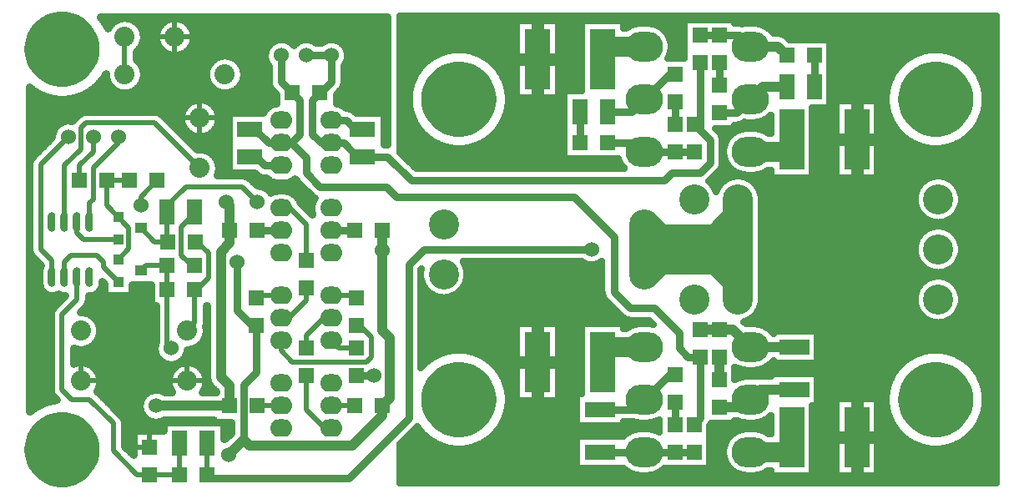
<source format=gtl>
*%FSLAX25Y25*%
*%MOIN*%
G01*
%ADD11C,0.00600*%
%ADD12C,0.00733*%
%ADD13C,0.00800*%
%ADD14C,0.01000*%
%ADD15C,0.01200*%
%ADD16C,0.01500*%
%ADD17C,0.02000*%
%ADD18C,0.02500*%
%ADD19C,0.03000*%
%ADD20C,0.03000*%
%ADD21O,0.03000X0.08000*%
%ADD22O,0.03800X0.08800*%
%ADD23C,0.04000*%
%ADD24C,0.04000*%
%ADD25C,0.05000*%
%ADD26C,0.06000*%
%ADD27C,0.06800*%
%ADD28C,0.07000*%
%ADD29C,0.08000*%
%ADD30C,0.08000*%
%ADD31C,0.08800*%
%ADD32O,0.09000X0.07000*%
%ADD33O,0.09800X0.07800*%
%ADD34C,0.10000*%
%ADD35C,0.10000*%
%ADD36C,0.12000*%
%ADD37C,0.12000*%
%ADD38C,0.12500*%
%ADD39C,0.12800*%
%ADD40O,0.15000X0.12000*%
%ADD41O,0.15800X0.12800*%
%ADD42C,0.16500*%
%ADD43C,0.25000*%
%ADD44R,0.04000X0.04000*%
%ADD45R,0.04800X0.04800*%
%ADD46R,0.05000X0.04000*%
%ADD47R,0.05800X0.04800*%
%ADD48R,0.06000X0.06000*%
%ADD49R,0.06000X0.10000*%
%ADD50R,0.06800X0.06800*%
%ADD51R,0.06800X0.10800*%
%ADD52R,0.08000X0.20000*%
%ADD53R,0.08800X0.20800*%
%ADD54R,0.10000X0.06000*%
%ADD55R,0.10000X0.10000*%
%ADD56R,0.10000X0.24000*%
%ADD57R,0.10800X0.06800*%
%ADD58R,0.10800X0.24800*%
%ADD59R,0.12000X0.06000*%
%ADD60R,0.12800X0.06800*%
%ADD61R,0.20000X0.20000*%
D16*
X853500Y710000D02*
X865000D01*
X935500Y769500D02*
X936500D01*
D17*
X874000Y747500D02*
X868000D01*
X853000Y726000D02*
Y721000D01*
X848000D01*
X862000Y747500D02*
X868000D01*
Y753500D01*
X831500Y747500D02*
X825500D01*
Y753500D01*
X873000Y846500D02*
Y852500D01*
X879000D01*
X873000D02*
X867000D01*
X873000D02*
Y858500D01*
X863000Y879000D02*
Y885000D01*
X869000D01*
X863000D02*
X857000D01*
X863000D02*
Y891000D01*
X1135500Y725000D02*
Y711000D01*
Y725000D02*
X1142500D01*
X1135500D02*
X1128500D01*
X1135500D02*
Y739000D01*
X1185500Y779500D02*
Y787500D01*
X1177500D01*
X1185500D02*
Y795500D01*
X1008000Y755000D02*
Y741000D01*
Y755000D02*
X1015000D01*
X1008000D02*
X1001000D01*
X1008000D02*
Y769000D01*
X1185500Y804500D02*
Y812500D01*
X1177500D01*
X1185500D02*
Y820500D01*
X1135500Y830000D02*
Y844000D01*
X1142500D01*
X1135500D02*
X1128500D01*
X1135500D02*
Y858000D01*
X1008000Y862000D02*
Y876000D01*
X1015000D01*
X1008000D02*
X1001000D01*
X1008000D02*
Y890000D01*
X843000Y885000D02*
Y870000D01*
X819000Y833500D02*
Y811000D01*
Y833500D02*
X825500Y840000D01*
Y848500D01*
X827500Y850500D01*
X826500Y804000D02*
X840500D01*
X826500D02*
X824000Y806500D01*
Y811000D01*
X830500Y839000D02*
Y845000D01*
Y839000D02*
X825000Y833500D01*
Y827500D01*
X829000Y818500D02*
Y811000D01*
Y818500D02*
X830500Y820000D01*
X840500Y842500D02*
Y845000D01*
X830500Y832500D02*
Y820000D01*
Y832500D02*
X840500Y842500D01*
X836000Y827500D02*
X845000D01*
X836000D02*
Y817500D01*
X844750Y808750D02*
Y800250D01*
X840500Y796000D01*
X844750Y808750D02*
X836000Y817500D01*
X871000Y815000D02*
Y814250D01*
Y815000D01*
Y814250D02*
X865750Y809000D01*
X849500Y821000D02*
X856000Y827500D01*
X849500Y821000D02*
Y817500D01*
X814000Y795500D02*
Y789000D01*
Y795500D02*
X809500Y800000D01*
Y834000D02*
X820500Y845000D01*
X809500Y834000D02*
Y800000D01*
X819000Y795000D02*
X821500Y797500D01*
X832000D01*
X834500Y795000D01*
X819000D02*
Y789000D01*
X834500Y793000D02*
Y795000D01*
Y793000D02*
X840500Y787000D01*
X865000Y722500D02*
Y710000D01*
X818000Y774000D02*
X824000Y780000D01*
Y789000D01*
X876000Y722500D02*
Y710000D01*
X935500Y780500D02*
X934500Y781500D01*
X925500D01*
X905500Y763500D02*
Y759500D01*
X910000Y755000D01*
X939500D01*
X941500Y757000D01*
X937000Y769500D02*
X935500D01*
X937000D02*
X941500Y765000D01*
Y757000D01*
X896500Y781500D02*
X895500Y780500D01*
X896500Y781500D02*
X905500D01*
X908500Y772500D02*
X915500Y779500D01*
X908500Y772500D02*
X905500D01*
X915500Y779500D02*
Y784500D01*
X928500Y760500D02*
X935500D01*
X928500D02*
X925500Y763500D01*
Y772500D02*
X922500D01*
X915500Y765500D01*
Y760500D01*
X905500Y737500D02*
X896000D01*
X915500Y736000D02*
Y749500D01*
Y736000D02*
X923000Y728500D01*
X925500D01*
X935000Y848000D02*
X938000D01*
X935000Y737500D02*
X925500D01*
X915500Y810000D02*
X909000Y816500D01*
X905500D01*
X915500Y810000D02*
Y795500D01*
X867500Y825000D02*
X860000Y817500D01*
X872000Y803000D02*
X876500Y798500D01*
X872000Y803000D02*
X871250D01*
X871000Y784000D02*
X872000D01*
X871000D02*
Y770500D01*
X872000Y784000D02*
X876500Y788500D01*
X871000Y770500D02*
X868000Y767500D01*
X876500Y788500D02*
Y798500D01*
X871000Y793500D02*
X870000D01*
X865750Y797750D02*
Y809000D01*
Y797750D02*
X871000Y792500D01*
X851500Y793500D02*
X849500Y791500D01*
X851500Y793500D02*
X860000D01*
X855000Y803000D02*
X849500Y808500D01*
X860000Y803250D02*
X860250Y803000D01*
X860000Y803250D02*
Y817500D01*
X860250Y803000D02*
X855000D01*
X818000Y744000D02*
X822000Y740000D01*
X818000Y744000D02*
Y774000D01*
X847000Y721000D02*
X853000D01*
X843000Y725000D02*
Y743000D01*
Y725000D02*
X847000Y721000D01*
X838500Y747500D02*
X825500D01*
X843000Y743000D02*
X847500Y747500D01*
X843000Y743000D02*
X838500Y747500D01*
X847500D02*
X868000D01*
X829000Y740000D02*
X822000D01*
X838500Y719500D02*
X848000Y710000D01*
X838500Y719500D02*
Y730500D01*
X829000Y740000D01*
X848000Y710000D02*
X865000D01*
X896000Y819000D02*
X890000Y825000D01*
X867500D01*
X873000Y832500D02*
X855000Y850500D01*
X827500D01*
X860000Y762000D02*
X861500Y760500D01*
X860000Y762000D02*
Y793500D01*
D18*
X1172500Y721031D02*
Y706750D01*
X1170500D02*
Y720563D01*
X1168500Y720307D02*
Y706750D01*
X1178500D02*
Y723944D01*
X1176500Y722685D02*
Y706750D01*
X1174500D02*
Y721730D01*
X1166500Y720256D02*
Y706750D01*
X1164500D02*
Y720409D01*
X1162500Y720769D02*
Y706750D01*
X1160500D02*
Y721350D01*
X1158500Y722173D02*
Y706750D01*
X1143750Y711000D02*
X1191250D01*
Y713000D02*
X1143750D01*
Y715000D02*
X1191250D01*
Y717000D02*
X1143750D01*
X1172391Y721000D02*
X1191250D01*
Y719000D02*
X1143750D01*
X1156500Y723272D02*
Y706750D01*
X1177053Y723000D02*
X1191250D01*
X1161609Y721000D02*
X1143750D01*
X1179848Y725000D02*
X1191250D01*
X1154500Y724709D02*
Y706750D01*
X1142500D02*
Y709750D01*
X1140500D02*
Y706750D01*
X1143750Y709750D02*
X1127250D01*
X1138500D02*
Y706750D01*
X1136500D02*
Y709750D01*
X1134500D02*
Y706750D01*
X1132500D02*
Y709750D01*
X1130500D02*
Y706750D01*
X1128500D02*
Y709750D01*
X1127250Y711000D02*
X1117750D01*
X1143750Y723000D02*
X1156947D01*
X1127250Y713000D02*
X1117750D01*
X1143750Y725000D02*
X1154152D01*
X1127250Y715000D02*
X1117750D01*
Y717000D02*
X1127250D01*
Y719000D02*
X1117750D01*
Y721000D02*
X1127250D01*
Y723000D02*
X1117750D01*
X1186500Y736868D02*
Y706750D01*
X1183403Y729000D02*
X1191250D01*
Y727000D02*
X1181868D01*
X1191250Y706750D02*
Y780254D01*
X1190500Y779718D02*
Y706750D01*
X1188500D02*
Y778750D01*
X1182500Y727760D02*
Y706750D01*
X1180500D02*
Y725584D01*
X1152500Y726591D02*
Y706750D01*
X1184500D02*
Y730845D01*
X1150500Y729146D02*
Y706750D01*
X1185468Y733000D02*
X1191250D01*
Y735000D02*
X1186107D01*
X1184580Y731000D02*
X1191250D01*
Y739000D02*
X1186725D01*
X1186521Y737000D02*
X1191250D01*
Y741000D02*
X1186725D01*
X1186521Y743000D02*
X1191250D01*
Y745000D02*
X1186107D01*
X1186500Y743132D02*
Y778304D01*
X1185468Y747000D02*
X1191250D01*
X1152132Y727000D02*
X1143750D01*
Y729000D02*
X1150597D01*
X1149420Y731000D02*
X1143750D01*
X1148500Y733085D02*
Y706750D01*
X1143750Y709750D02*
Y740250D01*
X1127250Y725000D02*
X1117750D01*
Y727000D02*
X1127250D01*
Y729000D02*
X1117750D01*
X1127250Y740250D02*
Y709750D01*
X1143750Y733000D02*
X1148532D01*
X1147893Y735000D02*
X1143750D01*
Y737000D02*
X1147479D01*
X1147893Y745000D02*
X1119750D01*
Y747000D02*
X1148532D01*
X1147275Y739000D02*
X1143750D01*
Y740250D02*
X1127250D01*
Y731000D02*
X1117750D01*
X1119750Y741000D02*
X1147275D01*
X1147479Y743000D02*
X1119750D01*
X1116500Y709750D02*
Y706750D01*
X1114500D02*
Y709750D01*
X1112500D02*
Y706750D01*
X1110500D02*
Y709750D01*
X1108500D02*
Y706750D01*
X1106500D02*
Y709750D01*
X1104500D02*
Y706750D01*
X1102500D02*
Y709750D01*
X1096500Y709969D02*
Y706750D01*
X1100500D02*
Y711750D01*
X1098500Y710660D02*
Y706750D01*
X1101250Y709750D02*
X1117750D01*
X1101250D02*
Y711750D01*
Y711000D02*
X1099143D01*
X1117750Y709750D02*
Y722500D01*
X1101250Y711750D02*
X1100245D01*
Y726250D02*
X1101250D01*
X1094500Y709750D02*
Y706750D01*
X1092500D02*
Y709750D01*
X1091500D02*
X1094500D01*
X1090500Y709804D02*
Y706750D01*
X1088500D02*
Y710250D01*
X1086500Y711218D02*
Y706750D01*
X1084500D02*
Y712953D01*
X1082500Y716864D02*
Y706750D01*
X1076500D02*
Y712750D01*
X1076750D02*
Y723750D01*
X1074500Y712750D02*
Y706750D01*
X1072500D02*
Y712750D01*
X1070500D02*
Y706750D01*
X1068500D02*
Y712750D01*
X1066500D02*
Y706750D01*
X1076750Y713000D02*
X1084460D01*
X1083160Y715000D02*
X1076750D01*
Y717000D02*
X1082469D01*
X1083160Y723000D02*
X1076750D01*
Y725000D02*
X1084460D01*
X1082250Y719000D02*
X1076750D01*
Y721000D02*
X1082469D01*
X1076750Y712750D02*
X1069250D01*
X1076750Y723750D02*
Y725250D01*
Y723750D01*
X1100500Y726250D02*
Y732960D01*
X1101250Y727000D02*
X1099143D01*
X1118500Y737750D02*
Y706750D01*
X1117750Y722500D02*
Y737750D01*
X1101250Y733675D02*
Y726250D01*
X1096500Y728031D02*
Y730969D01*
X1094500Y730750D02*
Y728250D01*
X1091500D01*
X1098500Y727340D02*
Y731660D01*
X1092500Y730750D02*
Y728250D01*
X1117750Y733000D02*
X1127250D01*
Y735000D02*
X1117750D01*
Y737000D02*
X1127250D01*
Y739000D02*
X1119750D01*
Y737750D02*
Y750250D01*
X1101250Y731000D02*
X1096636D01*
X1100547Y733000D02*
X1101250D01*
X1094500Y730750D02*
X1091500D01*
X1117750Y737750D02*
X1119750D01*
X1086857Y727000D02*
X1076750D01*
Y729000D02*
X1101250D01*
X1088500Y727750D02*
Y731250D01*
X1090500Y730804D02*
Y728196D01*
X1086500Y726782D02*
Y730750D01*
X1082500D02*
Y721136D01*
X1084500Y725047D02*
Y730750D01*
X1076750Y729585D02*
Y725250D01*
X1080500Y730750D02*
Y706750D01*
X1078500D02*
Y730750D01*
X1086750Y731000D02*
X1089364D01*
X1087317Y731750D02*
X1086750D01*
X1088500Y748750D02*
Y752250D01*
X1086750Y730750D02*
X1077416D01*
X1086750D02*
Y731750D01*
Y747937D02*
Y750750D01*
X1184580Y749000D02*
X1191250D01*
Y751000D02*
X1183403D01*
X1181868Y753000D02*
X1191250D01*
X1184500Y749155D02*
Y778304D01*
X1179848Y755000D02*
X1191250D01*
Y757000D02*
X1177053D01*
X1182500Y752240D02*
Y778750D01*
X1176500Y776351D02*
Y757315D01*
X1174500Y758270D02*
Y773419D01*
X1180500Y779718D02*
Y754416D01*
X1178500Y756056D02*
Y781453D01*
X1176750Y777000D02*
X1191250D01*
Y779000D02*
X1189149D01*
X1191250Y775000D02*
X1175782D01*
X1177196Y779000D02*
X1181851D01*
X1178919Y781000D02*
X1177196D01*
X1177418Y783000D02*
X1176750D01*
X1176500Y783649D02*
Y785364D01*
X1176594Y785000D02*
X1175782D01*
X1172391Y759000D02*
X1191250D01*
Y761000D02*
X1119750D01*
Y763000D02*
X1191250D01*
X1172500Y758969D02*
Y771918D01*
X1170500Y771094D02*
Y759437D01*
X1168500Y759693D02*
Y770764D01*
X1166500Y770872D02*
Y759744D01*
X1164500Y759591D02*
Y771438D01*
X1161609Y759000D02*
X1119750D01*
X1162500Y759231D02*
Y772563D01*
X1160500Y774586D02*
Y758650D01*
X1191250Y765000D02*
X1119750D01*
Y767000D02*
X1191250D01*
Y769000D02*
X1099143D01*
X1174047Y773000D02*
X1191250D01*
Y771000D02*
X1170136D01*
X1161953Y773000D02*
X1094047D01*
X1174047Y787000D02*
X1176264D01*
X1165864Y771000D02*
X1090425D01*
X1170136Y789000D02*
X1176372D01*
X1161953Y787000D02*
X1097250D01*
X1190914Y795000D02*
X1191250D01*
Y794746D02*
Y805254D01*
X1190500Y804718D02*
Y795282D01*
X1188500Y796250D02*
Y803750D01*
X1176500Y796351D02*
Y789636D01*
X1182500Y796250D02*
Y803750D01*
X1180086Y795000D02*
X1175782D01*
X1180500Y795282D02*
Y804718D01*
X1178500Y806453D02*
Y793547D01*
X1177196Y799000D02*
X1191250D01*
Y801000D02*
X1177196D01*
X1176750Y797000D02*
X1191250D01*
Y803000D02*
X1176750D01*
X1186500Y803304D02*
Y796696D01*
X1190914Y805000D02*
X1191250D01*
X1184500Y803304D02*
Y796696D01*
X1176500Y803649D02*
Y810364D01*
X1175782Y805000D02*
X1180086D01*
X1170500Y791094D02*
Y788906D01*
X1168500Y789236D02*
Y790764D01*
X1174500Y793419D02*
Y786581D01*
X1172500Y788082D02*
Y791918D01*
X1164500Y791438D02*
Y788562D01*
X1166500Y789128D02*
Y790872D01*
X1165864Y789000D02*
X1097250D01*
X1162500Y787437D02*
Y792563D01*
X1160500Y794586D02*
Y785414D01*
X1174047Y793000D02*
X1178063D01*
Y807000D02*
X1174047D01*
X1176938Y791000D02*
X1170136D01*
Y809000D02*
X1176938D01*
X1168500Y809236D02*
Y810764D01*
X1165864Y791000D02*
X1097250D01*
Y793000D02*
X1161953D01*
Y807000D02*
X1097250D01*
X1166500Y809128D02*
Y810872D01*
X1165864Y809000D02*
X1097250D01*
X1119750Y749000D02*
X1149420D01*
X1118500Y750250D02*
Y754750D01*
X1116500D02*
Y750250D01*
X1114500D02*
Y754750D01*
X1112500D02*
Y750250D01*
X1110500D02*
Y754750D01*
X1101250Y750250D02*
Y749250D01*
X1100500D02*
Y753960D01*
X1098500Y752660D02*
Y749250D01*
X1108500Y750250D02*
Y754750D01*
X1106500D02*
Y750250D01*
X1101250D02*
X1119750D01*
Y754750D02*
X1101319D01*
X1099143Y753000D02*
X1152132D01*
X1154152Y755000D02*
X1119750D01*
Y757000D02*
X1156947D01*
X1119750Y754750D02*
Y767250D01*
X1104500Y754750D02*
Y750250D01*
X1102500D02*
Y754750D01*
X1101319Y767250D02*
X1119750D01*
X1101250Y749250D02*
X1097000D01*
X1096500Y749226D02*
Y751969D01*
X1094500Y751750D02*
Y749250D01*
X1092500D02*
Y751750D01*
X1091500Y749250D02*
X1094500D01*
X1089364Y749000D02*
X1086750D01*
X1090500Y749196D02*
Y751804D01*
X1086750Y750750D02*
Y753063D01*
X1091500Y751750D02*
X1094500D01*
X1086750Y751000D02*
X1150597D01*
X1094500Y770250D02*
X1091500D01*
X1086750Y753063D02*
Y750750D01*
X1091180Y770244D02*
X1090367Y771058D01*
X1096500Y770031D02*
Y776351D01*
X1096750Y777000D02*
X1159250D01*
X1160218Y775000D02*
X1095782D01*
X1097196Y779000D02*
X1158804D01*
X1094500Y773419D02*
Y770250D01*
X1092500D02*
Y771918D01*
X1097250Y783000D02*
X1159250D01*
X1160218Y785000D02*
X1097250D01*
Y795000D02*
X1160218D01*
X1159250Y797000D02*
X1097250D01*
Y805000D02*
X1160218D01*
X1158804Y781000D02*
X1097250D01*
Y799000D02*
X1158804D01*
X1097250Y800000D02*
Y780000D01*
Y801000D02*
X1158804D01*
X1159250Y803000D02*
X1097250D01*
X1058500Y712419D02*
Y706750D01*
X1056500D02*
Y710918D01*
X1054500Y710094D02*
Y706750D01*
X1064500D02*
Y712750D01*
X1062500D02*
Y706750D01*
X1060500D02*
Y712750D01*
X1052500Y709764D02*
Y706750D01*
X1050500D02*
Y709750D01*
X1048500Y709764D02*
Y706750D01*
X1046500D02*
Y710094D01*
X1044500Y710918D02*
Y706750D01*
X1064250Y712750D02*
X1069250D01*
X1064250D01*
X1056643Y711000D02*
X1086857D01*
X1064250Y712750D02*
X1058819D01*
X1042500Y712419D02*
Y706750D01*
X1049000Y709750D02*
X1052000D01*
Y728250D02*
X1049000D01*
X953000Y706750D02*
X1191250D01*
Y707000D02*
X953000D01*
Y709000D02*
X1191250D01*
X1040500Y706750D02*
Y712750D01*
X1038500D02*
Y706750D01*
X1036500D02*
Y712750D01*
X1034500D02*
Y706750D01*
X1032500D02*
Y712750D01*
X1030500D02*
Y706750D01*
X1028500D02*
Y712750D01*
X1026500D02*
Y706750D01*
X1023750Y712750D02*
X1042181D01*
X1044357Y727000D02*
X991368D01*
X953000Y711000D02*
X1044357D01*
X1042250Y729750D02*
X1023750D01*
X992903Y729000D02*
X1056750D01*
X1040500Y729750D02*
Y725250D01*
X1038500D02*
Y729750D01*
X1042181Y725250D02*
X1023750D01*
X1036500D02*
Y729750D01*
X1034500D02*
Y725250D01*
X1054500Y727906D02*
Y731094D01*
X1054136Y731000D02*
X1056750D01*
X1052500Y730764D02*
Y728236D01*
X1056750Y726937D02*
Y732063D01*
X1056500Y731918D02*
Y727082D01*
X1050500Y728250D02*
Y730750D01*
X1049000D02*
X1052000D01*
X1048500Y730764D02*
Y728236D01*
X1046500Y727906D02*
Y731094D01*
X1046864Y731000D02*
X1042250D01*
Y731250D02*
X1046000D01*
X1032500Y729750D02*
Y725250D01*
X1042500Y725581D02*
Y731250D01*
X1044500D02*
Y727082D01*
X1042250Y729750D02*
Y731250D01*
X1030500Y729750D02*
Y725250D01*
X1028500D02*
Y729750D01*
X1026500D02*
Y725250D01*
X1025750Y742250D02*
Y770250D01*
Y742250D02*
X1023750D01*
X1024500Y712750D02*
Y706750D01*
X988500D02*
Y724314D01*
X986500Y722969D02*
Y706750D01*
X994500D02*
Y731872D01*
X992500Y728422D02*
Y706750D01*
X990500D02*
Y726069D01*
X980500Y720659D02*
Y706750D01*
X978500D02*
Y720352D01*
X976500Y720250D02*
Y706750D01*
X984500D02*
Y721943D01*
X982500Y721183D02*
Y706750D01*
X986553Y723000D02*
X1023750D01*
Y725000D02*
X989348D01*
X981891Y721000D02*
X1023750D01*
Y725250D02*
Y712750D01*
X1024500Y725250D02*
Y729750D01*
X1023750Y731000D02*
X994080D01*
X974500Y720352D02*
Y706750D01*
X994968Y733000D02*
X1023750D01*
X972500Y720659D02*
Y706750D01*
X996021Y737000D02*
X1023750D01*
Y735000D02*
X995607D01*
X970500Y721183D02*
Y706750D01*
X968500D02*
Y721943D01*
X953000Y713000D02*
X1023750D01*
X966500Y706750D02*
Y722969D01*
X964500Y724314D02*
Y706750D01*
X962500D02*
Y726069D01*
X956500Y725782D02*
Y706750D01*
X954500D02*
Y723782D01*
X953000Y722282D02*
Y706750D01*
X960500D02*
Y728422D01*
X958500Y727782D02*
Y706750D01*
X953000Y715000D02*
X1023750D01*
Y717000D02*
X953000D01*
Y719000D02*
X1023750D01*
X971109Y721000D02*
X953000D01*
X955717Y725000D02*
X963652D01*
X961632Y727000D02*
X957717D01*
X953717Y723000D02*
X966447D01*
X960097Y729000D02*
X959717D01*
X959859Y729141D02*
X953000Y722282D01*
X1022500Y706750D02*
Y795250D01*
X1023750Y742250D02*
Y729750D01*
X1014500Y739750D02*
Y706750D01*
X1020500D02*
Y795250D01*
X1018500D02*
Y706750D01*
X1016500D02*
Y795250D01*
X1012500Y739750D02*
Y706750D01*
X1010500D02*
Y739750D01*
X1008500D02*
Y706750D01*
X1006500D02*
Y739750D01*
X1004500D02*
Y706750D01*
X1016250Y743000D02*
X1025750D01*
Y745000D02*
X1016250D01*
Y747000D02*
X1025750D01*
Y749000D02*
X1016250D01*
Y751000D02*
X1025750D01*
X1023750Y741000D02*
X1016250D01*
Y753000D02*
X1025750D01*
X1024500Y742250D02*
Y795250D01*
X1016250Y770250D02*
Y739750D01*
X1002500D02*
Y706750D01*
X999750Y739750D02*
X1016250D01*
X1023750Y739000D02*
X996225D01*
X1000500Y739750D02*
Y706750D01*
X999750Y739750D02*
Y770250D01*
Y741000D02*
X996225D01*
X996021Y743000D02*
X999750D01*
Y745000D02*
X995607D01*
X998500Y706750D02*
Y795250D01*
X996500D02*
Y706750D01*
X994968Y747000D02*
X999750D01*
Y749000D02*
X994080D01*
X992903Y751000D02*
X999750D01*
X994500Y748128D02*
Y795250D01*
X991368Y753000D02*
X999750D01*
X961632D02*
X961250D01*
X962500Y753931D02*
Y785356D01*
X961250Y790000D02*
Y752550D01*
X992500Y751578D02*
Y795250D01*
X990500D02*
Y753931D01*
X1052533Y771750D02*
X1054331Y769952D01*
X1052500Y770236D02*
Y771750D01*
X1050500D02*
Y770250D01*
X1049000D02*
X1052000D01*
X1048500Y770236D02*
Y771750D01*
X1046500D02*
Y769906D01*
X1043255Y768250D02*
X1042250D01*
Y769000D02*
X1044357D01*
X1042500Y768250D02*
Y772461D01*
X1044500Y771776D02*
Y769082D01*
X1042250Y768250D02*
Y770250D01*
X1040500D02*
Y774282D01*
X1038500Y776282D02*
Y770250D01*
X1042250D02*
X1025750D01*
X1036500D02*
Y778282D01*
X1034500Y780438D02*
Y770250D01*
X1045000Y771750D02*
X1052533D01*
X1053283Y771000D02*
X961250D01*
X1035141Y779641D02*
X1041641Y773141D01*
X1041789Y773000D02*
X961250D01*
Y775000D02*
X1039783D01*
X1037783Y777000D02*
X961250D01*
X972636Y781000D02*
X1034192D01*
X1035783Y779000D02*
X961250D01*
X978282Y785000D02*
X1033750D01*
Y783000D02*
X976547D01*
X1033750D02*
Y795417D01*
Y787000D02*
X979250D01*
X1016250Y755000D02*
X1025750D01*
Y757000D02*
X1016250D01*
Y759000D02*
X1025750D01*
X999750Y755000D02*
X989348D01*
X986553Y757000D02*
X999750D01*
Y759000D02*
X981891D01*
X978500Y759648D02*
Y785356D01*
X976500Y782960D02*
Y759750D01*
X1016250Y761000D02*
X1025750D01*
Y763000D02*
X1016250D01*
X1033750Y789000D02*
X979696D01*
X1030500Y793831D02*
Y770250D01*
X1033750Y791000D02*
X979696D01*
X979250Y793000D02*
X1033750D01*
X1025750Y765000D02*
X1016250D01*
Y767000D02*
X1025750D01*
Y769000D02*
X1016250D01*
Y770250D02*
X999750D01*
X974500Y759648D02*
Y781660D01*
X971109Y759000D02*
X961250D01*
Y761000D02*
X999750D01*
Y763000D02*
X961250D01*
X970500Y758817D02*
Y780750D01*
X972500Y780969D02*
Y759341D01*
X961250Y765000D02*
X999750D01*
X963652Y755000D02*
X961250D01*
X968500Y758057D02*
Y780969D01*
X966447Y757000D02*
X961250D01*
X966500Y757031D02*
Y781660D01*
X964500Y782960D02*
Y755686D01*
X961250Y767000D02*
X999750D01*
Y769000D02*
X961250D01*
Y781000D02*
X968364D01*
X964453Y783000D02*
X961250D01*
Y785000D02*
X962718D01*
X961750Y787000D02*
X961250D01*
Y790000D02*
Y792032D01*
X961549Y792331D01*
X1032500Y794517D02*
Y770250D01*
X1028500D02*
Y793831D01*
X1026500Y794517D02*
Y770250D01*
X1014500D02*
Y795250D01*
X1012500D02*
Y770250D01*
X1010500D02*
Y795250D01*
X988500D02*
Y755686D01*
X1008500Y770250D02*
Y795250D01*
X986500D02*
Y757031D01*
X984500Y758057D02*
Y795250D01*
X982500D02*
Y758817D01*
X1033250Y795000D02*
X1033750D01*
X1006500Y795250D02*
Y770250D01*
X1004500D02*
Y795250D01*
X1002500D02*
Y770250D01*
X1000500D02*
Y795250D01*
X980500D02*
Y759341D01*
X978282Y795000D02*
X1025750D01*
X1025438Y795250D02*
X978116D01*
X978500D02*
Y794644D01*
X1170136Y811000D02*
X1176372D01*
X1174500Y813419D02*
Y806581D01*
X1172500Y808082D02*
Y811918D01*
X1170500Y811094D02*
Y808906D01*
X1164500Y808562D02*
Y811438D01*
X1162500Y812563D02*
Y807437D01*
X1160500Y805414D02*
Y814586D01*
X1189149Y821000D02*
X1191250D01*
X1181851D02*
X1177196D01*
X1176750Y823000D02*
X1191250D01*
Y825000D02*
X1175782D01*
X1174047Y827000D02*
X1191250D01*
Y829000D02*
X1170136D01*
X1176500Y816351D02*
Y814636D01*
X1176594Y815000D02*
X1175782D01*
X1176264Y813000D02*
X1174047D01*
X1177196Y819000D02*
X1178919D01*
X1177418Y817000D02*
X1176750D01*
X1165864Y811000D02*
X1097250D01*
Y813000D02*
X1161953D01*
X1160218Y815000D02*
X1097250D01*
X1142500Y828750D02*
Y740250D01*
X1140500D02*
Y828750D01*
X1138500D02*
Y740250D01*
X1136500D02*
Y828750D01*
X1134500D02*
Y740250D01*
X1132500D02*
Y828750D01*
X1130500D02*
Y740250D01*
X1160218Y825000D02*
X1095782D01*
X1143750Y829000D02*
X1165864D01*
X1161953Y827000D02*
X1094047D01*
X1143750Y831000D02*
X1191250D01*
Y833000D02*
X1143750D01*
X1159250Y817000D02*
X1097250D01*
Y819000D02*
X1158804D01*
Y821000D02*
X1097196D01*
X1127250Y828750D02*
X1143750D01*
X1159250Y823000D02*
X1096750D01*
X1186500Y821696D02*
Y856867D01*
X1184500Y850845D02*
Y821696D01*
X1182500Y821250D02*
Y847760D01*
X1191250Y819746D02*
Y893250D01*
X1190500D02*
Y820282D01*
X1188500Y821250D02*
Y893250D01*
X1176500Y842685D02*
Y823649D01*
X1174500Y826581D02*
Y841730D01*
X1160500Y841350D02*
Y825414D01*
X1180500Y820282D02*
Y845584D01*
X1178500Y843943D02*
Y818547D01*
X1172391Y841000D02*
X1191250D01*
Y843000D02*
X1177053D01*
X1172500Y841031D02*
Y828082D01*
X1181868Y847000D02*
X1191250D01*
Y845000D02*
X1179848D01*
X1170500Y840563D02*
Y828906D01*
X1168500Y829236D02*
Y840307D01*
X1166500Y840256D02*
Y829128D01*
X1164500Y828562D02*
Y840409D01*
X1162500Y840769D02*
Y827437D01*
X1156500Y843272D02*
Y756728D01*
X1158500Y757827D02*
Y842173D01*
X1143750Y835000D02*
X1191250D01*
X1152500Y846591D02*
Y753409D01*
X1154500Y755291D02*
Y844709D01*
X1150500Y849146D02*
Y750854D01*
X1148500Y746915D02*
Y853085D01*
X1143750Y859250D02*
Y828750D01*
X1146500Y893250D02*
Y706750D01*
X1144500D02*
Y893250D01*
X1143750Y837000D02*
X1191250D01*
Y839000D02*
X1143750D01*
Y841000D02*
X1161609D01*
X1156947Y843000D02*
X1143750D01*
Y845000D02*
X1154152D01*
X1152132Y847000D02*
X1143750D01*
X1128500Y828750D02*
Y740250D01*
X1116500Y767250D02*
Y828750D01*
X1114500D02*
Y767250D01*
X1112500D02*
Y828750D01*
X1110500D02*
Y767250D01*
X1108500D02*
Y828750D01*
X1106500D02*
Y767250D01*
X1104500D02*
Y828750D01*
X1097250Y820000D02*
Y800000D01*
X1102500Y828750D02*
Y767250D01*
X1098500Y769340D02*
Y830660D01*
X1117750Y829000D02*
X1127250D01*
Y831000D02*
X1117750D01*
Y828750D02*
X1101250D01*
Y831750D01*
X1100245D01*
X1101250Y831000D02*
X1099143D01*
X1094500Y829750D02*
Y826581D01*
X1092500Y828082D02*
Y829750D01*
X1091500D02*
X1094500D01*
X1096500Y829969D02*
Y823649D01*
X1090500Y828906D02*
Y829804D01*
X1090136Y829000D02*
X1101250D01*
X1088500Y829236D02*
Y830250D01*
X1085864Y829000D02*
X1078217D01*
X1086500Y829128D02*
Y831218D01*
X1086857Y831000D02*
X1080217D01*
X1078500Y829283D02*
Y824643D01*
X1078282Y825000D02*
X1080218D01*
X1081953Y827000D02*
X1076547D01*
X1080500Y825414D02*
Y831289D01*
X1080359Y831141D02*
X1076368Y827150D01*
X1117750Y833000D02*
X1127250D01*
Y835000D02*
X1117750D01*
Y837000D02*
X1127250D01*
X1126500Y893250D02*
Y706750D01*
X1127250Y828750D02*
Y859250D01*
X1124500Y856750D02*
Y706750D01*
X1122500D02*
Y856750D01*
X1117750Y842500D02*
Y828750D01*
X1100500Y831750D02*
Y768040D01*
X1120500Y706750D02*
Y856750D01*
X1118500D02*
Y767250D01*
X1117750Y839000D02*
X1127250D01*
Y841000D02*
X1117750D01*
Y843000D02*
X1127250D01*
Y845000D02*
X1117750D01*
Y847000D02*
X1127250D01*
X1100500Y846250D02*
Y852960D01*
X1100245Y846250D02*
X1101250D01*
Y847000D02*
X1099143D01*
X1117750Y842500D02*
Y856750D01*
X1101250Y853675D02*
Y846250D01*
X1084500Y832953D02*
Y828562D01*
X1084460Y833000D02*
X1081507D01*
X1082500Y836864D02*
Y827437D01*
X1083160Y835000D02*
X1081750D01*
Y837000D02*
X1082469D01*
X1082250Y839000D02*
X1081750D01*
Y834500D02*
Y843500D01*
Y843000D02*
X1083160D01*
X1084460Y845000D02*
X1081507D01*
X1086500Y846782D02*
Y848250D01*
X1084500D02*
Y845047D01*
X1082469Y841000D02*
X1081750D01*
X1082500Y841136D02*
Y848250D01*
X1080500D02*
Y846711D01*
X1184580Y851000D02*
X1191250D01*
Y853000D02*
X1185468D01*
X1183403Y849000D02*
X1191250D01*
Y857000D02*
X1186521D01*
X1186725Y859000D02*
X1191250D01*
Y855000D02*
X1186107D01*
X1150597Y849000D02*
X1143750D01*
Y851000D02*
X1149420D01*
X1148532Y853000D02*
X1143750D01*
Y855000D02*
X1147893D01*
X1147479Y857000D02*
X1143750D01*
X1186725Y861000D02*
X1191250D01*
Y863000D02*
X1186521D01*
X1186107Y865000D02*
X1191250D01*
Y867000D02*
X1185468D01*
X1184580Y869000D02*
X1191250D01*
Y871000D02*
X1183403D01*
X1181868Y873000D02*
X1191250D01*
Y875000D02*
X1179848D01*
X1147275Y859000D02*
X1143750D01*
X1177053Y877000D02*
X1191250D01*
Y879000D02*
X1172391D01*
X1127250Y849000D02*
X1117750D01*
Y851000D02*
X1127250D01*
Y853000D02*
X1117750D01*
X1127250Y859250D02*
X1143750D01*
X1147275Y861000D02*
X1124750D01*
Y863000D02*
X1147479D01*
X1127250Y855000D02*
X1117750D01*
X1124750Y857000D02*
X1127250D01*
X1124750Y856750D02*
X1117750D01*
X1124750Y859000D02*
X1127250D01*
X1124750Y856750D02*
Y871250D01*
Y871000D02*
X1150597D01*
X1152132Y873000D02*
X1124750D01*
Y875000D02*
X1154152D01*
X1156947Y877000D02*
X1124750D01*
Y879000D02*
X1161609D01*
X1147893Y865000D02*
X1124750D01*
Y867000D02*
X1148532D01*
X1149420Y869000D02*
X1124750D01*
Y871250D02*
Y873250D01*
Y871250D01*
X1186500Y863133D02*
Y893250D01*
X1184500D02*
Y869155D01*
X1182500Y872240D02*
Y893250D01*
X1180500D02*
Y874416D01*
X1178500Y876057D02*
Y893250D01*
X1156500D02*
Y876728D01*
X1152500Y873409D02*
Y893250D01*
X1154500D02*
Y875291D01*
X1150500Y870854D02*
Y893250D01*
X1148500D02*
Y866915D01*
X1142500Y859250D02*
Y893250D01*
X1176500D02*
Y877315D01*
X1174500Y878270D02*
Y893250D01*
X1172500D02*
Y878969D01*
X1170500Y879437D02*
Y893250D01*
X1168500D02*
Y879693D01*
X1164500Y879591D02*
Y893250D01*
X1166500D02*
Y879744D01*
X1162500Y879231D02*
Y893250D01*
X1160500D02*
Y878650D01*
X1158500Y877827D02*
Y893250D01*
X1140500D02*
Y859250D01*
X1124750Y881000D02*
X1191250D01*
Y883000D02*
X1124750D01*
X1138500Y893250D02*
Y859250D01*
X1136500D02*
Y893250D01*
X1134500D02*
Y859250D01*
X1132500D02*
Y893250D01*
X1130500D02*
Y859250D01*
X1124750Y873250D02*
Y883750D01*
X1128500Y893250D02*
Y859250D01*
X1124500Y883750D02*
Y893250D01*
X1124750Y883750D02*
X1113750D01*
X1107400Y885000D02*
X1191250D01*
Y887000D02*
X1101540D01*
X1099143Y889000D02*
X1191250D01*
Y891000D02*
X1086750D01*
X1122500Y893250D02*
Y883750D01*
X1120500D02*
Y893250D01*
X1118500D02*
Y883750D01*
X1116500D02*
Y893250D01*
X1114500D02*
Y883750D01*
X1098500Y851660D02*
Y847340D01*
X1100547Y853000D02*
X1101250D01*
Y851000D02*
X1096636D01*
X1094500Y850750D02*
Y848250D01*
X1091500D01*
Y850750D02*
X1094500D01*
X1096500Y850969D02*
Y848031D01*
X1092500Y848250D02*
Y850750D01*
X1088500Y849857D02*
Y847750D01*
X1086750Y849000D02*
X1101250D01*
X1090500Y848196D02*
Y850804D01*
X1086857Y847000D02*
X1080217D01*
X1078967Y848250D02*
X1086750D01*
X1080359Y846859D02*
X1078967Y848250D01*
X1086750Y849750D02*
X1087500D01*
X1086750D02*
Y848250D01*
X1112250Y883750D02*
X1113750D01*
X1112250D01*
X1108675D01*
X1112500D02*
Y893250D01*
X1110500D02*
Y883750D01*
X1108500Y883925D02*
Y893250D01*
X1107714Y884710D02*
X1108675Y883750D01*
X1104000Y886250D02*
X1102116D01*
X1106500Y885617D02*
Y893250D01*
X1104500D02*
Y886226D01*
X1102500Y886250D02*
Y893250D01*
X1100500D02*
Y888040D01*
X1098500Y889340D02*
Y893250D01*
X1096500D02*
Y890031D01*
X1094500Y890250D02*
X1091500D01*
X1094500D02*
Y893250D01*
X1092500D02*
Y890250D01*
X1090500Y890196D02*
Y893250D01*
X1088500Y890250D02*
X1086750D01*
Y891750D01*
X1088500Y890250D02*
Y893250D01*
X1086500D02*
Y891750D01*
X1084500D02*
Y893250D01*
X1086750Y891750D02*
X1079250D01*
X1074250D01*
X1082500D02*
Y893250D01*
X1080500D02*
Y891750D01*
X1078500D02*
Y893250D01*
X1076500D02*
Y891750D01*
X1074250D02*
X1079250D01*
X1074500D02*
Y893250D01*
X1072500D02*
Y891750D01*
X1040500Y835351D02*
Y832250D01*
X1038500D02*
Y836250D01*
X1036500D02*
Y832250D01*
X1034500D02*
Y836250D01*
X1032500D02*
Y832250D01*
X1030500D02*
Y836250D01*
X1028500D02*
Y832250D01*
X1026500D02*
Y836250D01*
X1042675Y832250D02*
X959467D01*
X958717Y833000D02*
X1041960D01*
X1040660Y835000D02*
X956717D01*
X1031250Y836250D02*
X1040168D01*
X1031250D02*
X1029750D01*
X1031250D01*
X1029750D02*
X1018750D01*
X1024500D02*
Y832250D01*
X1022500D02*
Y836250D01*
X1020500D02*
Y832250D01*
X980500D02*
Y840659D01*
X954717Y837000D02*
X1018750D01*
Y839000D02*
X953000D01*
X978500Y840351D02*
Y832250D01*
X976500D02*
Y840250D01*
X959467Y832250D02*
X953000Y838717D01*
X974500Y840351D02*
Y832250D01*
X972500D02*
Y840659D01*
X1014500Y832250D02*
Y860750D01*
X1012500D02*
Y832250D01*
X1010500D02*
Y860750D01*
X1018500Y832250D02*
Y893250D01*
X1016500D02*
Y832250D01*
X1008500D02*
Y860750D01*
X1006500D02*
Y832250D01*
X1004500D02*
Y860750D01*
X1002500D02*
Y832250D01*
X1000500D02*
Y860750D01*
X998500Y832250D02*
Y893250D01*
X1018750Y846750D02*
Y836250D01*
Y847000D02*
X991368D01*
X989348Y845000D02*
X1018750D01*
Y846750D02*
Y848750D01*
Y846750D01*
X994500Y851872D02*
Y832250D01*
X992500D02*
Y848422D01*
X990500Y846069D02*
Y832250D01*
X1018750Y848750D02*
Y863250D01*
X996500Y893250D02*
Y832250D01*
X984500D02*
Y841943D01*
X982500Y841183D02*
Y832250D01*
X970500D02*
Y841183D01*
X988500Y844314D02*
Y832250D01*
X986500D02*
Y842969D01*
X968500Y841943D02*
Y832250D01*
X966500D02*
Y842969D01*
X964500Y844314D02*
Y832250D01*
X962500D02*
Y846069D01*
X960500Y848422D02*
Y832250D01*
X958500Y833217D02*
Y851872D01*
X981891Y841000D02*
X1018750D01*
Y843000D02*
X986553D01*
X971109Y841000D02*
X953000D01*
Y843000D02*
X966447D01*
X956500Y835217D02*
Y893250D01*
X953000Y845000D02*
X963652D01*
X961632Y847000D02*
X953000D01*
X954500Y837217D02*
Y893250D01*
X953000D02*
Y838717D01*
X1060500Y876250D02*
Y877351D01*
X1060340Y877000D02*
X1066750D01*
Y876250D02*
X1059937D01*
X1066750D02*
Y879250D01*
Y880750D01*
Y879000D02*
X1061031D01*
X1025750Y863250D02*
X1018750D01*
X1016250Y865000D02*
X1025750D01*
Y867000D02*
X1016250D01*
Y869000D02*
X1025750D01*
Y871000D02*
X1016250D01*
Y873000D02*
X1025750D01*
Y875000D02*
X1016250D01*
Y877000D02*
X1025750D01*
Y879000D02*
X1016250D01*
X1066750Y879250D02*
Y880750D01*
Y881000D02*
X1061250D01*
X1061031Y883000D02*
X1066750D01*
Y880750D02*
Y891750D01*
Y885000D02*
X1060340D01*
X1059040Y887000D02*
X1066750D01*
X1066500Y893250D02*
Y876250D01*
X1064500D02*
Y893250D01*
X1062500D02*
Y876250D01*
X1060500Y884649D02*
Y893250D01*
X1070500D02*
Y891750D01*
X1066750D02*
X1074250D01*
X1066750Y889000D02*
X1056643D01*
X1068500Y891750D02*
Y893250D01*
X1058500D02*
Y887581D01*
X1056500Y889082D02*
Y893250D01*
X1054500D02*
Y889906D01*
X1052000Y890250D02*
X1049000D01*
X1052500Y890236D02*
Y893250D01*
X1050500D02*
Y890250D01*
X1044357Y889000D02*
X1042250D01*
Y891000D02*
X1066750D01*
X1046500Y889906D02*
Y893250D01*
X1048500D02*
Y890236D01*
X1044500Y889082D02*
Y893250D01*
X1043255Y888250D02*
X1042250D01*
Y891250D01*
X1025750D02*
Y863250D01*
X1042500Y888250D02*
Y893250D01*
X1040500D02*
Y891250D01*
X1042250D02*
X1025750D01*
X953000Y893000D02*
X1191250D01*
Y893250D02*
X953000D01*
X1038500D02*
Y891250D01*
X1036500D02*
Y893250D01*
X1034500D02*
Y891250D01*
X1032500D02*
Y893250D01*
X1030500D02*
Y891250D01*
X1028500D02*
Y893250D01*
X1026500D02*
Y891250D01*
X1018750Y851000D02*
X994080D01*
X994968Y853000D02*
X1018750D01*
Y849000D02*
X992903D01*
X996021Y857000D02*
X1018750D01*
Y859000D02*
X996225D01*
X995607Y855000D02*
X1018750D01*
X1016250Y860750D02*
X999750D01*
X1016250Y861000D02*
X1018750D01*
X999750D02*
X996225D01*
X1016250Y863000D02*
X1018750D01*
X999750D02*
X996021D01*
X1016250Y881000D02*
X1025750D01*
Y883000D02*
X1016250D01*
X999750Y865000D02*
X995607D01*
X994968Y867000D02*
X999750D01*
Y869000D02*
X994080D01*
X992903Y871000D02*
X999750D01*
Y873000D02*
X991368D01*
X960097Y849000D02*
X953000D01*
Y851000D02*
X958920D01*
X958032Y853000D02*
X953000D01*
Y855000D02*
X957393D01*
X958032Y867000D02*
X953000D01*
Y869000D02*
X958920D01*
X956979Y857000D02*
X953000D01*
Y859000D02*
X956775D01*
Y861000D02*
X953000D01*
Y863000D02*
X956979D01*
X957393Y865000D02*
X953000D01*
X989348Y875000D02*
X999750D01*
Y877000D02*
X986553D01*
X981891Y879000D02*
X999750D01*
Y881000D02*
X953000D01*
Y883000D02*
X999750D01*
X960097Y871000D02*
X953000D01*
Y873000D02*
X961632D01*
X963652Y875000D02*
X953000D01*
Y877000D02*
X966447D01*
X971109Y879000D02*
X953000D01*
X1016250Y885000D02*
X1025750D01*
Y887000D02*
X1016250D01*
Y889000D02*
X1025750D01*
X1024500Y893250D02*
Y863250D01*
X1022500D02*
Y893250D01*
X1020500D02*
Y863250D01*
X1016250Y860750D02*
Y891250D01*
X999750D02*
Y860750D01*
X994500Y868128D02*
Y893250D01*
X992500D02*
Y871578D01*
X1016250Y891000D02*
X1025750D01*
X1014500Y891250D02*
Y893250D01*
X1016250Y891250D02*
X999750D01*
X1012500D02*
Y893250D01*
X1010500D02*
Y891250D01*
X1008500D02*
Y893250D01*
X1006500D02*
Y891250D01*
X1004500D02*
Y893250D01*
X1002500D02*
Y891250D01*
X1000500D02*
Y893250D01*
X990500D02*
Y873931D01*
X988500Y875686D02*
Y893250D01*
X986500D02*
Y877031D01*
X984500Y878057D02*
Y893250D01*
X982500D02*
Y878817D01*
X968500Y878057D02*
Y893250D01*
X964500D02*
Y875686D01*
X966500Y877031D02*
Y893250D01*
X962500D02*
Y873931D01*
X960500Y871578D02*
Y893250D01*
X958500D02*
Y868128D01*
X953000Y885000D02*
X999750D01*
Y887000D02*
X953000D01*
Y889000D02*
X999750D01*
X980500Y893250D02*
Y879341D01*
X999750Y891000D02*
X953000D01*
X978500Y893250D02*
Y879649D01*
X976500Y879750D02*
Y893250D01*
X974500D02*
Y879649D01*
X972500Y879341D02*
Y893250D01*
X970500D02*
Y878817D01*
X1186750Y740000D02*
X1186747Y739666D01*
X1186739Y739333D01*
X1186725Y739000D01*
X1186705Y738667D01*
X1186680Y738334D01*
X1186649Y738002D01*
X1186612Y737670D01*
X1186570Y737340D01*
X1186522Y737009D01*
X1186469Y736680D01*
X1186410Y736352D01*
X1186346Y736024D01*
X1186276Y735698D01*
X1186200Y735373D01*
X1186119Y735050D01*
X1186033Y734727D01*
X1185941Y734407D01*
X1185844Y734088D01*
X1185742Y733770D01*
X1185634Y733455D01*
X1185521Y733141D01*
X1185402Y732829D01*
X1185278Y732519D01*
X1185149Y732211D01*
X1185015Y731906D01*
X1184876Y731603D01*
X1184732Y731302D01*
X1184582Y731004D01*
X1184428Y730708D01*
X1184268Y730415D01*
X1184104Y730125D01*
X1183935Y729838D01*
X1183761Y729553D01*
X1183582Y729271D01*
X1183398Y728993D01*
X1183210Y728718D01*
X1183017Y728445D01*
X1182820Y728176D01*
X1182618Y727911D01*
X1182411Y727649D01*
X1182201Y727390D01*
X1181985Y727135D01*
X1181766Y726884D01*
X1181542Y726637D01*
X1181315Y726393D01*
X1181083Y726153D01*
X1180847Y725917D01*
X1180607Y725685D01*
X1180363Y725458D01*
X1180116Y725234D01*
X1179865Y725015D01*
X1179610Y724799D01*
X1179351Y724589D01*
X1179089Y724382D01*
X1178824Y724180D01*
X1178555Y723983D01*
X1178283Y723790D01*
X1178007Y723602D01*
X1177729Y723418D01*
X1177447Y723239D01*
X1177162Y723065D01*
X1176875Y722896D01*
X1176585Y722732D01*
X1176292Y722572D01*
X1175996Y722418D01*
X1175698Y722268D01*
X1175397Y722124D01*
X1175094Y721985D01*
X1174789Y721851D01*
X1174481Y721722D01*
X1174171Y721598D01*
X1173859Y721479D01*
X1173545Y721366D01*
X1173230Y721258D01*
X1172912Y721156D01*
X1172593Y721059D01*
X1172273Y720967D01*
X1171950Y720881D01*
X1171627Y720800D01*
X1171302Y720724D01*
X1170976Y720654D01*
X1170648Y720590D01*
X1170320Y720531D01*
X1169991Y720478D01*
X1169660Y720430D01*
X1169330Y720388D01*
X1168998Y720351D01*
X1168666Y720320D01*
X1168333Y720295D01*
X1168000Y720275D01*
X1167667Y720261D01*
X1167334Y720253D01*
X1167000Y720250D01*
X1166666Y720253D01*
X1166333Y720261D01*
X1166000Y720275D01*
X1165667Y720295D01*
X1165334Y720320D01*
X1165002Y720351D01*
X1164670Y720388D01*
X1164340Y720430D01*
X1164009Y720478D01*
X1163680Y720531D01*
X1163352Y720590D01*
X1163024Y720654D01*
X1162698Y720724D01*
X1162373Y720800D01*
X1162050Y720881D01*
X1161727Y720967D01*
X1161407Y721059D01*
X1161088Y721156D01*
X1160770Y721258D01*
X1160455Y721366D01*
X1160141Y721479D01*
X1159829Y721598D01*
X1159519Y721722D01*
X1159211Y721851D01*
X1158906Y721985D01*
X1158603Y722124D01*
X1158302Y722268D01*
X1158004Y722418D01*
X1157708Y722572D01*
X1157415Y722732D01*
X1157125Y722896D01*
X1156838Y723065D01*
X1156553Y723239D01*
X1156271Y723418D01*
X1155993Y723602D01*
X1155717Y723790D01*
X1155445Y723983D01*
X1155176Y724180D01*
X1154911Y724382D01*
X1154649Y724589D01*
X1154390Y724799D01*
X1154135Y725015D01*
X1153884Y725234D01*
X1153637Y725458D01*
X1153393Y725685D01*
X1153153Y725917D01*
X1152917Y726153D01*
X1152685Y726393D01*
X1152458Y726637D01*
X1152234Y726884D01*
X1152015Y727135D01*
X1151799Y727390D01*
X1151589Y727649D01*
X1151382Y727911D01*
X1151180Y728176D01*
X1150983Y728445D01*
X1150790Y728718D01*
X1150602Y728993D01*
X1150418Y729271D01*
X1150239Y729553D01*
X1150065Y729838D01*
X1149896Y730125D01*
X1149732Y730415D01*
X1149572Y730708D01*
X1149418Y731004D01*
X1149268Y731302D01*
X1149124Y731603D01*
X1148985Y731906D01*
X1148851Y732211D01*
X1148722Y732519D01*
X1148598Y732829D01*
X1148479Y733141D01*
X1148366Y733455D01*
X1148258Y733770D01*
X1148156Y734088D01*
X1148059Y734407D01*
X1147967Y734727D01*
X1147881Y735050D01*
X1147800Y735373D01*
X1147724Y735698D01*
X1147654Y736024D01*
X1147590Y736352D01*
X1147531Y736680D01*
X1147478Y737009D01*
X1147430Y737340D01*
X1147388Y737670D01*
X1147351Y738002D01*
X1147320Y738334D01*
X1147295Y738667D01*
X1147275Y739000D01*
X1147261Y739333D01*
X1147253Y739666D01*
X1147250Y740000D01*
X1147253Y740334D01*
X1147261Y740667D01*
X1147275Y741000D01*
X1147295Y741333D01*
X1147320Y741666D01*
X1147351Y741998D01*
X1147388Y742330D01*
X1147430Y742660D01*
X1147478Y742991D01*
X1147531Y743320D01*
X1147590Y743648D01*
X1147654Y743976D01*
X1147724Y744302D01*
X1147800Y744627D01*
X1147881Y744950D01*
X1147967Y745273D01*
X1148059Y745593D01*
X1148156Y745912D01*
X1148258Y746230D01*
X1148366Y746545D01*
X1148479Y746859D01*
X1148598Y747171D01*
X1148722Y747481D01*
X1148851Y747789D01*
X1148985Y748094D01*
X1149124Y748397D01*
X1149268Y748698D01*
X1149418Y748996D01*
X1149572Y749292D01*
X1149732Y749585D01*
X1149896Y749875D01*
X1150065Y750162D01*
X1150239Y750447D01*
X1150418Y750729D01*
X1150602Y751007D01*
X1150790Y751282D01*
X1150983Y751555D01*
X1151180Y751824D01*
X1151382Y752089D01*
X1151589Y752351D01*
X1151799Y752610D01*
X1152015Y752865D01*
X1152234Y753116D01*
X1152458Y753363D01*
X1152685Y753607D01*
X1152917Y753847D01*
X1153153Y754083D01*
X1153393Y754315D01*
X1153637Y754542D01*
X1153884Y754766D01*
X1154135Y754985D01*
X1154390Y755201D01*
X1154649Y755411D01*
X1154911Y755618D01*
X1155176Y755820D01*
X1155445Y756017D01*
X1155717Y756210D01*
X1155993Y756398D01*
X1156271Y756582D01*
X1156553Y756761D01*
X1156838Y756935D01*
X1157125Y757104D01*
X1157415Y757268D01*
X1157708Y757428D01*
X1158004Y757582D01*
X1158302Y757732D01*
X1158603Y757876D01*
X1158906Y758015D01*
X1159211Y758149D01*
X1159519Y758278D01*
X1159829Y758402D01*
X1160141Y758521D01*
X1160455Y758634D01*
X1160770Y758742D01*
X1161088Y758844D01*
X1161407Y758941D01*
X1161727Y759033D01*
X1162050Y759119D01*
X1162373Y759200D01*
X1162698Y759276D01*
X1163024Y759346D01*
X1163352Y759410D01*
X1163680Y759469D01*
X1164009Y759522D01*
X1164340Y759570D01*
X1164670Y759612D01*
X1165002Y759649D01*
X1165334Y759680D01*
X1165667Y759705D01*
X1166000Y759725D01*
X1166333Y759739D01*
X1166666Y759747D01*
X1167000Y759750D01*
X1167334Y759747D01*
X1167667Y759739D01*
X1168000Y759725D01*
X1168333Y759705D01*
X1168666Y759680D01*
X1168998Y759649D01*
X1169330Y759612D01*
X1169660Y759570D01*
X1169991Y759522D01*
X1170320Y759469D01*
X1170648Y759410D01*
X1170976Y759346D01*
X1171302Y759276D01*
X1171627Y759200D01*
X1171950Y759119D01*
X1172273Y759033D01*
X1172593Y758941D01*
X1172912Y758844D01*
X1173230Y758742D01*
X1173545Y758634D01*
X1173859Y758521D01*
X1174171Y758402D01*
X1174481Y758278D01*
X1174789Y758149D01*
X1175094Y758015D01*
X1175397Y757876D01*
X1175698Y757732D01*
X1175996Y757582D01*
X1176292Y757428D01*
X1176585Y757268D01*
X1176875Y757104D01*
X1177162Y756935D01*
X1177447Y756761D01*
X1177729Y756582D01*
X1178007Y756398D01*
X1178283Y756210D01*
X1178555Y756017D01*
X1178824Y755820D01*
X1179089Y755618D01*
X1179351Y755411D01*
X1179610Y755201D01*
X1179865Y754985D01*
X1180116Y754766D01*
X1180363Y754542D01*
X1180607Y754315D01*
X1180847Y754083D01*
X1181083Y753847D01*
X1181315Y753607D01*
X1181542Y753363D01*
X1181766Y753116D01*
X1181985Y752865D01*
X1182201Y752610D01*
X1182411Y752351D01*
X1182618Y752089D01*
X1182820Y751824D01*
X1183017Y751555D01*
X1183210Y751282D01*
X1183398Y751007D01*
X1183582Y750729D01*
X1183761Y750447D01*
X1183935Y750162D01*
X1184104Y749875D01*
X1184268Y749585D01*
X1184428Y749292D01*
X1184582Y748996D01*
X1184732Y748698D01*
X1184876Y748397D01*
X1185015Y748094D01*
X1185149Y747789D01*
X1185278Y747481D01*
X1185402Y747171D01*
X1185521Y746859D01*
X1185634Y746545D01*
X1185742Y746230D01*
X1185844Y745912D01*
X1185941Y745593D01*
X1186033Y745273D01*
X1186119Y744950D01*
X1186200Y744627D01*
X1186276Y744302D01*
X1186346Y743976D01*
X1186410Y743648D01*
X1186469Y743320D01*
X1186522Y742991D01*
X1186570Y742660D01*
X1186612Y742330D01*
X1186649Y741998D01*
X1186680Y741666D01*
X1186705Y741333D01*
X1186725Y741000D01*
X1186739Y740667D01*
X1186747Y740334D01*
X1186750Y740000D01*
X1100245Y711750D02*
X1099971Y711541D01*
X1099689Y711343D01*
X1099401Y711155D01*
X1099105Y710978D01*
X1098804Y710812D01*
X1098496Y710658D01*
X1098183Y710515D01*
X1097864Y710384D01*
X1097541Y710264D01*
X1097214Y710157D01*
X1096883Y710062D01*
X1096549Y709980D01*
X1096212Y709910D01*
X1095872Y709852D01*
X1095531Y709808D01*
X1095188Y709776D01*
X1094844Y709756D01*
X1094500Y709750D01*
X1100245Y726250D02*
X1099971Y726459D01*
X1099689Y726657D01*
X1099401Y726845D01*
X1099105Y727022D01*
X1098804Y727188D01*
X1098496Y727342D01*
X1098183Y727485D01*
X1097864Y727616D01*
X1097541Y727736D01*
X1097214Y727843D01*
X1096883Y727938D01*
X1096549Y728020D01*
X1096212Y728090D01*
X1095872Y728148D01*
X1095531Y728192D01*
X1095188Y728224D01*
X1094844Y728244D01*
X1094500Y728250D01*
Y730750D02*
X1094815Y730755D01*
X1095130Y730772D01*
X1095444Y730798D01*
X1095757Y730836D01*
X1096069Y730884D01*
X1096378Y730943D01*
X1096686Y731012D01*
X1096991Y731092D01*
X1097293Y731182D01*
X1097592Y731282D01*
X1097887Y731392D01*
X1098178Y731513D01*
X1098465Y731643D01*
X1098748Y731783D01*
X1099025Y731933D01*
X1099298Y732091D01*
X1099564Y732260D01*
X1099825Y732437D01*
X1100080Y732622D01*
X1100328Y732817D01*
X1100569Y733019D01*
X1100804Y733230D01*
X1101031Y733449D01*
X1101250Y733675D01*
X1091500Y728250D02*
X1091166Y728244D01*
X1090833Y728226D01*
X1090500Y728196D01*
X1090169Y728154D01*
X1089839Y728100D01*
X1089511Y728034D01*
X1089187Y727956D01*
X1088865Y727867D01*
X1088547Y727766D01*
X1088232Y727653D01*
X1087922Y727530D01*
X1087616Y727395D01*
X1087316Y727249D01*
X1087020Y727093D01*
X1086731Y726926D01*
X1086448Y726749D01*
X1086172Y726561D01*
X1085902Y726364D01*
X1085640Y726157D01*
X1085385Y725941D01*
X1085139Y725715D01*
X1084900Y725481D01*
X1084671Y725239D01*
X1084450Y724988D01*
X1084238Y724730D01*
X1084036Y724464D01*
X1083844Y724191D01*
X1083661Y723911D01*
X1083489Y723625D01*
X1083327Y723333D01*
X1083176Y723035D01*
X1083036Y722732D01*
X1082907Y722424D01*
X1082789Y722111D01*
X1082682Y721795D01*
X1082587Y721475D01*
X1082504Y721151D01*
X1082432Y720825D01*
X1082372Y720497D01*
X1082324Y720166D01*
X1082288Y719834D01*
X1082264Y719501D01*
X1082251Y719167D01*
Y718833D01*
X1082264Y718499D01*
X1082288Y718166D01*
X1082324Y717834D01*
X1082372Y717503D01*
X1082432Y717175D01*
X1082504Y716849D01*
X1082587Y716525D01*
X1082682Y716205D01*
X1082789Y715889D01*
X1082907Y715576D01*
X1083036Y715268D01*
X1083176Y714965D01*
X1083327Y714667D01*
X1083489Y714375D01*
X1083661Y714089D01*
X1083844Y713809D01*
X1084036Y713536D01*
X1084238Y713270D01*
X1084450Y713012D01*
X1084671Y712761D01*
X1084900Y712519D01*
X1085139Y712285D01*
X1085385Y712059D01*
X1085640Y711843D01*
X1085902Y711636D01*
X1086172Y711439D01*
X1086448Y711251D01*
X1086731Y711074D01*
X1087020Y710907D01*
X1087316Y710751D01*
X1087616Y710605D01*
X1087922Y710470D01*
X1088232Y710347D01*
X1088547Y710234D01*
X1088865Y710133D01*
X1089187Y710044D01*
X1089511Y709966D01*
X1089839Y709900D01*
X1090169Y709846D01*
X1090500Y709804D01*
X1090833Y709774D01*
X1091166Y709756D01*
X1091500Y709750D01*
Y730750D02*
X1091138Y730757D01*
X1090777Y730778D01*
X1090417Y730814D01*
X1090059Y730863D01*
X1089703Y730926D01*
X1089349Y731003D01*
X1088999Y731094D01*
X1088653Y731199D01*
X1088311Y731317D01*
X1087974Y731448D01*
X1087642Y731593D01*
X1087317Y731750D01*
X1086750Y747937D02*
X1087038Y748103D01*
X1087333Y748258D01*
X1087632Y748402D01*
X1087936Y748536D01*
X1088246Y748659D01*
X1088559Y748770D01*
X1088876Y748870D01*
X1089197Y748959D01*
X1089520Y749036D01*
X1089846Y749101D01*
X1090174Y749155D01*
X1090504Y749196D01*
X1090835Y749226D01*
X1091167Y749244D01*
X1091500Y749250D01*
X1077416Y730750D02*
X1077231Y730341D01*
X1077008Y729951D01*
X1076750Y729585D01*
X1077008Y729951D01*
X1077231Y730341D01*
X1077416Y730750D01*
X1185500Y778250D02*
X1185845Y778256D01*
X1186189Y778276D01*
X1186532Y778308D01*
X1186874Y778353D01*
X1187214Y778410D01*
X1187551Y778480D01*
X1187886Y778563D01*
X1188217Y778658D01*
X1188545Y778765D01*
X1188868Y778885D01*
X1189187Y779016D01*
X1189500Y779160D01*
X1189808Y779315D01*
X1190110Y779481D01*
X1190406Y779658D01*
X1190694Y779846D01*
X1190976Y780045D01*
X1191250Y780254D01*
X1185500Y778250D02*
X1185164Y778256D01*
X1184829Y778274D01*
X1184494Y778305D01*
X1184161Y778347D01*
X1183830Y778402D01*
X1183501Y778469D01*
X1183174Y778547D01*
X1182851Y778638D01*
X1182531Y778740D01*
X1182215Y778853D01*
X1181903Y778978D01*
X1181596Y779114D01*
X1181294Y779261D01*
X1180998Y779419D01*
X1180708Y779588D01*
X1180424Y779768D01*
X1180146Y779957D01*
X1179876Y780156D01*
X1179613Y780365D01*
X1179358Y780584D01*
X1179111Y780811D01*
X1178872Y781047D01*
X1178642Y781292D01*
X1178422Y781545D01*
X1178210Y781806D01*
X1178008Y782075D01*
X1177816Y782350D01*
X1177634Y782632D01*
X1177463Y782921D01*
X1177302Y783216D01*
X1177152Y783516D01*
X1177013Y783822D01*
X1176885Y784132D01*
X1176768Y784448D01*
X1176663Y784766D01*
X1176570Y785089D01*
X1176488Y785415D01*
X1176418Y785743D01*
X1176360Y786074D01*
X1176315Y786407D01*
X1176281Y786741D01*
X1176260Y787076D01*
X1176250Y787412D01*
X1176253Y787748D01*
X1176268Y788083D01*
X1176296Y788418D01*
X1176335Y788752D01*
X1176386Y789083D01*
X1176450Y789413D01*
X1176525Y789740D01*
X1176613Y790065D01*
X1176712Y790386D01*
X1176822Y790703D01*
X1176944Y791016D01*
X1177077Y791324D01*
X1177222Y791627D01*
X1177377Y791925D01*
X1177543Y792217D01*
X1177719Y792503D01*
X1177906Y792782D01*
X1178103Y793054D01*
X1178309Y793319D01*
X1178525Y793576D01*
X1178750Y793825D01*
X1178985Y794066D01*
X1179227Y794298D01*
X1179478Y794521D01*
X1179737Y794735D01*
X1180003Y794940D01*
X1180277Y795134D01*
X1180558Y795319D01*
X1180845Y795493D01*
X1181138Y795657D01*
X1181437Y795810D01*
X1181741Y795952D01*
X1182051Y796083D01*
X1182365Y796202D01*
X1182682Y796310D01*
X1183004Y796407D01*
X1183329Y796492D01*
X1183657Y796565D01*
X1183987Y796626D01*
X1184319Y796674D01*
X1184653Y796711D01*
X1184988Y796736D01*
X1185324Y796748D01*
X1185660Y796749D01*
X1185995Y796737D01*
X1186330Y796713D01*
X1186664Y796677D01*
X1186996Y796628D01*
X1187327Y796568D01*
X1187655Y796495D01*
X1187980Y796411D01*
X1188302Y796315D01*
X1188620Y796208D01*
X1188934Y796089D01*
X1189243Y795959D01*
X1189548Y795817D01*
X1189847Y795665D01*
X1190141Y795502D01*
X1190428Y795328D01*
X1190709Y795144D01*
X1190983Y794950D01*
X1191250Y794746D01*
X1185500Y803250D02*
X1185845Y803256D01*
X1186189Y803276D01*
X1186532Y803308D01*
X1186874Y803353D01*
X1187214Y803410D01*
X1187551Y803480D01*
X1187886Y803563D01*
X1188217Y803658D01*
X1188545Y803765D01*
X1188868Y803885D01*
X1189187Y804016D01*
X1189500Y804160D01*
X1189808Y804315D01*
X1190110Y804481D01*
X1190406Y804658D01*
X1190694Y804846D01*
X1190976Y805045D01*
X1191250Y805254D01*
X1177250Y780000D02*
X1177244Y779666D01*
X1177226Y779332D01*
X1177196Y779000D01*
X1177154Y778669D01*
X1177100Y778339D01*
X1177034Y778011D01*
X1176956Y777687D01*
X1176867Y777365D01*
X1176766Y777047D01*
X1176653Y776732D01*
X1176530Y776422D01*
X1176395Y776116D01*
X1176249Y775815D01*
X1176093Y775520D01*
X1175926Y775231D01*
X1175749Y774948D01*
X1175561Y774672D01*
X1175364Y774402D01*
X1175157Y774140D01*
X1174941Y773885D01*
X1174716Y773639D01*
X1174481Y773401D01*
X1174239Y773171D01*
X1173988Y772950D01*
X1173730Y772738D01*
X1173464Y772536D01*
X1173191Y772344D01*
X1172911Y772161D01*
X1172625Y771989D01*
X1172333Y771827D01*
X1172035Y771676D01*
X1171732Y771536D01*
X1171424Y771407D01*
X1171111Y771289D01*
X1170795Y771182D01*
X1170475Y771087D01*
X1170151Y771004D01*
X1169825Y770932D01*
X1169497Y770872D01*
X1169166Y770824D01*
X1168834Y770788D01*
X1168501Y770764D01*
X1168167Y770752D01*
X1167833D01*
X1167499Y770764D01*
X1167166Y770788D01*
X1166834Y770824D01*
X1166503Y770872D01*
X1166175Y770932D01*
X1165849Y771004D01*
X1165525Y771087D01*
X1165205Y771182D01*
X1164889Y771289D01*
X1164576Y771407D01*
X1164268Y771536D01*
X1163965Y771676D01*
X1163667Y771827D01*
X1163375Y771989D01*
X1163089Y772161D01*
X1162809Y772344D01*
X1162536Y772536D01*
X1162270Y772738D01*
X1162012Y772950D01*
X1161761Y773171D01*
X1161519Y773401D01*
X1161284Y773639D01*
X1161059Y773885D01*
X1160843Y774140D01*
X1160636Y774402D01*
X1160439Y774672D01*
X1160251Y774948D01*
X1160074Y775231D01*
X1159907Y775520D01*
X1159751Y775815D01*
X1159605Y776116D01*
X1159470Y776422D01*
X1159347Y776732D01*
X1159234Y777047D01*
X1159133Y777365D01*
X1159044Y777687D01*
X1158966Y778011D01*
X1158900Y778339D01*
X1158846Y778669D01*
X1158804Y779000D01*
X1158774Y779332D01*
X1158756Y779666D01*
X1158750Y780000D01*
X1158756Y780334D01*
X1158774Y780668D01*
X1158804Y781000D01*
X1158846Y781331D01*
X1158900Y781661D01*
X1158966Y781989D01*
X1159044Y782313D01*
X1159133Y782635D01*
X1159234Y782953D01*
X1159347Y783268D01*
X1159470Y783578D01*
X1159605Y783884D01*
X1159751Y784185D01*
X1159907Y784480D01*
X1160074Y784769D01*
X1160251Y785052D01*
X1160439Y785328D01*
X1160636Y785598D01*
X1160843Y785860D01*
X1161059Y786115D01*
X1161284Y786361D01*
X1161519Y786599D01*
X1161761Y786829D01*
X1162012Y787050D01*
X1162270Y787262D01*
X1162536Y787464D01*
X1162809Y787656D01*
X1163089Y787839D01*
X1163375Y788011D01*
X1163667Y788173D01*
X1163965Y788324D01*
X1164268Y788464D01*
X1164576Y788593D01*
X1164889Y788711D01*
X1165205Y788818D01*
X1165525Y788913D01*
X1165849Y788996D01*
X1166175Y789068D01*
X1166503Y789128D01*
X1166834Y789176D01*
X1167166Y789212D01*
X1167499Y789236D01*
X1167833Y789248D01*
X1168167D01*
X1168501Y789236D01*
X1168834Y789212D01*
X1169166Y789176D01*
X1169497Y789128D01*
X1169825Y789068D01*
X1170151Y788996D01*
X1170475Y788913D01*
X1170795Y788818D01*
X1171111Y788711D01*
X1171424Y788593D01*
X1171732Y788464D01*
X1172035Y788324D01*
X1172333Y788173D01*
X1172625Y788011D01*
X1172911Y787839D01*
X1173191Y787656D01*
X1173464Y787464D01*
X1173730Y787262D01*
X1173988Y787050D01*
X1174239Y786829D01*
X1174481Y786599D01*
X1174716Y786361D01*
X1174941Y786115D01*
X1175157Y785860D01*
X1175364Y785598D01*
X1175561Y785328D01*
X1175749Y785052D01*
X1175926Y784769D01*
X1176093Y784480D01*
X1176249Y784185D01*
X1176395Y783884D01*
X1176530Y783578D01*
X1176653Y783268D01*
X1176766Y782953D01*
X1176867Y782635D01*
X1176956Y782313D01*
X1177034Y781989D01*
X1177100Y781661D01*
X1177154Y781331D01*
X1177196Y781000D01*
X1177226Y780668D01*
X1177244Y780334D01*
X1177250Y780000D01*
Y800000D02*
X1177244Y799666D01*
X1177226Y799332D01*
X1177196Y799000D01*
X1177154Y798669D01*
X1177100Y798339D01*
X1177034Y798011D01*
X1176956Y797687D01*
X1176867Y797365D01*
X1176766Y797047D01*
X1176653Y796732D01*
X1176530Y796422D01*
X1176395Y796116D01*
X1176249Y795815D01*
X1176093Y795520D01*
X1175926Y795231D01*
X1175749Y794948D01*
X1175561Y794672D01*
X1175364Y794402D01*
X1175157Y794140D01*
X1174941Y793885D01*
X1174716Y793639D01*
X1174481Y793401D01*
X1174239Y793171D01*
X1173988Y792950D01*
X1173730Y792738D01*
X1173464Y792536D01*
X1173191Y792344D01*
X1172911Y792161D01*
X1172625Y791989D01*
X1172333Y791827D01*
X1172035Y791676D01*
X1171732Y791536D01*
X1171424Y791407D01*
X1171111Y791289D01*
X1170795Y791182D01*
X1170475Y791087D01*
X1170151Y791004D01*
X1169825Y790932D01*
X1169497Y790872D01*
X1169166Y790824D01*
X1168834Y790788D01*
X1168501Y790764D01*
X1168167Y790752D01*
X1167833D01*
X1167499Y790764D01*
X1167166Y790788D01*
X1166834Y790824D01*
X1166503Y790872D01*
X1166175Y790932D01*
X1165849Y791004D01*
X1165525Y791087D01*
X1165205Y791182D01*
X1164889Y791289D01*
X1164576Y791407D01*
X1164268Y791536D01*
X1163965Y791676D01*
X1163667Y791827D01*
X1163375Y791989D01*
X1163089Y792161D01*
X1162809Y792344D01*
X1162536Y792536D01*
X1162270Y792738D01*
X1162012Y792950D01*
X1161761Y793171D01*
X1161519Y793401D01*
X1161284Y793639D01*
X1161059Y793885D01*
X1160843Y794140D01*
X1160636Y794402D01*
X1160439Y794672D01*
X1160251Y794948D01*
X1160074Y795231D01*
X1159907Y795520D01*
X1159751Y795815D01*
X1159605Y796116D01*
X1159470Y796422D01*
X1159347Y796732D01*
X1159234Y797047D01*
X1159133Y797365D01*
X1159044Y797687D01*
X1158966Y798011D01*
X1158900Y798339D01*
X1158846Y798669D01*
X1158804Y799000D01*
X1158774Y799332D01*
X1158756Y799666D01*
X1158750Y800000D01*
X1158756Y800334D01*
X1158774Y800668D01*
X1158804Y801000D01*
X1158846Y801331D01*
X1158900Y801661D01*
X1158966Y801989D01*
X1159044Y802313D01*
X1159133Y802635D01*
X1159234Y802953D01*
X1159347Y803268D01*
X1159470Y803578D01*
X1159605Y803884D01*
X1159751Y804185D01*
X1159907Y804480D01*
X1160074Y804769D01*
X1160251Y805052D01*
X1160439Y805328D01*
X1160636Y805598D01*
X1160843Y805860D01*
X1161059Y806115D01*
X1161284Y806361D01*
X1161519Y806599D01*
X1161761Y806829D01*
X1162012Y807050D01*
X1162270Y807262D01*
X1162536Y807464D01*
X1162809Y807656D01*
X1163089Y807839D01*
X1163375Y808011D01*
X1163667Y808173D01*
X1163965Y808324D01*
X1164268Y808464D01*
X1164576Y808593D01*
X1164889Y808711D01*
X1165205Y808818D01*
X1165525Y808913D01*
X1165849Y808996D01*
X1166175Y809068D01*
X1166503Y809128D01*
X1166834Y809176D01*
X1167166Y809212D01*
X1167499Y809236D01*
X1167833Y809248D01*
X1168167D01*
X1168501Y809236D01*
X1168834Y809212D01*
X1169166Y809176D01*
X1169497Y809128D01*
X1169825Y809068D01*
X1170151Y808996D01*
X1170475Y808913D01*
X1170795Y808818D01*
X1171111Y808711D01*
X1171424Y808593D01*
X1171732Y808464D01*
X1172035Y808324D01*
X1172333Y808173D01*
X1172625Y808011D01*
X1172911Y807839D01*
X1173191Y807656D01*
X1173464Y807464D01*
X1173730Y807262D01*
X1173988Y807050D01*
X1174239Y806829D01*
X1174481Y806599D01*
X1174716Y806361D01*
X1174941Y806115D01*
X1175157Y805860D01*
X1175364Y805598D01*
X1175561Y805328D01*
X1175749Y805052D01*
X1175926Y804769D01*
X1176093Y804480D01*
X1176249Y804185D01*
X1176395Y803884D01*
X1176530Y803578D01*
X1176653Y803268D01*
X1176766Y802953D01*
X1176867Y802635D01*
X1176956Y802313D01*
X1177034Y801989D01*
X1177100Y801661D01*
X1177154Y801331D01*
X1177196Y801000D01*
X1177226Y800668D01*
X1177244Y800334D01*
X1177250Y800000D01*
X1102116Y755750D02*
X1101866Y755405D01*
X1101600Y755071D01*
X1101319Y754750D01*
X1102116Y766250D02*
X1101866Y766595D01*
X1101600Y766929D01*
X1101319Y767250D01*
X1097000Y749250D02*
X1096640Y749238D01*
X1096282Y749201D01*
X1095927Y749139D01*
X1096282Y749201D01*
X1096640Y749238D01*
X1097000Y749250D01*
X1095927Y749139D02*
X1095454Y749201D01*
X1094977Y749238D01*
X1094500Y749250D01*
Y751750D02*
X1094819Y751756D01*
X1095139Y751772D01*
X1095457Y751800D01*
X1095774Y751838D01*
X1096090Y751888D01*
X1096403Y751948D01*
X1096715Y752019D01*
X1097023Y752101D01*
X1097329Y752193D01*
X1097632Y752296D01*
X1097930Y752410D01*
X1098225Y752533D01*
X1098515Y752667D01*
X1098800Y752810D01*
X1099081Y752964D01*
X1099355Y753127D01*
X1099624Y753299D01*
X1099887Y753481D01*
X1100144Y753671D01*
X1100393Y753870D01*
X1100636Y754078D01*
X1100872Y754294D01*
X1101099Y754518D01*
X1101319Y754750D01*
Y767250D02*
X1101099Y767482D01*
X1100872Y767706D01*
X1100636Y767922D01*
X1100393Y768130D01*
X1100144Y768329D01*
X1099887Y768519D01*
X1099624Y768701D01*
X1099355Y768873D01*
X1099081Y769036D01*
X1098800Y769190D01*
X1098515Y769333D01*
X1098225Y769467D01*
X1097930Y769590D01*
X1097632Y769704D01*
X1097329Y769807D01*
X1097023Y769899D01*
X1096715Y769981D01*
X1096403Y770052D01*
X1096090Y770112D01*
X1095774Y770162D01*
X1095457Y770200D01*
X1095139Y770228D01*
X1094819Y770244D01*
X1094500Y770250D01*
X1091500Y751750D02*
X1091167Y751756D01*
X1090835Y751774D01*
X1090504Y751804D01*
X1090174Y751845D01*
X1089846Y751899D01*
X1089520Y751964D01*
X1089197Y752041D01*
X1088876Y752130D01*
X1088559Y752230D01*
X1088246Y752341D01*
X1087936Y752464D01*
X1087632Y752598D01*
X1087333Y752742D01*
X1087038Y752897D01*
X1086750Y753063D01*
X1091180Y770244D02*
X1091287Y770248D01*
X1091393Y770249D01*
X1091500Y770250D01*
X1090367Y771058D02*
X1090691Y771150D01*
X1091012Y771254D01*
X1091328Y771370D01*
X1091641Y771497D01*
X1091948Y771635D01*
X1092250Y771784D01*
X1092547Y771945D01*
X1092837Y772116D01*
X1093121Y772297D01*
X1093399Y772489D01*
X1093669Y772691D01*
X1093931Y772902D01*
X1094186Y773123D01*
X1094433Y773353D01*
X1094670Y773592D01*
X1094900Y773839D01*
X1095119Y774094D01*
X1095330Y774358D01*
X1095531Y774629D01*
X1095721Y774906D01*
X1095902Y775191D01*
X1096072Y775482D01*
X1096231Y775780D01*
X1096379Y776082D01*
X1096517Y776390D01*
X1096642Y776703D01*
X1096757Y777020D01*
X1096860Y777341D01*
X1096951Y777666D01*
X1097030Y777993D01*
X1097097Y778324D01*
X1097152Y778656D01*
X1097195Y778991D01*
X1097225Y779326D01*
X1097244Y779663D01*
X1097250Y780000D01*
X1097244Y779663D01*
X1097225Y779326D01*
X1097195Y778991D01*
X1097152Y778656D01*
X1097097Y778324D01*
X1097030Y777993D01*
X1096951Y777666D01*
X1096860Y777341D01*
X1096757Y777020D01*
X1096642Y776703D01*
X1096517Y776390D01*
X1096379Y776082D01*
X1096231Y775780D01*
X1096072Y775482D01*
X1095902Y775191D01*
X1095721Y774906D01*
X1095531Y774629D01*
X1095330Y774358D01*
X1095119Y774094D01*
X1094900Y773839D01*
X1094670Y773592D01*
X1094433Y773353D01*
X1094186Y773123D01*
X1093931Y772902D01*
X1093669Y772691D01*
X1093399Y772489D01*
X1093121Y772297D01*
X1092837Y772116D01*
X1092547Y771945D01*
X1092250Y771784D01*
X1091948Y771635D01*
X1091641Y771497D01*
X1091328Y771370D01*
X1091012Y771254D01*
X1090691Y771150D01*
X1090367Y771058D01*
X1058819Y712750D02*
X1058599Y712518D01*
X1058372Y712294D01*
X1058136Y712078D01*
X1057893Y711870D01*
X1057644Y711671D01*
X1057387Y711481D01*
X1057124Y711299D01*
X1056855Y711127D01*
X1056581Y710964D01*
X1056300Y710810D01*
X1056015Y710667D01*
X1055725Y710533D01*
X1055430Y710410D01*
X1055132Y710296D01*
X1054829Y710193D01*
X1054523Y710101D01*
X1054215Y710019D01*
X1053903Y709948D01*
X1053590Y709888D01*
X1053274Y709838D01*
X1052957Y709800D01*
X1052639Y709772D01*
X1052319Y709756D01*
X1052000Y709750D01*
X1056750Y726937D02*
X1056462Y727103D01*
X1056167Y727258D01*
X1055868Y727402D01*
X1055564Y727536D01*
X1055254Y727659D01*
X1054941Y727770D01*
X1054624Y727870D01*
X1054303Y727959D01*
X1053980Y728036D01*
X1053654Y728101D01*
X1053326Y728155D01*
X1052996Y728196D01*
X1052665Y728226D01*
X1052333Y728244D01*
X1052000Y728250D01*
X1042181Y712750D02*
X1042401Y712518D01*
X1042628Y712294D01*
X1042864Y712078D01*
X1043107Y711870D01*
X1043356Y711671D01*
X1043613Y711481D01*
X1043876Y711299D01*
X1044145Y711127D01*
X1044419Y710964D01*
X1044700Y710810D01*
X1044985Y710667D01*
X1045275Y710533D01*
X1045570Y710410D01*
X1045868Y710296D01*
X1046171Y710193D01*
X1046477Y710101D01*
X1046785Y710019D01*
X1047097Y709948D01*
X1047410Y709888D01*
X1047726Y709838D01*
X1048043Y709800D01*
X1048361Y709772D01*
X1048681Y709756D01*
X1049000Y709750D01*
X1042181Y725250D02*
X1042401Y725482D01*
X1042628Y725706D01*
X1042864Y725922D01*
X1043107Y726130D01*
X1043356Y726329D01*
X1043613Y726519D01*
X1043876Y726701D01*
X1044145Y726873D01*
X1044419Y727036D01*
X1044700Y727190D01*
X1044985Y727333D01*
X1045275Y727467D01*
X1045570Y727590D01*
X1045868Y727704D01*
X1046171Y727807D01*
X1046477Y727899D01*
X1046785Y727981D01*
X1047097Y728052D01*
X1047410Y728112D01*
X1047726Y728162D01*
X1048043Y728200D01*
X1048361Y728228D01*
X1048681Y728244D01*
X1049000Y728250D01*
X1052000Y730750D02*
X1052333Y730756D01*
X1052665Y730774D01*
X1052996Y730804D01*
X1053326Y730845D01*
X1053654Y730899D01*
X1053980Y730964D01*
X1054303Y731041D01*
X1054624Y731130D01*
X1054941Y731230D01*
X1055254Y731341D01*
X1055564Y731464D01*
X1055868Y731598D01*
X1056167Y731742D01*
X1056462Y731897D01*
X1056750Y732063D01*
X1049000Y730750D02*
X1048661Y730756D01*
X1048322Y730775D01*
X1047984Y730806D01*
X1047647Y730849D01*
X1047312Y730905D01*
X1046980Y730973D01*
X1046650Y731054D01*
X1046323Y731146D01*
X1046000Y731250D01*
X976500Y720250D02*
X976173Y720253D01*
X975846Y720261D01*
X975519Y720274D01*
X975192Y720293D01*
X974866Y720318D01*
X974540Y720348D01*
X974215Y720383D01*
X973890Y720423D01*
X973566Y720469D01*
X973243Y720520D01*
X972921Y720577D01*
X972599Y720639D01*
X972279Y720706D01*
X971960Y720779D01*
X971642Y720857D01*
X971326Y720940D01*
X971011Y721028D01*
X970697Y721122D01*
X970385Y721220D01*
X970075Y721324D01*
X969767Y721433D01*
X969460Y721547D01*
X969155Y721666D01*
X968852Y721791D01*
X968552Y721920D01*
X968253Y722054D01*
X967957Y722193D01*
X967664Y722337D01*
X967372Y722486D01*
X967083Y722640D01*
X966797Y722798D01*
X966513Y722961D01*
X966232Y723129D01*
X965954Y723301D01*
X965679Y723478D01*
X965407Y723660D01*
X965138Y723846D01*
X964872Y724036D01*
X964609Y724231D01*
X964349Y724430D01*
X964093Y724634D01*
X963840Y724841D01*
X963591Y725053D01*
X963345Y725269D01*
X963103Y725489D01*
X962864Y725713D01*
X962629Y725941D01*
X962398Y726172D01*
X962171Y726408D01*
X961948Y726647D01*
X961729Y726890D01*
X961514Y727137D01*
X961302Y727387D01*
X961096Y727640D01*
X960893Y727897D01*
X960695Y728157D01*
X960501Y728421D01*
X960311Y728687D01*
X960126Y728957D01*
X959945Y729230D01*
X976500Y720250D02*
X976835Y720253D01*
X977170Y720261D01*
X977506Y720276D01*
X977840Y720295D01*
X978175Y720321D01*
X978508Y720352D01*
X978842Y720389D01*
X979174Y720432D01*
X979506Y720480D01*
X979837Y720534D01*
X980167Y720593D01*
X980496Y720659D01*
X980824Y720729D01*
X981150Y720805D01*
X981476Y720887D01*
X981799Y720974D01*
X982122Y721067D01*
X982442Y721165D01*
X982761Y721269D01*
X983078Y721378D01*
X983393Y721492D01*
X983707Y721612D01*
X984018Y721737D01*
X984327Y721867D01*
X984633Y722002D01*
X984938Y722143D01*
X985240Y722289D01*
X985539Y722440D01*
X985836Y722596D01*
X986130Y722757D01*
X986422Y722923D01*
X986710Y723094D01*
X986996Y723270D01*
X987278Y723450D01*
X987558Y723636D01*
X987834Y723826D01*
X988107Y724020D01*
X988376Y724220D01*
X988642Y724424D01*
X988905Y724632D01*
X989164Y724845D01*
X989420Y725062D01*
X989672Y725284D01*
X989919Y725509D01*
X990164Y725739D01*
X990404Y725973D01*
X990640Y726211D01*
X990872Y726453D01*
X991100Y726699D01*
X991324Y726949D01*
X991543Y727203D01*
X991758Y727460D01*
X991969Y727721D01*
X992175Y727985D01*
X992377Y728253D01*
X992574Y728524D01*
X992766Y728799D01*
X992954Y729077D01*
X993137Y729357D01*
X993316Y729641D01*
X993489Y729928D01*
X993658Y730218D01*
X993821Y730511D01*
X993980Y730806D01*
X994133Y731105D01*
X994282Y731405D01*
X994425Y731708D01*
X994563Y732014D01*
X994696Y732322D01*
X994824Y732632D01*
X994947Y732944D01*
X995064Y733258D01*
X995175Y733574D01*
X995282Y733892D01*
X995383Y734212D01*
X995478Y734533D01*
X995568Y734856D01*
X995653Y735181D01*
X995732Y735507D01*
X995806Y735834D01*
X995874Y736162D01*
X995936Y736492D01*
X995993Y736822D01*
X996044Y737153D01*
X996089Y737486D01*
X996129Y737819D01*
X996163Y738152D01*
X996192Y738486D01*
X996215Y738821D01*
X996232Y739156D01*
X996243Y739491D01*
X996249Y739826D01*
X996249Y740161D01*
X996244Y740497D01*
X996233Y740832D01*
X996216Y741167D01*
X996193Y741501D01*
X996165Y741835D01*
X996131Y742169D01*
X996091Y742502D01*
X996046Y742834D01*
X995995Y743165D01*
X995938Y743496D01*
X995876Y743826D01*
X995808Y744154D01*
X995735Y744481D01*
X995656Y744807D01*
X995572Y745131D01*
X995482Y745455D01*
X995386Y745776D01*
X995286Y746096D01*
X995180Y746414D01*
X995068Y746730D01*
X994951Y747044D01*
X994829Y747357D01*
X994701Y747667D01*
X994568Y747975D01*
X994430Y748280D01*
X994287Y748583D01*
X994139Y748884D01*
X993986Y749182D01*
X993827Y749478D01*
X993664Y749771D01*
X993495Y750061D01*
X993322Y750348D01*
X993144Y750632D01*
X992961Y750913D01*
X992774Y751191D01*
X992581Y751465D01*
X992384Y751737D01*
X992183Y752005D01*
X991977Y752269D01*
X991766Y752530D01*
X991551Y752788D01*
X991332Y753041D01*
X991108Y753291D01*
X990881Y753537D01*
X990649Y753780D01*
X990413Y754018D01*
X990173Y754252D01*
X989929Y754482D01*
X989681Y754708D01*
X989429Y754930D01*
X989174Y755147D01*
X988915Y755360D01*
X988652Y755569D01*
X988386Y755773D01*
X988117Y755972D01*
X987844Y756167D01*
X987568Y756357D01*
X987289Y756543D01*
X987006Y756724D01*
X986721Y756900D01*
X986433Y757071D01*
X986141Y757237D01*
X985847Y757398D01*
X985550Y757554D01*
X985251Y757705D01*
X984949Y757851D01*
X984645Y757992D01*
X984338Y758128D01*
X984030Y758258D01*
X983718Y758384D01*
X983405Y758503D01*
X983090Y758618D01*
X982773Y758727D01*
X982454Y758831D01*
X982134Y758929D01*
X981811Y759022D01*
X981488Y759110D01*
X981163Y759192D01*
X980836Y759268D01*
X980508Y759339D01*
X980180Y759404D01*
X979850Y759464D01*
X979519Y759518D01*
X979187Y759566D01*
X978854Y759609D01*
X978521Y759646D01*
X978187Y759678D01*
X977853Y759704D01*
X977518Y759724D01*
X977183Y759738D01*
X976848Y759747D01*
X976513Y759750D01*
X976177Y759747D01*
X975842Y759739D01*
X975507Y759725D01*
X975172Y759705D01*
X974838Y759680D01*
X974504Y759649D01*
X974171Y759612D01*
X973838Y759570D01*
X973506Y759522D01*
X973175Y759468D01*
X972845Y759409D01*
X972516Y759344D01*
X972189Y759274D01*
X971862Y759198D01*
X971537Y759116D01*
X971213Y759029D01*
X970891Y758937D01*
X970570Y758839D01*
X970251Y758735D01*
X969934Y758627D01*
X969618Y758512D01*
X969305Y758393D01*
X968994Y758268D01*
X968685Y758138D01*
X968378Y758003D01*
X968074Y757862D01*
X967772Y757717D01*
X967472Y757566D01*
X967175Y757410D01*
X966881Y757249D01*
X966589Y757083D01*
X966301Y756913D01*
X966015Y756737D01*
X965733Y756557D01*
X965453Y756372D01*
X965177Y756182D01*
X964903Y755987D01*
X964634Y755788D01*
X964367Y755584D01*
X964105Y755376D01*
X963845Y755163D01*
X963590Y754946D01*
X963338Y754725D01*
X963090Y754499D01*
X962846Y754269D01*
X962605Y754036D01*
X962369Y753798D01*
X962137Y753556D01*
X961909Y753310D01*
X961685Y753060D01*
X961465Y752807D01*
X961250Y752550D01*
X1052000Y770250D02*
X1052393Y770242D01*
X1052784Y770217D01*
X1053175Y770175D01*
X1053563Y770117D01*
X1053949Y770042D01*
X1054331Y769952D01*
X1049000Y770250D02*
X1048656Y770244D01*
X1048312Y770224D01*
X1047969Y770192D01*
X1047628Y770148D01*
X1047288Y770090D01*
X1046951Y770020D01*
X1046617Y769938D01*
X1046286Y769843D01*
X1045959Y769736D01*
X1045636Y769616D01*
X1045317Y769485D01*
X1045004Y769342D01*
X1044696Y769188D01*
X1044395Y769022D01*
X1044099Y768845D01*
X1043811Y768657D01*
X1043529Y768459D01*
X1043255Y768250D01*
X1045000Y771750D02*
X1044689Y771760D01*
X1044380Y771791D01*
X1044073Y771841D01*
X1043771Y771912D01*
X1043473Y772002D01*
X1043182Y772112D01*
X1042899Y772240D01*
X1042625Y772386D01*
X1042361Y772551D01*
X1042108Y772732D01*
X1041868Y772929D01*
X1041641Y773141D01*
X1041868Y772929D01*
X1042108Y772732D01*
X1042361Y772551D01*
X1042625Y772386D01*
X1042899Y772240D01*
X1043182Y772112D01*
X1043473Y772002D01*
X1043771Y771912D01*
X1044073Y771841D01*
X1044380Y771791D01*
X1044689Y771760D01*
X1045000Y771750D01*
X1035141Y779641D02*
X1034929Y779868D01*
X1034732Y780108D01*
X1034550Y780361D01*
X1034386Y780625D01*
X1034240Y780899D01*
X1034112Y781182D01*
X1034002Y781473D01*
X1033912Y781771D01*
X1033841Y782073D01*
X1033791Y782380D01*
X1033760Y782689D01*
X1033750Y783000D01*
X1033760Y782689D01*
X1033791Y782380D01*
X1033841Y782073D01*
X1033912Y781771D01*
X1034002Y781473D01*
X1034112Y781182D01*
X1034240Y780899D01*
X1034386Y780625D01*
X1034550Y780361D01*
X1034732Y780108D01*
X1034929Y779868D01*
X1035141Y779641D01*
X970500Y780750D02*
X970177Y780756D01*
X969855Y780773D01*
X969533Y780801D01*
X969213Y780840D01*
X968894Y780890D01*
X968577Y780952D01*
X968262Y781025D01*
X967950Y781108D01*
X967642Y781203D01*
X967336Y781308D01*
X967035Y781423D01*
X966738Y781550D01*
X966445Y781686D01*
X966157Y781833D01*
X965875Y781989D01*
X965598Y782156D01*
X965327Y782331D01*
X965063Y782517D01*
X964805Y782711D01*
X964554Y782914D01*
X964310Y783126D01*
X964074Y783346D01*
X963846Y783574D01*
X963626Y783810D01*
X963414Y784054D01*
X963211Y784305D01*
X963017Y784563D01*
X962831Y784827D01*
X962656Y785098D01*
X962489Y785375D01*
X962333Y785657D01*
X962186Y785945D01*
X962050Y786238D01*
X961924Y786535D01*
X961808Y786836D01*
X961703Y787142D01*
X961608Y787450D01*
X961525Y787762D01*
X961452Y788077D01*
X961391Y788394D01*
X961340Y788713D01*
X961301Y789033D01*
X961273Y789355D01*
X961256Y789677D01*
X961250Y790000D01*
X961258Y790393D01*
X961283Y790785D01*
X961325Y791175D01*
X961383Y791563D01*
X961458Y791949D01*
X961549Y792331D01*
X1029500Y793750D02*
X1029811Y793758D01*
X1030122Y793781D01*
X1030431Y793820D01*
X1030738Y793874D01*
X1031042Y793943D01*
X1031342Y794027D01*
X1031637Y794127D01*
X1031927Y794240D01*
X1032211Y794369D01*
X1032488Y794511D01*
X1032758Y794666D01*
X1033020Y794835D01*
X1033273Y795017D01*
X1033516Y795211D01*
X1033750Y795417D01*
X1029500Y793750D02*
X1029132Y793761D01*
X1028765Y793793D01*
X1028400Y793848D01*
X1028040Y793923D01*
X1027684Y794020D01*
X1027335Y794137D01*
X1026993Y794275D01*
X1026660Y794432D01*
X1026337Y794609D01*
X1026025Y794805D01*
X1025725Y795019D01*
X1025438Y795250D01*
X978116D02*
X978301Y794971D01*
X978476Y794685D01*
X978641Y794393D01*
X978794Y794095D01*
X978937Y793792D01*
X979069Y793484D01*
X979190Y793171D01*
X979299Y792854D01*
X979396Y792533D01*
X979482Y792209D01*
X979557Y791882D01*
X979619Y791553D01*
X979669Y791222D01*
X979707Y790889D01*
X979733Y790554D01*
X979747Y790219D01*
X979749Y789884D01*
X979739Y789549D01*
X979717Y789215D01*
X979682Y788881D01*
X979635Y788549D01*
X979577Y788219D01*
X979507Y787892D01*
X979424Y787567D01*
X979330Y787245D01*
X979225Y786927D01*
X979108Y786613D01*
X978979Y786303D01*
X978840Y785998D01*
X978689Y785699D01*
X978528Y785405D01*
X978356Y785117D01*
X978174Y784836D01*
X977982Y784561D01*
X977780Y784294D01*
X977568Y784034D01*
X977348Y783781D01*
X977118Y783537D01*
X976879Y783302D01*
X976633Y783075D01*
X976378Y782857D01*
X976115Y782649D01*
X975845Y782451D01*
X975568Y782262D01*
X975284Y782083D01*
X974994Y781915D01*
X974698Y781758D01*
X974397Y781611D01*
X974090Y781475D01*
X973779Y781351D01*
X973464Y781238D01*
X973144Y781136D01*
X972821Y781046D01*
X972495Y780968D01*
X972167Y780901D01*
X971836Y780847D01*
X971504Y780805D01*
X971170Y780774D01*
X970835Y780756D01*
X970500Y780750D01*
X1185500Y803250D02*
X1185164Y803256D01*
X1184829Y803274D01*
X1184494Y803305D01*
X1184161Y803347D01*
X1183830Y803402D01*
X1183501Y803469D01*
X1183174Y803547D01*
X1182851Y803638D01*
X1182531Y803740D01*
X1182215Y803853D01*
X1181903Y803978D01*
X1181596Y804114D01*
X1181294Y804261D01*
X1180998Y804419D01*
X1180708Y804588D01*
X1180424Y804768D01*
X1180146Y804957D01*
X1179876Y805156D01*
X1179613Y805365D01*
X1179358Y805584D01*
X1179111Y805811D01*
X1178872Y806047D01*
X1178642Y806292D01*
X1178422Y806545D01*
X1178210Y806806D01*
X1178008Y807075D01*
X1177816Y807350D01*
X1177634Y807632D01*
X1177463Y807921D01*
X1177302Y808216D01*
X1177152Y808516D01*
X1177013Y808822D01*
X1176885Y809132D01*
X1176768Y809448D01*
X1176663Y809766D01*
X1176570Y810089D01*
X1176488Y810415D01*
X1176418Y810743D01*
X1176360Y811074D01*
X1176315Y811407D01*
X1176281Y811741D01*
X1176260Y812076D01*
X1176250Y812412D01*
X1176253Y812748D01*
X1176268Y813083D01*
X1176296Y813418D01*
X1176335Y813752D01*
X1176386Y814083D01*
X1176450Y814413D01*
X1176525Y814740D01*
X1176613Y815065D01*
X1176712Y815386D01*
X1176822Y815703D01*
X1176944Y816016D01*
X1177077Y816324D01*
X1177222Y816627D01*
X1177377Y816925D01*
X1177543Y817217D01*
X1177719Y817503D01*
X1177906Y817782D01*
X1178103Y818054D01*
X1178309Y818319D01*
X1178525Y818576D01*
X1178750Y818825D01*
X1178985Y819066D01*
X1179227Y819298D01*
X1179478Y819521D01*
X1179737Y819735D01*
X1180003Y819940D01*
X1180277Y820134D01*
X1180558Y820319D01*
X1180845Y820493D01*
X1181138Y820657D01*
X1181437Y820810D01*
X1181741Y820952D01*
X1182051Y821083D01*
X1182365Y821202D01*
X1182682Y821310D01*
X1183004Y821407D01*
X1183329Y821492D01*
X1183657Y821565D01*
X1183987Y821625D01*
X1184319Y821674D01*
X1184653Y821711D01*
X1184988Y821736D01*
X1185324Y821748D01*
X1185660Y821749D01*
X1185995Y821737D01*
X1186330Y821713D01*
X1186664Y821676D01*
X1186996Y821628D01*
X1187327Y821568D01*
X1187655Y821495D01*
X1187980Y821411D01*
X1188302Y821316D01*
X1188620Y821208D01*
X1188934Y821089D01*
X1189243Y820959D01*
X1189548Y820817D01*
X1189847Y820665D01*
X1190141Y820502D01*
X1190428Y820328D01*
X1190709Y820144D01*
X1190983Y819950D01*
X1191250Y819746D01*
X1177250Y820000D02*
X1177244Y819666D01*
X1177226Y819333D01*
X1177196Y819000D01*
X1177154Y818669D01*
X1177100Y818339D01*
X1177034Y818011D01*
X1176956Y817687D01*
X1176867Y817365D01*
X1176766Y817047D01*
X1176653Y816732D01*
X1176530Y816422D01*
X1176395Y816116D01*
X1176249Y815815D01*
X1176093Y815520D01*
X1175926Y815231D01*
X1175749Y814948D01*
X1175561Y814672D01*
X1175364Y814402D01*
X1175157Y814140D01*
X1174941Y813885D01*
X1174716Y813639D01*
X1174481Y813401D01*
X1174239Y813171D01*
X1173988Y812950D01*
X1173730Y812738D01*
X1173464Y812536D01*
X1173191Y812344D01*
X1172911Y812161D01*
X1172625Y811989D01*
X1172333Y811827D01*
X1172035Y811676D01*
X1171732Y811536D01*
X1171424Y811407D01*
X1171111Y811289D01*
X1170795Y811182D01*
X1170475Y811087D01*
X1170151Y811004D01*
X1169825Y810932D01*
X1169497Y810872D01*
X1169166Y810824D01*
X1168834Y810788D01*
X1168501Y810764D01*
X1168167Y810752D01*
X1167833D01*
X1167499Y810764D01*
X1167166Y810788D01*
X1166834Y810824D01*
X1166503Y810872D01*
X1166175Y810932D01*
X1165849Y811004D01*
X1165525Y811087D01*
X1165205Y811182D01*
X1164889Y811289D01*
X1164576Y811407D01*
X1164268Y811536D01*
X1163965Y811676D01*
X1163667Y811827D01*
X1163375Y811989D01*
X1163089Y812161D01*
X1162809Y812344D01*
X1162536Y812536D01*
X1162270Y812738D01*
X1162012Y812950D01*
X1161761Y813171D01*
X1161519Y813401D01*
X1161284Y813639D01*
X1161059Y813885D01*
X1160843Y814140D01*
X1160636Y814402D01*
X1160439Y814672D01*
X1160251Y814948D01*
X1160074Y815231D01*
X1159907Y815520D01*
X1159751Y815815D01*
X1159605Y816116D01*
X1159470Y816422D01*
X1159347Y816732D01*
X1159234Y817047D01*
X1159133Y817365D01*
X1159044Y817687D01*
X1158966Y818011D01*
X1158900Y818339D01*
X1158846Y818669D01*
X1158804Y819000D01*
X1158774Y819333D01*
X1158756Y819666D01*
X1158750Y820000D01*
X1158756Y820334D01*
X1158774Y820667D01*
X1158804Y821000D01*
X1158846Y821331D01*
X1158900Y821661D01*
X1158966Y821989D01*
X1159044Y822313D01*
X1159133Y822635D01*
X1159234Y822953D01*
X1159347Y823268D01*
X1159470Y823578D01*
X1159605Y823884D01*
X1159751Y824184D01*
X1159907Y824480D01*
X1160074Y824769D01*
X1160251Y825052D01*
X1160439Y825328D01*
X1160636Y825598D01*
X1160843Y825860D01*
X1161059Y826115D01*
X1161284Y826361D01*
X1161519Y826600D01*
X1161761Y826829D01*
X1162012Y827050D01*
X1162270Y827262D01*
X1162536Y827464D01*
X1162809Y827656D01*
X1163089Y827839D01*
X1163375Y828011D01*
X1163667Y828173D01*
X1163965Y828324D01*
X1164268Y828464D01*
X1164576Y828593D01*
X1164889Y828711D01*
X1165205Y828818D01*
X1165525Y828913D01*
X1165849Y828996D01*
X1166175Y829068D01*
X1166503Y829128D01*
X1166834Y829176D01*
X1167166Y829212D01*
X1167499Y829236D01*
X1167833Y829249D01*
X1168167D01*
X1168501Y829236D01*
X1168834Y829212D01*
X1169166Y829176D01*
X1169497Y829128D01*
X1169825Y829068D01*
X1170151Y828996D01*
X1170475Y828913D01*
X1170795Y828818D01*
X1171111Y828711D01*
X1171424Y828593D01*
X1171732Y828464D01*
X1172035Y828324D01*
X1172333Y828173D01*
X1172625Y828011D01*
X1172911Y827839D01*
X1173191Y827656D01*
X1173464Y827464D01*
X1173730Y827262D01*
X1173988Y827050D01*
X1174239Y826829D01*
X1174481Y826600D01*
X1174716Y826361D01*
X1174941Y826115D01*
X1175157Y825860D01*
X1175364Y825598D01*
X1175561Y825328D01*
X1175749Y825052D01*
X1175926Y824769D01*
X1176093Y824480D01*
X1176249Y824184D01*
X1176395Y823884D01*
X1176530Y823578D01*
X1176653Y823268D01*
X1176766Y822953D01*
X1176867Y822635D01*
X1176956Y822313D01*
X1177034Y821989D01*
X1177100Y821661D01*
X1177154Y821331D01*
X1177196Y821000D01*
X1177226Y820667D01*
X1177244Y820334D01*
X1177250Y820000D01*
X1186750Y860000D02*
X1186747Y859666D01*
X1186739Y859333D01*
X1186725Y859000D01*
X1186705Y858667D01*
X1186680Y858334D01*
X1186649Y858002D01*
X1186612Y857670D01*
X1186570Y857340D01*
X1186522Y857009D01*
X1186469Y856680D01*
X1186410Y856352D01*
X1186346Y856024D01*
X1186276Y855698D01*
X1186200Y855373D01*
X1186119Y855050D01*
X1186033Y854727D01*
X1185941Y854407D01*
X1185844Y854088D01*
X1185742Y853770D01*
X1185634Y853455D01*
X1185521Y853141D01*
X1185402Y852829D01*
X1185278Y852519D01*
X1185149Y852211D01*
X1185015Y851906D01*
X1184876Y851603D01*
X1184732Y851302D01*
X1184582Y851004D01*
X1184428Y850708D01*
X1184268Y850415D01*
X1184104Y850125D01*
X1183935Y849838D01*
X1183761Y849553D01*
X1183582Y849271D01*
X1183398Y848993D01*
X1183210Y848717D01*
X1183017Y848445D01*
X1182820Y848176D01*
X1182618Y847911D01*
X1182411Y847649D01*
X1182201Y847390D01*
X1181985Y847135D01*
X1181766Y846884D01*
X1181542Y846637D01*
X1181315Y846393D01*
X1181083Y846153D01*
X1180847Y845917D01*
X1180607Y845685D01*
X1180363Y845458D01*
X1180116Y845234D01*
X1179865Y845015D01*
X1179610Y844799D01*
X1179351Y844589D01*
X1179089Y844382D01*
X1178824Y844180D01*
X1178555Y843983D01*
X1178283Y843790D01*
X1178007Y843602D01*
X1177729Y843418D01*
X1177447Y843239D01*
X1177162Y843065D01*
X1176875Y842896D01*
X1176585Y842732D01*
X1176292Y842572D01*
X1175996Y842418D01*
X1175698Y842268D01*
X1175397Y842124D01*
X1175094Y841985D01*
X1174789Y841851D01*
X1174481Y841722D01*
X1174171Y841598D01*
X1173859Y841479D01*
X1173545Y841366D01*
X1173230Y841258D01*
X1172912Y841156D01*
X1172593Y841059D01*
X1172273Y840967D01*
X1171950Y840881D01*
X1171627Y840800D01*
X1171302Y840724D01*
X1170976Y840654D01*
X1170648Y840590D01*
X1170320Y840531D01*
X1169991Y840478D01*
X1169660Y840430D01*
X1169330Y840388D01*
X1168998Y840351D01*
X1168666Y840320D01*
X1168333Y840295D01*
X1168000Y840275D01*
X1167667Y840261D01*
X1167334Y840253D01*
X1167000Y840250D01*
X1166666Y840253D01*
X1166333Y840261D01*
X1166000Y840275D01*
X1165667Y840295D01*
X1165334Y840320D01*
X1165002Y840351D01*
X1164670Y840388D01*
X1164340Y840430D01*
X1164009Y840478D01*
X1163680Y840531D01*
X1163352Y840590D01*
X1163024Y840654D01*
X1162698Y840724D01*
X1162373Y840800D01*
X1162050Y840881D01*
X1161727Y840967D01*
X1161407Y841059D01*
X1161088Y841156D01*
X1160770Y841258D01*
X1160455Y841366D01*
X1160141Y841479D01*
X1159829Y841598D01*
X1159519Y841722D01*
X1159211Y841851D01*
X1158906Y841985D01*
X1158603Y842124D01*
X1158302Y842268D01*
X1158004Y842418D01*
X1157708Y842572D01*
X1157415Y842732D01*
X1157125Y842896D01*
X1156838Y843065D01*
X1156553Y843239D01*
X1156271Y843418D01*
X1155993Y843602D01*
X1155717Y843790D01*
X1155445Y843983D01*
X1155176Y844180D01*
X1154911Y844382D01*
X1154649Y844589D01*
X1154390Y844799D01*
X1154135Y845015D01*
X1153884Y845234D01*
X1153637Y845458D01*
X1153393Y845685D01*
X1153153Y845917D01*
X1152917Y846153D01*
X1152685Y846393D01*
X1152458Y846637D01*
X1152234Y846884D01*
X1152015Y847135D01*
X1151799Y847390D01*
X1151589Y847649D01*
X1151382Y847911D01*
X1151180Y848176D01*
X1150983Y848445D01*
X1150790Y848717D01*
X1150602Y848993D01*
X1150418Y849271D01*
X1150239Y849553D01*
X1150065Y849838D01*
X1149896Y850125D01*
X1149732Y850415D01*
X1149572Y850708D01*
X1149418Y851004D01*
X1149268Y851302D01*
X1149124Y851603D01*
X1148985Y851906D01*
X1148851Y852211D01*
X1148722Y852519D01*
X1148598Y852829D01*
X1148479Y853141D01*
X1148366Y853455D01*
X1148258Y853770D01*
X1148156Y854088D01*
X1148059Y854407D01*
X1147967Y854727D01*
X1147881Y855050D01*
X1147800Y855373D01*
X1147724Y855698D01*
X1147654Y856024D01*
X1147590Y856352D01*
X1147531Y856680D01*
X1147478Y857009D01*
X1147430Y857340D01*
X1147388Y857670D01*
X1147351Y858002D01*
X1147320Y858334D01*
X1147295Y858667D01*
X1147275Y859000D01*
X1147261Y859333D01*
X1147253Y859666D01*
X1147250Y860000D01*
X1147253Y860334D01*
X1147261Y860667D01*
X1147275Y861000D01*
X1147295Y861333D01*
X1147320Y861666D01*
X1147351Y861998D01*
X1147388Y862330D01*
X1147430Y862660D01*
X1147478Y862991D01*
X1147531Y863320D01*
X1147590Y863648D01*
X1147654Y863976D01*
X1147724Y864302D01*
X1147800Y864627D01*
X1147881Y864950D01*
X1147967Y865273D01*
X1148059Y865593D01*
X1148156Y865912D01*
X1148258Y866230D01*
X1148366Y866545D01*
X1148479Y866859D01*
X1148598Y867171D01*
X1148722Y867481D01*
X1148851Y867789D01*
X1148985Y868094D01*
X1149124Y868397D01*
X1149268Y868698D01*
X1149418Y868996D01*
X1149572Y869292D01*
X1149732Y869585D01*
X1149896Y869875D01*
X1150065Y870162D01*
X1150239Y870447D01*
X1150418Y870729D01*
X1150602Y871007D01*
X1150790Y871283D01*
X1150983Y871555D01*
X1151180Y871824D01*
X1151382Y872089D01*
X1151589Y872351D01*
X1151799Y872610D01*
X1152015Y872865D01*
X1152234Y873116D01*
X1152458Y873363D01*
X1152685Y873607D01*
X1152917Y873847D01*
X1153153Y874083D01*
X1153393Y874315D01*
X1153637Y874542D01*
X1153884Y874766D01*
X1154135Y874985D01*
X1154390Y875201D01*
X1154649Y875411D01*
X1154911Y875618D01*
X1155176Y875820D01*
X1155445Y876017D01*
X1155717Y876210D01*
X1155993Y876398D01*
X1156271Y876582D01*
X1156553Y876761D01*
X1156838Y876935D01*
X1157125Y877104D01*
X1157415Y877268D01*
X1157708Y877428D01*
X1158004Y877582D01*
X1158302Y877732D01*
X1158603Y877876D01*
X1158906Y878015D01*
X1159211Y878149D01*
X1159519Y878278D01*
X1159829Y878402D01*
X1160141Y878521D01*
X1160455Y878634D01*
X1160770Y878742D01*
X1161088Y878844D01*
X1161407Y878941D01*
X1161727Y879033D01*
X1162050Y879119D01*
X1162373Y879200D01*
X1162698Y879276D01*
X1163024Y879346D01*
X1163352Y879410D01*
X1163680Y879469D01*
X1164009Y879522D01*
X1164340Y879570D01*
X1164670Y879612D01*
X1165002Y879649D01*
X1165334Y879680D01*
X1165667Y879705D01*
X1166000Y879725D01*
X1166333Y879739D01*
X1166666Y879747D01*
X1167000Y879750D01*
X1167334Y879747D01*
X1167667Y879739D01*
X1168000Y879725D01*
X1168333Y879705D01*
X1168666Y879680D01*
X1168998Y879649D01*
X1169330Y879612D01*
X1169660Y879570D01*
X1169991Y879522D01*
X1170320Y879469D01*
X1170648Y879410D01*
X1170976Y879346D01*
X1171302Y879276D01*
X1171627Y879200D01*
X1171950Y879119D01*
X1172273Y879033D01*
X1172593Y878941D01*
X1172912Y878844D01*
X1173230Y878742D01*
X1173545Y878634D01*
X1173859Y878521D01*
X1174171Y878402D01*
X1174481Y878278D01*
X1174789Y878149D01*
X1175094Y878015D01*
X1175397Y877876D01*
X1175698Y877732D01*
X1175996Y877582D01*
X1176292Y877428D01*
X1176585Y877268D01*
X1176875Y877104D01*
X1177162Y876935D01*
X1177447Y876761D01*
X1177729Y876582D01*
X1178007Y876398D01*
X1178283Y876210D01*
X1178555Y876017D01*
X1178824Y875820D01*
X1179089Y875618D01*
X1179351Y875411D01*
X1179610Y875201D01*
X1179865Y874985D01*
X1180116Y874766D01*
X1180363Y874542D01*
X1180607Y874315D01*
X1180847Y874083D01*
X1181083Y873847D01*
X1181315Y873607D01*
X1181542Y873363D01*
X1181766Y873116D01*
X1181985Y872865D01*
X1182201Y872610D01*
X1182411Y872351D01*
X1182618Y872089D01*
X1182820Y871824D01*
X1183017Y871555D01*
X1183210Y871283D01*
X1183398Y871007D01*
X1183582Y870729D01*
X1183761Y870447D01*
X1183935Y870162D01*
X1184104Y869875D01*
X1184268Y869585D01*
X1184428Y869292D01*
X1184582Y868996D01*
X1184732Y868698D01*
X1184876Y868397D01*
X1185015Y868094D01*
X1185149Y867789D01*
X1185278Y867481D01*
X1185402Y867171D01*
X1185521Y866859D01*
X1185634Y866545D01*
X1185742Y866230D01*
X1185844Y865912D01*
X1185941Y865593D01*
X1186033Y865273D01*
X1186119Y864950D01*
X1186200Y864627D01*
X1186276Y864302D01*
X1186346Y863976D01*
X1186410Y863648D01*
X1186469Y863320D01*
X1186522Y862991D01*
X1186570Y862660D01*
X1186612Y862330D01*
X1186649Y861998D01*
X1186680Y861666D01*
X1186705Y861333D01*
X1186725Y861000D01*
X1186739Y860667D01*
X1186747Y860334D01*
X1186750Y860000D01*
X1097250Y820000D02*
X1097244Y820333D01*
X1097226Y820666D01*
X1097196Y820998D01*
X1097154Y821329D01*
X1097100Y821658D01*
X1097034Y821985D01*
X1096957Y822309D01*
X1096868Y822630D01*
X1096768Y822948D01*
X1096656Y823262D01*
X1096533Y823572D01*
X1096398Y823877D01*
X1096253Y824177D01*
X1096097Y824472D01*
X1095931Y824761D01*
X1095754Y825043D01*
X1095567Y825320D01*
X1095371Y825589D01*
X1095165Y825851D01*
X1094949Y826105D01*
X1094725Y826352D01*
X1094491Y826590D01*
X1094250Y826819D01*
X1094000Y827040D01*
X1093742Y827252D01*
X1093477Y827454D01*
X1093205Y827647D01*
X1092926Y827829D01*
X1092641Y828002D01*
X1092349Y828164D01*
X1092052Y828315D01*
X1091750Y828456D01*
X1091443Y828585D01*
X1091132Y828704D01*
X1090816Y828811D01*
X1090497Y828907D01*
X1090174Y828991D01*
X1089849Y829063D01*
X1089521Y829124D01*
X1089191Y829173D01*
X1088860Y829210D01*
X1088527Y829235D01*
X1088194Y829248D01*
X1087861Y829249D01*
X1087527Y829238D01*
X1087195Y829215D01*
X1086863Y829180D01*
X1086533Y829133D01*
X1086205Y829074D01*
X1085879Y829004D01*
X1085556Y828921D01*
X1085236Y828827D01*
X1084920Y828722D01*
X1084608Y828606D01*
X1084300Y828478D01*
X1083997Y828339D01*
X1083699Y828189D01*
X1083407Y828029D01*
X1083120Y827858D01*
X1082840Y827677D01*
X1082567Y827486D01*
X1082301Y827286D01*
X1082042Y827076D01*
X1081791Y826856D01*
X1081548Y826628D01*
X1081313Y826391D01*
X1081087Y826146D01*
X1080870Y825893D01*
X1080662Y825632D01*
X1080464Y825364D01*
X1080276Y825089D01*
X1080098Y824808D01*
X1079929Y824520D01*
X1079772Y824226D01*
X1079625Y823927D01*
X1079489Y823622D01*
X1079364Y823313D01*
X1079250Y823000D01*
X1079364Y823313D01*
X1079489Y823622D01*
X1079625Y823927D01*
X1079772Y824226D01*
X1079929Y824520D01*
X1080098Y824808D01*
X1080276Y825089D01*
X1080464Y825364D01*
X1080662Y825632D01*
X1080870Y825893D01*
X1081087Y826146D01*
X1081313Y826391D01*
X1081548Y826628D01*
X1081791Y826856D01*
X1082042Y827076D01*
X1082301Y827286D01*
X1082567Y827486D01*
X1082840Y827677D01*
X1083120Y827858D01*
X1083407Y828029D01*
X1083699Y828189D01*
X1083997Y828339D01*
X1084300Y828478D01*
X1084608Y828606D01*
X1084920Y828722D01*
X1085236Y828827D01*
X1085556Y828921D01*
X1085879Y829004D01*
X1086205Y829074D01*
X1086533Y829133D01*
X1086863Y829180D01*
X1087195Y829215D01*
X1087527Y829238D01*
X1087861Y829249D01*
X1088194Y829248D01*
X1088527Y829235D01*
X1088860Y829210D01*
X1089191Y829173D01*
X1089521Y829124D01*
X1089849Y829063D01*
X1090174Y828991D01*
X1090497Y828907D01*
X1090816Y828811D01*
X1091132Y828704D01*
X1091443Y828585D01*
X1091750Y828456D01*
X1092052Y828315D01*
X1092349Y828164D01*
X1092641Y828002D01*
X1092926Y827829D01*
X1093205Y827647D01*
X1093477Y827454D01*
X1093742Y827252D01*
X1094000Y827040D01*
X1094250Y826819D01*
X1094491Y826590D01*
X1094725Y826352D01*
X1094949Y826105D01*
X1095165Y825851D01*
X1095371Y825589D01*
X1095567Y825320D01*
X1095754Y825043D01*
X1095931Y824761D01*
X1096097Y824472D01*
X1096253Y824177D01*
X1096398Y823877D01*
X1096533Y823572D01*
X1096656Y823262D01*
X1096768Y822948D01*
X1096868Y822630D01*
X1096957Y822309D01*
X1097034Y821985D01*
X1097100Y821658D01*
X1097154Y821329D01*
X1097196Y820998D01*
X1097226Y820666D01*
X1097244Y820333D01*
X1097250Y820000D01*
X1079250Y823000D02*
X1079133Y823321D01*
X1079005Y823637D01*
X1078865Y823948D01*
X1078714Y824254D01*
X1078551Y824554D01*
X1078378Y824848D01*
X1078194Y825135D01*
X1077999Y825415D01*
X1077794Y825688D01*
X1077580Y825953D01*
X1077355Y826210D01*
X1077122Y826459D01*
X1076879Y826699D01*
X1076628Y826929D01*
X1076368Y827150D01*
X1094500Y829750D02*
X1094844Y829756D01*
X1095188Y829776D01*
X1095531Y829808D01*
X1095872Y829852D01*
X1096212Y829910D01*
X1096549Y829980D01*
X1096883Y830062D01*
X1097214Y830157D01*
X1097541Y830264D01*
X1097864Y830383D01*
X1098183Y830515D01*
X1098496Y830658D01*
X1098804Y830812D01*
X1099105Y830978D01*
X1099401Y831155D01*
X1099689Y831343D01*
X1099971Y831541D01*
X1100245Y831750D01*
X1091500Y829750D02*
X1091166Y829756D01*
X1090833Y829774D01*
X1090500Y829804D01*
X1090169Y829846D01*
X1089839Y829900D01*
X1089511Y829966D01*
X1089187Y830044D01*
X1088865Y830133D01*
X1088547Y830234D01*
X1088232Y830347D01*
X1087922Y830470D01*
X1087616Y830605D01*
X1087316Y830751D01*
X1087020Y830907D01*
X1086731Y831074D01*
X1086448Y831251D01*
X1086172Y831439D01*
X1085902Y831636D01*
X1085640Y831843D01*
X1085385Y832059D01*
X1085139Y832284D01*
X1084900Y832519D01*
X1084671Y832761D01*
X1084450Y833012D01*
X1084238Y833270D01*
X1084036Y833536D01*
X1083844Y833809D01*
X1083661Y834089D01*
X1083489Y834375D01*
X1083327Y834667D01*
X1083176Y834965D01*
X1083036Y835268D01*
X1082907Y835576D01*
X1082789Y835889D01*
X1082682Y836205D01*
X1082587Y836525D01*
X1082504Y836849D01*
X1082432Y837175D01*
X1082372Y837503D01*
X1082324Y837834D01*
X1082288Y838166D01*
X1082264Y838499D01*
X1082251Y838833D01*
Y839167D01*
X1082264Y839501D01*
X1082288Y839834D01*
X1082324Y840166D01*
X1082372Y840497D01*
X1082432Y840825D01*
X1082504Y841151D01*
X1082587Y841475D01*
X1082682Y841795D01*
X1082789Y842111D01*
X1082907Y842424D01*
X1083036Y842732D01*
X1083176Y843035D01*
X1083327Y843333D01*
X1083489Y843625D01*
X1083661Y843911D01*
X1083844Y844191D01*
X1084036Y844464D01*
X1084238Y844730D01*
X1084450Y844988D01*
X1084671Y845239D01*
X1084900Y845481D01*
X1085139Y845716D01*
X1085385Y845941D01*
X1085640Y846157D01*
X1085902Y846364D01*
X1086172Y846561D01*
X1086448Y846749D01*
X1086731Y846926D01*
X1087020Y847093D01*
X1087316Y847249D01*
X1087616Y847395D01*
X1087922Y847530D01*
X1088232Y847653D01*
X1088547Y847766D01*
X1088865Y847867D01*
X1089187Y847956D01*
X1089511Y848034D01*
X1089839Y848100D01*
X1090169Y848154D01*
X1090500Y848196D01*
X1090833Y848226D01*
X1091166Y848244D01*
X1091500Y848250D01*
X1081750Y834500D02*
X1081740Y834189D01*
X1081709Y833880D01*
X1081659Y833573D01*
X1081588Y833271D01*
X1081498Y832973D01*
X1081388Y832682D01*
X1081260Y832399D01*
X1081114Y832125D01*
X1080950Y831861D01*
X1080768Y831608D01*
X1080571Y831368D01*
X1080359Y831141D01*
X1080571Y831368D01*
X1080768Y831608D01*
X1080950Y831861D01*
X1081114Y832125D01*
X1081260Y832399D01*
X1081388Y832682D01*
X1081498Y832973D01*
X1081588Y833271D01*
X1081659Y833573D01*
X1081709Y833880D01*
X1081740Y834189D01*
X1081750Y834500D01*
X1094500Y848250D02*
X1094844Y848244D01*
X1095188Y848224D01*
X1095531Y848192D01*
X1095872Y848148D01*
X1096212Y848090D01*
X1096549Y848020D01*
X1096883Y847938D01*
X1097214Y847843D01*
X1097541Y847736D01*
X1097864Y847617D01*
X1098183Y847485D01*
X1098496Y847342D01*
X1098804Y847188D01*
X1099105Y847022D01*
X1099401Y846845D01*
X1099689Y846657D01*
X1099971Y846459D01*
X1100245Y846250D01*
X1081750Y843500D02*
X1081740Y843811D01*
X1081709Y844120D01*
X1081659Y844427D01*
X1081588Y844729D01*
X1081498Y845027D01*
X1081388Y845318D01*
X1081260Y845601D01*
X1081114Y845875D01*
X1080950Y846139D01*
X1080768Y846392D01*
X1080571Y846632D01*
X1080359Y846859D01*
X1080571Y846632D01*
X1080768Y846392D01*
X1080950Y846139D01*
X1081114Y845875D01*
X1081260Y845601D01*
X1081388Y845318D01*
X1081498Y845027D01*
X1081588Y844729D01*
X1081659Y844427D01*
X1081709Y844120D01*
X1081740Y843811D01*
X1081750Y843500D01*
X1094500Y850750D02*
X1094815Y850755D01*
X1095130Y850772D01*
X1095444Y850798D01*
X1095757Y850836D01*
X1096069Y850884D01*
X1096378Y850943D01*
X1096686Y851012D01*
X1096991Y851092D01*
X1097293Y851182D01*
X1097592Y851282D01*
X1097887Y851392D01*
X1098178Y851513D01*
X1098465Y851643D01*
X1098748Y851783D01*
X1099025Y851933D01*
X1099298Y852091D01*
X1099564Y852259D01*
X1099825Y852437D01*
X1100080Y852622D01*
X1100328Y852817D01*
X1100569Y853019D01*
X1100804Y853230D01*
X1101031Y853449D01*
X1101250Y853675D01*
X1091500Y850750D02*
X1091161Y850756D01*
X1090823Y850775D01*
X1090486Y850806D01*
X1090199Y850591D01*
X1089896Y850399D01*
X1089580Y850229D01*
X1089251Y850085D01*
X1088913Y849965D01*
X1088567Y849871D01*
X1088215Y849804D01*
X1087858Y849764D01*
X1087500Y849750D01*
X1087858Y849764D01*
X1088215Y849804D01*
X1088567Y849871D01*
X1088913Y849965D01*
X1089251Y850085D01*
X1089580Y850229D01*
X1089896Y850399D01*
X1090199Y850591D01*
X1090486Y850806D01*
X1104000Y886250D02*
X1104343Y886239D01*
X1104685Y886205D01*
X1105024Y886149D01*
X1105359Y886071D01*
X1105688Y885971D01*
X1106009Y885850D01*
X1106322Y885709D01*
X1106625Y885547D01*
X1106917Y885365D01*
X1107196Y885165D01*
X1107462Y884947D01*
X1107712Y884712D01*
X1107714Y884710D02*
X1107464Y884945D01*
X1107198Y885164D01*
X1106919Y885364D01*
X1106627Y885546D01*
X1106324Y885708D01*
X1106010Y885850D01*
X1105689Y885971D01*
X1105360Y886071D01*
X1105025Y886149D01*
X1104686Y886205D01*
X1104344Y886239D01*
X1104000Y886250D01*
X1102116D02*
X1101923Y886519D01*
X1101720Y886782D01*
X1101509Y887037D01*
X1101288Y887284D01*
X1101059Y887523D01*
X1100821Y887754D01*
X1100575Y887976D01*
X1100321Y888189D01*
X1100060Y888393D01*
X1099792Y888587D01*
X1099516Y888772D01*
X1099235Y888946D01*
X1098947Y889111D01*
X1098654Y889265D01*
X1098355Y889408D01*
X1098051Y889541D01*
X1097743Y889663D01*
X1097431Y889773D01*
X1097115Y889873D01*
X1096795Y889961D01*
X1096473Y890037D01*
X1096148Y890102D01*
X1095821Y890155D01*
X1095492Y890197D01*
X1095162Y890226D01*
X1094831Y890244D01*
X1094500Y890250D01*
X1091500D02*
X1091207Y890245D01*
X1090913Y890231D01*
X1090621Y890208D01*
X1090329Y890176D01*
X1090038Y890134D01*
X1089749Y890083D01*
X1089338Y890175D01*
X1088921Y890231D01*
X1088500Y890250D01*
X1088921Y890231D01*
X1089338Y890175D01*
X1089749Y890083D01*
X1040168Y836250D02*
X1040268Y835948D01*
X1040378Y835649D01*
X1040499Y835355D01*
X1040629Y835064D01*
X1040769Y834779D01*
X1040919Y834498D01*
X1041079Y834223D01*
X1041248Y833953D01*
X1041426Y833690D01*
X1041613Y833432D01*
X1041809Y833181D01*
X1042014Y832938D01*
X1042226Y832701D01*
X1042447Y832472D01*
X1042675Y832250D01*
X996250Y860000D02*
X996247Y859666D01*
X996239Y859333D01*
X996225Y859000D01*
X996205Y858667D01*
X996180Y858334D01*
X996149Y858002D01*
X996112Y857670D01*
X996070Y857340D01*
X996022Y857009D01*
X995969Y856680D01*
X995910Y856352D01*
X995846Y856024D01*
X995776Y855698D01*
X995700Y855373D01*
X995619Y855050D01*
X995533Y854727D01*
X995441Y854407D01*
X995344Y854088D01*
X995242Y853770D01*
X995134Y853455D01*
X995021Y853141D01*
X994902Y852829D01*
X994778Y852519D01*
X994649Y852211D01*
X994515Y851906D01*
X994376Y851603D01*
X994232Y851302D01*
X994082Y851004D01*
X993928Y850708D01*
X993768Y850415D01*
X993604Y850125D01*
X993435Y849838D01*
X993261Y849553D01*
X993082Y849271D01*
X992898Y848993D01*
X992710Y848717D01*
X992517Y848445D01*
X992320Y848176D01*
X992118Y847911D01*
X991911Y847649D01*
X991701Y847390D01*
X991485Y847135D01*
X991266Y846884D01*
X991042Y846637D01*
X990815Y846393D01*
X990583Y846153D01*
X990347Y845917D01*
X990107Y845685D01*
X989863Y845458D01*
X989616Y845234D01*
X989365Y845015D01*
X989110Y844799D01*
X988851Y844589D01*
X988589Y844382D01*
X988324Y844180D01*
X988055Y843983D01*
X987783Y843790D01*
X987507Y843602D01*
X987229Y843418D01*
X986947Y843239D01*
X986662Y843065D01*
X986375Y842896D01*
X986085Y842732D01*
X985792Y842572D01*
X985496Y842418D01*
X985198Y842268D01*
X984897Y842124D01*
X984594Y841985D01*
X984289Y841851D01*
X983981Y841722D01*
X983671Y841598D01*
X983359Y841479D01*
X983045Y841366D01*
X982730Y841258D01*
X982412Y841156D01*
X982093Y841059D01*
X981773Y840967D01*
X981450Y840881D01*
X981127Y840800D01*
X980802Y840724D01*
X980476Y840654D01*
X980148Y840590D01*
X979820Y840531D01*
X979491Y840478D01*
X979160Y840430D01*
X978830Y840388D01*
X978498Y840351D01*
X978166Y840320D01*
X977833Y840295D01*
X977500Y840275D01*
X977167Y840261D01*
X976834Y840253D01*
X976500Y840250D01*
X976166Y840253D01*
X975833Y840261D01*
X975500Y840275D01*
X975167Y840295D01*
X974834Y840320D01*
X974502Y840351D01*
X974170Y840388D01*
X973840Y840430D01*
X973509Y840478D01*
X973180Y840531D01*
X972852Y840590D01*
X972524Y840654D01*
X972198Y840724D01*
X971873Y840800D01*
X971550Y840881D01*
X971227Y840967D01*
X970907Y841059D01*
X970588Y841156D01*
X970270Y841258D01*
X969955Y841366D01*
X969641Y841479D01*
X969329Y841598D01*
X969019Y841722D01*
X968711Y841851D01*
X968406Y841985D01*
X968103Y842124D01*
X967802Y842268D01*
X967504Y842418D01*
X967208Y842572D01*
X966915Y842732D01*
X966625Y842896D01*
X966338Y843065D01*
X966053Y843239D01*
X965771Y843418D01*
X965493Y843602D01*
X965217Y843790D01*
X964945Y843983D01*
X964676Y844180D01*
X964411Y844382D01*
X964149Y844589D01*
X963890Y844799D01*
X963635Y845015D01*
X963384Y845234D01*
X963137Y845458D01*
X962893Y845685D01*
X962653Y845917D01*
X962417Y846153D01*
X962185Y846393D01*
X961958Y846637D01*
X961734Y846884D01*
X961515Y847135D01*
X961299Y847390D01*
X961089Y847649D01*
X960882Y847911D01*
X960680Y848176D01*
X960483Y848445D01*
X960290Y848717D01*
X960102Y848993D01*
X959918Y849271D01*
X959739Y849553D01*
X959565Y849838D01*
X959396Y850125D01*
X959232Y850415D01*
X959072Y850708D01*
X958918Y851004D01*
X958768Y851302D01*
X958624Y851603D01*
X958485Y851906D01*
X958351Y852211D01*
X958222Y852519D01*
X958098Y852829D01*
X957979Y853141D01*
X957866Y853455D01*
X957758Y853770D01*
X957656Y854088D01*
X957559Y854407D01*
X957467Y854727D01*
X957381Y855050D01*
X957300Y855373D01*
X957224Y855698D01*
X957154Y856024D01*
X957090Y856352D01*
X957031Y856680D01*
X956978Y857009D01*
X956930Y857340D01*
X956888Y857670D01*
X956851Y858002D01*
X956820Y858334D01*
X956795Y858667D01*
X956775Y859000D01*
X956761Y859333D01*
X956753Y859666D01*
X956750Y860000D01*
X956753Y860334D01*
X956761Y860667D01*
X956775Y861000D01*
X956795Y861333D01*
X956820Y861666D01*
X956851Y861998D01*
X956888Y862330D01*
X956930Y862660D01*
X956978Y862991D01*
X957031Y863320D01*
X957090Y863648D01*
X957154Y863976D01*
X957224Y864302D01*
X957300Y864627D01*
X957381Y864950D01*
X957467Y865273D01*
X957559Y865593D01*
X957656Y865912D01*
X957758Y866230D01*
X957866Y866545D01*
X957979Y866859D01*
X958098Y867171D01*
X958222Y867481D01*
X958351Y867789D01*
X958485Y868094D01*
X958624Y868397D01*
X958768Y868698D01*
X958918Y868996D01*
X959072Y869292D01*
X959232Y869585D01*
X959396Y869875D01*
X959565Y870162D01*
X959739Y870447D01*
X959918Y870729D01*
X960102Y871007D01*
X960290Y871283D01*
X960483Y871555D01*
X960680Y871824D01*
X960882Y872089D01*
X961089Y872351D01*
X961299Y872610D01*
X961515Y872865D01*
X961734Y873116D01*
X961958Y873363D01*
X962185Y873607D01*
X962417Y873847D01*
X962653Y874083D01*
X962893Y874315D01*
X963137Y874542D01*
X963384Y874766D01*
X963635Y874985D01*
X963890Y875201D01*
X964149Y875411D01*
X964411Y875618D01*
X964676Y875820D01*
X964945Y876017D01*
X965217Y876210D01*
X965493Y876398D01*
X965771Y876582D01*
X966053Y876761D01*
X966338Y876935D01*
X966625Y877104D01*
X966915Y877268D01*
X967208Y877428D01*
X967504Y877582D01*
X967802Y877732D01*
X968103Y877876D01*
X968406Y878015D01*
X968711Y878149D01*
X969019Y878278D01*
X969329Y878402D01*
X969641Y878521D01*
X969955Y878634D01*
X970270Y878742D01*
X970588Y878844D01*
X970907Y878941D01*
X971227Y879033D01*
X971550Y879119D01*
X971873Y879200D01*
X972198Y879276D01*
X972524Y879346D01*
X972852Y879410D01*
X973180Y879469D01*
X973509Y879522D01*
X973840Y879570D01*
X974170Y879612D01*
X974502Y879649D01*
X974834Y879680D01*
X975167Y879705D01*
X975500Y879725D01*
X975833Y879739D01*
X976166Y879747D01*
X976500Y879750D01*
X976834Y879747D01*
X977167Y879739D01*
X977500Y879725D01*
X977833Y879705D01*
X978166Y879680D01*
X978498Y879649D01*
X978830Y879612D01*
X979160Y879570D01*
X979491Y879522D01*
X979820Y879469D01*
X980148Y879410D01*
X980476Y879346D01*
X980802Y879276D01*
X981127Y879200D01*
X981450Y879119D01*
X981773Y879033D01*
X982093Y878941D01*
X982412Y878844D01*
X982730Y878742D01*
X983045Y878634D01*
X983359Y878521D01*
X983671Y878402D01*
X983981Y878278D01*
X984289Y878149D01*
X984594Y878015D01*
X984897Y877876D01*
X985198Y877732D01*
X985496Y877582D01*
X985792Y877428D01*
X986085Y877268D01*
X986375Y877104D01*
X986662Y876935D01*
X986947Y876761D01*
X987229Y876582D01*
X987507Y876398D01*
X987783Y876210D01*
X988055Y876017D01*
X988324Y875820D01*
X988589Y875618D01*
X988851Y875411D01*
X989110Y875201D01*
X989365Y874985D01*
X989616Y874766D01*
X989863Y874542D01*
X990107Y874315D01*
X990347Y874083D01*
X990583Y873847D01*
X990815Y873607D01*
X991042Y873363D01*
X991266Y873116D01*
X991485Y872865D01*
X991701Y872610D01*
X991911Y872351D01*
X992118Y872089D01*
X992320Y871824D01*
X992517Y871555D01*
X992710Y871283D01*
X992898Y871007D01*
X993082Y870729D01*
X993261Y870447D01*
X993435Y870162D01*
X993604Y869875D01*
X993768Y869585D01*
X993928Y869292D01*
X994082Y868996D01*
X994232Y868698D01*
X994376Y868397D01*
X994515Y868094D01*
X994649Y867789D01*
X994778Y867481D01*
X994902Y867171D01*
X995021Y866859D01*
X995134Y866545D01*
X995242Y866230D01*
X995344Y865912D01*
X995441Y865593D01*
X995533Y865273D01*
X995619Y864950D01*
X995700Y864627D01*
X995776Y864302D01*
X995846Y863976D01*
X995910Y863648D01*
X995969Y863320D01*
X996022Y862991D01*
X996070Y862660D01*
X996112Y862330D01*
X996149Y861998D01*
X996180Y861666D01*
X996205Y861333D01*
X996225Y861000D01*
X996239Y860667D01*
X996247Y860334D01*
X996250Y860000D01*
X1052000Y890250D02*
X1052325Y890244D01*
X1052650Y890227D01*
X1052974Y890199D01*
X1053297Y890159D01*
X1053618Y890107D01*
X1053937Y890045D01*
X1054254Y889971D01*
X1054568Y889886D01*
X1054879Y889791D01*
X1055186Y889684D01*
X1055490Y889567D01*
X1055789Y889439D01*
X1056083Y889300D01*
X1056373Y889151D01*
X1056656Y888992D01*
X1056934Y888824D01*
X1057207Y888646D01*
X1057472Y888458D01*
X1057731Y888261D01*
X1057983Y888055D01*
X1058227Y887840D01*
X1058464Y887617D01*
X1058692Y887385D01*
X1058913Y887146D01*
X1059125Y886899D01*
X1059328Y886645D01*
X1059522Y886384D01*
X1059706Y886116D01*
X1059881Y885842D01*
X1060047Y885562D01*
X1060202Y885276D01*
X1060348Y884985D01*
X1060482Y884689D01*
X1060607Y884389D01*
X1060721Y884084D01*
X1060824Y883775D01*
X1060916Y883464D01*
X1060997Y883149D01*
X1061067Y882831D01*
X1061126Y882511D01*
X1061173Y882189D01*
X1061209Y881866D01*
X1061234Y881542D01*
X1061248Y881217D01*
X1061249Y880891D01*
X1061240Y880566D01*
X1061219Y880242D01*
X1061186Y879918D01*
X1061143Y879595D01*
X1061088Y879275D01*
X1061021Y878956D01*
X1060944Y878641D01*
X1060856Y878327D01*
X1060756Y878018D01*
X1060646Y877712D01*
X1060525Y877410D01*
X1060393Y877112D01*
X1060251Y876820D01*
X1060099Y876532D01*
X1059937Y876250D01*
X1049000Y890250D02*
X1048656Y890244D01*
X1048312Y890224D01*
X1047969Y890192D01*
X1047628Y890148D01*
X1047288Y890090D01*
X1046951Y890020D01*
X1046617Y889938D01*
X1046286Y889843D01*
X1045959Y889736D01*
X1045636Y889617D01*
X1045317Y889485D01*
X1045004Y889342D01*
X1044696Y889188D01*
X1044395Y889022D01*
X1044099Y888845D01*
X1043811Y888657D01*
X1043529Y888459D01*
X1043255Y888250D01*
D20*
X885500Y726778D02*
X883060Y724339D01*
X885500Y726778D02*
Y731000D01*
X883722Y725000D02*
X882500D01*
X884500Y725778D02*
Y731000D01*
X885500Y727000D02*
X882500D01*
Y729000D02*
X885500D01*
Y731000D02*
X882500D01*
X885500D01*
X882500D02*
Y724185D01*
Y731000D01*
X878500D01*
X882500D01*
X878500D01*
X871500D01*
X878500D02*
Y732000D01*
Y731000D01*
X871500D02*
X869500D01*
X871500D01*
X876500D02*
Y732000D01*
X879500Y743222D02*
X878722Y744000D01*
X878500Y743000D02*
X879500D01*
X878500D02*
Y744000D01*
Y744222D02*
Y743000D01*
X878722Y744000D02*
X877611Y745111D01*
X876500Y746709D02*
Y743000D01*
X874500Y732000D02*
Y731000D01*
X874000Y743000D02*
X878500D01*
X877722Y745000D02*
X875071D01*
X874000Y743000D02*
X878500D01*
X872500Y732000D02*
Y731000D01*
X870500D02*
Y732000D01*
X874500Y743000D02*
Y743758D01*
X868500Y732000D02*
Y731000D01*
X875483Y747000D02*
X876376D01*
X876000Y749000D02*
Y777500D01*
Y749000D02*
X875349D01*
X876000Y751000D02*
X874633D01*
X874500Y751242D02*
Y763758D01*
X873099Y753000D02*
X876000D01*
Y761000D02*
X871742D01*
X870500Y760429D02*
Y754571D01*
X874000Y763000D02*
X876000D01*
X872500Y761500D02*
Y753500D01*
X875071Y765000D02*
X876000D01*
Y767000D02*
X875483D01*
X875349Y769000D02*
X876000D01*
Y771000D02*
X875500D01*
Y773000D02*
X876000D01*
Y775000D02*
X875500D01*
Y777000D02*
X876000D01*
Y777500D02*
X875500D01*
Y770500D01*
X858500Y731000D02*
Y727500D01*
Y731000D01*
X866500D02*
Y732000D01*
X864500D02*
Y731000D01*
X856500Y731077D02*
Y727500D01*
X854500D02*
Y731077D01*
X852500Y731734D02*
Y727500D01*
X858500Y731000D02*
X878500D01*
X869500D02*
X858500D01*
X862500D02*
Y732000D01*
X858964D02*
X878500D01*
X858500Y731734D02*
Y731000D01*
X855500D01*
X860500D02*
Y732000D01*
X846500Y727500D02*
Y717864D01*
X850500Y727500D02*
Y733347D01*
X846500Y727500D02*
Y717864D01*
Y719000D02*
X845364D01*
X846500Y721000D02*
X843364D01*
X843000Y721364D02*
X846500Y717864D01*
Y723000D02*
X843000D01*
X846500Y727500D02*
X858500D01*
Y729000D02*
X843000D01*
X842972Y731000D02*
X855500D01*
X850810Y733000D02*
X842242D01*
X840364Y735000D02*
X849500D01*
X849019Y737000D02*
X838364D01*
X836364Y739000D02*
X849175D01*
X858964Y743000D02*
X862000D01*
X860500D02*
Y747500D01*
X862000Y743000D02*
X858964D01*
X860500Y747500D02*
Y754077D01*
X858500Y754734D02*
Y743266D01*
X868000Y755000D02*
X876000D01*
X868000D02*
X864964D01*
X868500Y754983D02*
Y760017D01*
X864500Y754734D02*
Y754133D01*
X862500Y754077D02*
Y752599D01*
X866500Y754848D02*
Y756347D01*
X856500D02*
Y743923D01*
X854500D02*
Y777500D01*
X852500Y786000D02*
Y743266D01*
X850023Y741000D02*
X834364D01*
X832364Y743000D02*
X852036D01*
X850500Y741653D02*
Y786000D01*
X848500D02*
Y727500D01*
X860929Y745000D02*
X832571D01*
X832133Y751000D02*
X861367D01*
X862901Y753000D02*
X830599D01*
X832983Y747000D02*
X860517D01*
X860651Y749000D02*
X832849D01*
X825500Y755000D02*
X858036D01*
X846500Y725000D02*
X843000D01*
Y727000D02*
X846500D01*
X843000Y730500D02*
Y721364D01*
X841680Y733684D02*
X832184Y743180D01*
X807464Y737000D02*
X805000D01*
Y739000D02*
X811755D01*
X814820Y740816D02*
X815762Y739874D01*
X814500Y739691D02*
Y741172D01*
X832500Y742864D02*
Y744807D01*
X814646Y741000D02*
X805000D01*
Y743000D02*
X813612D01*
X844500Y719864D02*
Y781500D01*
X842500D02*
Y732561D01*
X846500Y727500D02*
Y786000D01*
X840500Y781500D02*
Y734864D01*
X838500Y736864D02*
Y781500D01*
X836500D02*
Y738864D01*
X834500Y740864D02*
Y786636D01*
X828500Y760626D02*
Y754374D01*
X832500Y750193D02*
Y764807D01*
X830500Y761910D02*
Y753090D01*
X826500Y754933D02*
Y760067D01*
X824500D02*
Y754933D01*
X813500Y745000D02*
X805000D01*
Y747000D02*
X813500D01*
Y744000D02*
Y774000D01*
X812500Y781730D02*
Y739229D01*
X810500Y738540D02*
Y782929D01*
X808500Y794636D02*
Y737600D01*
X806500Y736363D02*
Y796636D01*
X805000Y800000D02*
Y735199D01*
X822500Y755000D02*
X825500D01*
X813500Y749000D02*
X805000D01*
X822500Y754374D02*
Y760626D01*
Y754374D01*
X813500Y751000D02*
X805000D01*
Y753000D02*
X813500D01*
Y755000D02*
X805000D01*
X867825Y759000D02*
X876000D01*
Y757000D02*
X866977D01*
X855500Y767000D02*
X832983D01*
X855500Y763000D02*
Y777500D01*
X853500D01*
X846000Y781500D02*
X835000D01*
X831500Y763000D02*
X855500D01*
X856023Y757000D02*
X822500D01*
X832849Y769000D02*
X855500D01*
Y765000D02*
X832571D01*
X829242Y761000D02*
X855019D01*
X855175Y759000D02*
X822500D01*
X832133Y771000D02*
X855500D01*
Y773000D02*
X830599D01*
X825500Y775000D02*
X855500D01*
X853500Y779000D02*
X828388D01*
X827354Y777000D02*
X855500D01*
X828500Y774374D02*
Y780000D01*
Y781000D02*
X853500D01*
X830500Y781730D02*
Y773090D01*
X853500Y777500D02*
Y786000D01*
Y783000D02*
X846000D01*
Y785000D02*
X853500D01*
X846000Y786000D02*
Y781500D01*
X835000D02*
Y786136D01*
X832500Y782929D02*
Y770193D01*
X832571Y783000D02*
X835000D01*
X846000Y786000D02*
X853500D01*
X835000Y786136D02*
X834000Y787136D01*
X833770Y785000D02*
X835000D01*
X834000Y786500D02*
Y787136D01*
X826500Y776136D02*
Y774933D01*
X825363Y774999D02*
X827180Y776816D01*
X814500Y776828D02*
Y781525D01*
X828500D02*
Y780000D01*
Y781525D01*
X819138Y781502D02*
X814820Y777184D01*
X818500Y780864D02*
Y781525D01*
X816500Y782170D02*
Y778864D01*
X813500Y757000D02*
X805000D01*
Y759000D02*
X813500D01*
Y761000D02*
X805000D01*
Y763000D02*
X813500D01*
Y765000D02*
X805000D01*
Y767000D02*
X813500D01*
Y769000D02*
X805000D01*
Y771000D02*
X813500D01*
Y773000D02*
X805000D01*
Y777000D02*
X814646D01*
X816636Y779000D02*
X805000D01*
Y781000D02*
X818636D01*
X813612Y775000D02*
X805000D01*
Y783000D02*
X810429D01*
X809230Y785000D02*
X805000D01*
Y793000D02*
X809230D01*
X809486Y793650D02*
X806320Y796816D01*
X805000Y787000D02*
X809000D01*
Y789000D02*
X805000D01*
X809000Y786500D02*
Y791500D01*
Y791000D02*
X805000D01*
Y795000D02*
X808136D01*
X806146Y797000D02*
X805000D01*
X916864Y815000D02*
X917663D01*
X918026Y813838D02*
X913136Y818728D01*
X916500Y815364D02*
Y822429D01*
X917518Y817000D02*
X914864D01*
X914500Y817364D02*
Y824429D01*
X918500Y820670D02*
Y820106D01*
X917962Y819000D02*
X913038D01*
X911862Y821000D02*
X918000D01*
X915929Y823000D02*
X909098D01*
X946500Y842000D02*
X948000D01*
Y843000D02*
X946500D01*
X948000Y842000D02*
Y893000D01*
X946500Y843500D02*
Y842000D01*
Y843500D01*
Y842000D02*
Y854500D01*
Y843500D01*
X917459Y821470D02*
X911970Y826959D01*
X913929Y825000D02*
X898500D01*
X912500Y826429D02*
Y820106D01*
X911929Y827000D02*
X909098D01*
X906500Y826500D02*
Y823500D01*
X910500Y822245D02*
Y827755D01*
X908500Y826792D02*
Y823208D01*
X901902Y823000D02*
X901124D01*
X902500Y823208D02*
Y826792D01*
X904500Y823500D02*
X906500D01*
Y826500D02*
X904500D01*
Y823500D01*
X900500Y823690D02*
Y827755D01*
X901902Y827000D02*
X894364D01*
X893184Y828180D02*
X895865Y825499D01*
X899000Y828500D02*
X899601D01*
X898500Y828525D02*
Y825000D01*
X896500Y825481D02*
Y829170D01*
X894500Y830500D02*
Y826864D01*
X896821Y829000D02*
X892061D01*
X894929Y830500D02*
X895459Y829970D01*
X892500Y830500D02*
Y828742D01*
X890500Y829472D02*
Y830500D01*
X888500D02*
Y829500D01*
X886500D02*
Y830500D01*
X884500D02*
X894929D01*
X890000Y829500D02*
X879874D01*
X884500D02*
Y830500D01*
Y841500D01*
X880500Y832500D02*
Y829500D01*
X880349Y831000D02*
X884500D01*
Y830500D02*
Y854500D01*
X882500Y862517D02*
Y829500D01*
X884500Y833000D02*
X880483D01*
X880071Y835000D02*
X884500D01*
Y841500D02*
Y843500D01*
Y837000D02*
X879000D01*
X884500Y841500D02*
Y843500D01*
X878500Y847401D02*
Y837599D01*
X880500Y832500D02*
Y852500D01*
X946500Y845000D02*
X948000D01*
Y847000D02*
X946500D01*
Y849000D02*
X948000D01*
Y851000D02*
X946500D01*
Y853000D02*
X948000D01*
X946500Y854500D02*
X935571D01*
X935071Y855000D02*
X948000D01*
X935571Y854500D02*
X935041Y855030D01*
X930830Y857000D02*
X948000D01*
Y865000D02*
X930083D01*
X930500Y867000D02*
X948000D01*
Y869000D02*
X930500D01*
Y867000D02*
Y857245D01*
Y871000D02*
X948000D01*
Y859000D02*
X927500D01*
X928571Y863000D02*
X948000D01*
Y861000D02*
X927500D01*
X928500Y862929D02*
Y858208D01*
X927500Y858428D02*
Y861929D01*
X929030Y863459D01*
X946500Y854500D02*
Y893000D01*
X944500D02*
Y854500D01*
X942500D02*
Y893000D01*
X940500D02*
Y854500D01*
X938500D02*
Y893000D01*
X936500D02*
Y854500D01*
X934500Y855500D02*
Y893000D01*
X932500D02*
Y856399D01*
X931500Y875000D02*
X948000D01*
Y873000D02*
X930500D01*
X931981Y877000D02*
X948000D01*
Y879000D02*
X931825D01*
X930500Y873347D02*
Y867000D01*
Y873347D01*
X930977Y881000D02*
X948000D01*
X921347Y882500D02*
X919653D01*
X930500Y881653D02*
Y893000D01*
X920500D02*
Y882500D01*
X928964Y883000D02*
X948000D01*
X928500Y883266D02*
Y893000D01*
X926500D02*
Y883923D01*
X924500D02*
Y893000D01*
X922500D02*
Y883266D01*
X922036Y883000D02*
X918964D01*
X918500Y883266D02*
Y893000D01*
X903500Y861929D02*
Y858428D01*
X902500Y858208D02*
Y862929D01*
X901970Y863459D02*
X903500Y861929D01*
X900500Y857245D02*
Y867000D01*
X890500Y870000D02*
Y854500D01*
X890433Y869000D02*
X900500D01*
Y867000D02*
X889874D01*
X890433Y871000D02*
X900500D01*
X884500Y854500D02*
Y843500D01*
Y847000D02*
X878099D01*
X888500Y854500D02*
Y864901D01*
X886500Y863367D02*
Y854500D01*
X884500Y851000D02*
X880349D01*
X879633Y849000D02*
X884500D01*
X880500Y852500D02*
Y862929D01*
X880483Y853000D02*
X884500D01*
X880071Y855000D02*
X898438D01*
X900170Y857000D02*
X879000D01*
X888590Y865000D02*
X900917D01*
X902429Y863000D02*
X885693D01*
X884500Y854500D02*
X898175D01*
X884500D02*
Y862651D01*
X878500Y864000D02*
Y857599D01*
X908964Y883000D02*
X912036D01*
X900500Y873347D02*
Y867000D01*
Y873347D01*
X910500Y881653D02*
Y893000D01*
X900500D02*
Y881653D01*
X916500Y883923D02*
Y893000D01*
X914500D02*
Y883923D01*
X912500Y883266D02*
Y893000D01*
X908500D02*
Y883266D01*
X906500Y883923D02*
Y893000D01*
X904500D02*
Y883923D01*
X902500Y883266D02*
Y893000D01*
X900500Y873000D02*
X889874D01*
X888590Y875000D02*
X899500D01*
X898500Y893000D02*
Y855106D01*
X896500Y854500D02*
Y893000D01*
X894500D02*
Y854500D01*
X892500D02*
Y893000D01*
X890500D02*
Y870000D01*
X888500Y875099D02*
Y893000D01*
X885693Y877000D02*
X899019D01*
X886500Y876633D02*
Y893000D01*
X884500D02*
Y877349D01*
X882500Y877483D02*
Y893000D01*
X880500D02*
Y877071D01*
X878500Y876000D02*
Y893000D01*
X876742Y839000D02*
X884500D01*
Y841000D02*
X870864D01*
X868864Y843000D02*
X884500D01*
X876500Y845867D02*
Y839133D01*
X873000Y845000D02*
X884500D01*
X874500Y845151D02*
Y839849D01*
X872500Y839983D02*
Y845017D01*
X870500Y845429D02*
Y841364D01*
X868500Y843364D02*
Y846500D01*
X866864Y845000D02*
X873000D01*
X867901Y847000D02*
X864864D01*
X866500Y845364D02*
Y848758D01*
X866367Y849000D02*
X862864D01*
X864500Y847364D02*
Y877651D01*
X865651Y851000D02*
X860864D01*
X862500Y849364D02*
Y877517D01*
X858184Y853680D02*
X871939Y839925D01*
X816500Y850124D02*
Y860056D01*
X814500Y860309D02*
Y847500D01*
X812500Y843364D02*
Y860771D01*
X810500Y861459D02*
Y841364D01*
X806500Y837364D02*
Y863637D01*
X814001Y844865D02*
X806320Y837184D01*
X805000Y834000D02*
Y800000D01*
Y834000D01*
Y837000D02*
X806146D01*
X805000Y834000D02*
Y864801D01*
Y843000D02*
X812136D01*
X814000Y845000D02*
X805000D01*
Y847000D02*
X814315D01*
X815377Y849000D02*
X805000D01*
Y839000D02*
X808136D01*
X810136Y841000D02*
X805000D01*
X808500Y839364D02*
Y862400D01*
X858864Y853000D02*
X865517D01*
X860500Y851364D02*
Y877929D01*
X858500Y879000D02*
Y853364D01*
X876742Y859000D02*
X903500D01*
X900023Y881000D02*
X869344D01*
X867500Y879000D02*
X899175D01*
X876500Y866258D02*
Y859133D01*
X865929Y855000D02*
X855000D01*
X868500Y858500D02*
Y879901D01*
X866500Y878367D02*
Y856242D01*
X880307Y863000D02*
X845693D01*
X824245Y861000D02*
X903500D01*
X876126Y867000D02*
X849874D01*
X848590Y865000D02*
X877410D01*
X855000Y855000D02*
X827500D01*
X855000D01*
X867000Y857000D02*
X805000D01*
Y859000D02*
X869258D01*
X875567Y869000D02*
X850433D01*
X849874Y873000D02*
X876126D01*
X877410Y875000D02*
X848590D01*
X847500Y877000D02*
X880307D01*
X875567Y871000D02*
X850433D01*
X847500Y879000D02*
X858500D01*
X856656Y881000D02*
X849344D01*
X870500Y885000D02*
X948000D01*
X902036Y883000D02*
X870228D01*
X876500Y873742D02*
Y893000D01*
X874500D02*
Y859849D01*
X870500Y859571D02*
Y885000D01*
X872500Y893000D02*
Y859983D01*
X870500Y885000D02*
Y893000D01*
X870228Y887000D02*
X948000D01*
Y889000D02*
X869344D01*
X867500Y891000D02*
X948000D01*
X868500Y890099D02*
Y893000D01*
X866500D02*
Y891633D01*
X864500Y892349D02*
Y893000D01*
X856500Y881258D02*
Y854743D01*
X855500Y885000D02*
X850500D01*
X850228Y883000D02*
X855772D01*
X856500Y888742D02*
Y893000D01*
X855772Y887000D02*
X850228D01*
X833199Y893000D02*
X948000D01*
X833199D01*
X862500D02*
Y892483D01*
X860500Y892071D02*
Y893000D01*
X856656Y889000D02*
X849344D01*
X847500Y891000D02*
X858500D01*
Y893000D01*
X844500Y862651D02*
Y855000D01*
X842500D02*
Y862517D01*
X848500Y864901D02*
Y855000D01*
X846500D02*
Y863367D01*
X840500Y862929D02*
Y855000D01*
X826500Y854888D02*
Y861896D01*
X838500Y864000D02*
Y855000D01*
X836500D02*
Y866258D01*
X837410Y865000D02*
X831229D01*
X828536Y863000D02*
X840307D01*
X834500Y868697D02*
Y855000D01*
X833199Y867000D02*
X836126D01*
X830500Y864388D02*
Y855000D01*
X828500D02*
Y862978D01*
X832500Y866225D02*
Y855000D01*
X824316Y853680D02*
X822320Y851684D01*
X823636Y853000D02*
X805000D01*
X820500Y851500D02*
Y860157D01*
X818000Y851000D02*
X805000D01*
X822500Y851864D02*
Y860513D01*
X818500Y860006D02*
Y851185D01*
X824500Y853854D02*
Y861086D01*
X827500Y855000D02*
X805000D01*
Y861000D02*
X811755D01*
X807464Y863000D02*
X805000D01*
X850500Y870000D02*
Y855000D01*
X854500D02*
Y893000D01*
X852500D02*
Y855000D01*
X847500Y876000D02*
Y879000D01*
X850500Y885000D02*
Y870000D01*
X848500Y875099D02*
Y879901D01*
X850500Y885000D02*
Y893000D01*
X848500D02*
Y890099D01*
X846500Y891633D02*
Y893000D01*
X844500D02*
Y892349D01*
X842500Y892483D02*
Y893000D01*
X840500D02*
Y892071D01*
X835567Y869000D02*
X834703D01*
X835861Y889000D02*
X836656D01*
X838500Y891000D02*
X834703D01*
X838500D02*
Y893000D01*
X836500D02*
Y888742D01*
X834500Y891303D02*
Y893000D01*
X956500Y732500D02*
X932500Y708500D01*
X956500Y732500D02*
Y794000D01*
X962500Y800000D01*
X1029500D01*
X1045000Y776500D02*
X1054500D01*
X1045000D02*
X1038500Y783000D01*
Y805000D01*
X1022500Y821000D01*
X951500D01*
X947500Y825000D01*
X932500Y708500D02*
X877500D01*
X876000Y710000D01*
X1068000Y757000D02*
X1073000D01*
Y732500D02*
X1070500Y730000D01*
X1073000Y732500D02*
Y757000D01*
X1068000D02*
X1064500Y760500D01*
Y766500D01*
Y760500D02*
X1068000Y757000D01*
X1063000Y719000D02*
X1050500D01*
Y740000D02*
X1060500Y750000D01*
X1063000D01*
X1064500Y760500D02*
Y766500D01*
X1054500Y776500D01*
X948000Y837000D02*
X938000D01*
X948000D02*
X957500Y827500D01*
X1058500D01*
X1061500Y830500D01*
X1073000D01*
X1077000Y834500D01*
Y843500D01*
X1070500Y850000D01*
X1073000Y852500D01*
Y874500D01*
X1063000Y870000D02*
X1060500D01*
X1050500Y860000D01*
Y839000D02*
X1070500D01*
X1093000Y881000D02*
X1088500Y885500D01*
X1080500D01*
X1050500Y719000D02*
X1033000D01*
Y736000D02*
X1046500D01*
X1053500Y743000D01*
X1063000Y739000D02*
Y730000D01*
Y719000D02*
X1070500D01*
X1025000Y842500D02*
Y855000D01*
X1036000D02*
X1045500D01*
X1050500Y860000D01*
X1047000Y842500D02*
X1036000D01*
X1047000D02*
X1050500Y839000D01*
X1063000Y850000D02*
Y859000D01*
X1070500Y850000D02*
X1073000Y852500D01*
Y848000D02*
Y874500D01*
Y885500D02*
X1080500D01*
X942500Y749500D02*
X935500D01*
X895500Y751000D02*
X890500Y746000D01*
X895500Y751000D02*
Y769500D01*
X894000D01*
X888000Y775500D01*
Y795000D01*
X899000Y833500D02*
X905500D01*
X899000D02*
X895500Y837000D01*
X893000D01*
X925500Y851500D02*
X931500D01*
X935000Y848000D01*
X905500Y807500D02*
X896000D01*
X925500D02*
X935000D01*
X900500Y842500D02*
X895000Y848000D01*
X893000D01*
X909500Y842500D02*
X913000Y846000D01*
Y859500D02*
X905500Y867000D01*
Y877500D01*
X909500Y842500D02*
X900500D01*
X930500D02*
X936000Y837000D01*
X921500Y842500D02*
X918000Y846000D01*
X925500Y867000D02*
Y877500D01*
Y867000D02*
X918000Y859500D01*
X921500Y842500D02*
X930500D01*
X1080500Y865500D02*
Y874500D01*
Y854500D02*
X1087500D01*
X1093000Y860000D01*
X1118500Y865000D02*
Y877500D01*
X918000Y859500D02*
Y846000D01*
X913000D02*
Y859500D01*
X909500Y842500D02*
X915500Y836500D01*
Y830500D01*
X921000Y825000D01*
X925500Y877500D02*
X915500D01*
X890500Y746000D02*
Y724000D01*
X921000Y825000D02*
X947500D01*
X876000Y710000D02*
X877500Y708500D01*
X938000Y837000D02*
X941500D01*
X883060Y724339D02*
X882872Y724293D01*
X882685Y724241D01*
X882500Y724185D01*
X877611Y745111D02*
X877365Y745374D01*
X877137Y745652D01*
X876927Y745944D01*
X876737Y746250D01*
X876567Y746567D01*
X876419Y746895D01*
X876292Y747232D01*
X876187Y747577D01*
X876106Y747927D01*
X876047Y748282D01*
X876012Y748640D01*
X876000Y749000D01*
X876012Y748640D01*
X876047Y748282D01*
X876106Y747927D01*
X876187Y747577D01*
X876292Y747232D01*
X876419Y746895D01*
X876567Y746567D01*
X876737Y746250D01*
X876927Y745944D01*
X877137Y745652D01*
X877365Y745374D01*
X877611Y745111D01*
X875306Y769194D02*
X875414Y769622D01*
X875478Y770059D01*
X875500Y770500D01*
X875478Y770059D01*
X875414Y769622D01*
X875306Y769194D01*
X858964Y732000D02*
X858703Y731844D01*
X858434Y731700D01*
X858160Y731569D01*
X857879Y731451D01*
X857593Y731346D01*
X857303Y731255D01*
X857008Y731177D01*
X856711Y731114D01*
X856410Y731064D01*
X856108Y731028D01*
X855804Y731007D01*
X855500Y731000D01*
X862000Y743000D02*
X861805Y743273D01*
X861622Y743554D01*
X861452Y743843D01*
X861295Y744140D01*
X861151Y744443D01*
X861022Y744752D01*
X860906Y745067D01*
X860804Y745387D01*
X860717Y745711D01*
X860644Y746038D01*
X860586Y746369D01*
X860543Y746701D01*
X860514Y747035D01*
X860501Y747371D01*
X860503Y747706D01*
X860520Y748041D01*
X860551Y748375D01*
X860598Y748707D01*
X860659Y749037D01*
X860735Y749364D01*
X860826Y749687D01*
X860931Y750006D01*
X861050Y750319D01*
X861183Y750627D01*
X861330Y750929D01*
X861490Y751224D01*
X861663Y751511D01*
X861849Y751790D01*
X862047Y752061D01*
X862256Y752323D01*
X862478Y752575D01*
X862710Y752817D01*
X862953Y753048D01*
X863207Y753268D01*
X863469Y753477D01*
X863741Y753673D01*
X864021Y753858D01*
X864310Y754029D01*
X864605Y754188D01*
X864908Y754333D01*
X865217Y754464D01*
X865531Y754582D01*
X865850Y754685D01*
X866173Y754774D01*
X866500Y754849D01*
X866831Y754908D01*
X867163Y754953D01*
X867497Y754983D01*
X867832Y754998D01*
X868168D01*
X868503Y754983D01*
X868837Y754953D01*
X869169Y754908D01*
X869500Y754849D01*
X869827Y754774D01*
X870150Y754685D01*
X870469Y754582D01*
X870783Y754464D01*
X871092Y754333D01*
X871395Y754188D01*
X871690Y754029D01*
X871979Y753858D01*
X872259Y753673D01*
X872531Y753477D01*
X872793Y753268D01*
X873047Y753048D01*
X873290Y752817D01*
X873522Y752575D01*
X873744Y752323D01*
X873953Y752061D01*
X874151Y751790D01*
X874337Y751511D01*
X874510Y751224D01*
X874670Y750929D01*
X874817Y750627D01*
X874950Y750319D01*
X875069Y750006D01*
X875174Y749687D01*
X875265Y749364D01*
X875341Y749037D01*
X875402Y748707D01*
X875449Y748375D01*
X875480Y748041D01*
X875497Y747706D01*
X875499Y747371D01*
X875486Y747035D01*
X875457Y746701D01*
X875414Y746369D01*
X875356Y746038D01*
X875283Y745711D01*
X875196Y745387D01*
X875094Y745067D01*
X874978Y744752D01*
X874849Y744443D01*
X874705Y744140D01*
X874548Y743843D01*
X874378Y743554D01*
X874195Y743273D01*
X874000Y743000D01*
X861500Y754000D02*
X861824Y754008D01*
X862146Y754032D01*
X862467Y754072D01*
X862786Y754128D01*
X863102Y754200D01*
X863413Y754288D01*
X863720Y754391D01*
X864021Y754509D01*
X864316Y754642D01*
X864605Y754789D01*
X864885Y754951D01*
X865157Y755126D01*
X865420Y755315D01*
X865673Y755516D01*
X865916Y755730D01*
X866148Y755956D01*
X866368Y756193D01*
X866577Y756441D01*
X866772Y756698D01*
X866955Y756965D01*
X867124Y757241D01*
X867279Y757525D01*
X867420Y757817D01*
X867547Y758115D01*
X867658Y758419D01*
X867754Y758728D01*
X867834Y759041D01*
X867899Y759358D01*
X867948Y759678D01*
X867981Y760000D01*
X858964Y743000D02*
X858677Y743171D01*
X858381Y743327D01*
X858077Y743467D01*
X857767Y743592D01*
X857451Y743700D01*
X857130Y743792D01*
X856804Y743868D01*
X856475Y743927D01*
X856143Y743968D01*
X855810Y743993D01*
X855475Y744000D01*
X855141Y743990D01*
X854808Y743963D01*
X854477Y743919D01*
X854148Y743858D01*
X853823Y743780D01*
X853502Y743685D01*
X853187Y743574D01*
X852878Y743448D01*
X852575Y743305D01*
X852281Y743147D01*
X851994Y742974D01*
X851718Y742786D01*
X851451Y742585D01*
X851195Y742370D01*
X850950Y742142D01*
X850717Y741902D01*
X850498Y741650D01*
X850291Y741388D01*
X850098Y741115D01*
X849919Y740832D01*
X849755Y740541D01*
X849606Y740241D01*
X849473Y739935D01*
X849356Y739622D01*
X849255Y739303D01*
X849171Y738979D01*
X849103Y738652D01*
X849052Y738322D01*
X849018Y737989D01*
X849002Y737655D01*
X849002Y737321D01*
X849020Y736987D01*
X849055Y736654D01*
X849107Y736324D01*
X849176Y735997D01*
X849262Y735674D01*
X849364Y735355D01*
X849482Y735043D01*
X849617Y734737D01*
X849767Y734438D01*
X849932Y734147D01*
X850111Y733865D01*
X850305Y733593D01*
X850513Y733331D01*
X850734Y733080D01*
X850968Y732841D01*
X851213Y732614D01*
X851470Y732400D01*
X851738Y732199D01*
X852015Y732013D01*
X852302Y731841D01*
X852597Y731684D01*
X852900Y731543D01*
X853210Y731417D01*
X853525Y731307D01*
X853847Y731214D01*
X854172Y731137D01*
X854501Y731077D01*
X854833Y731034D01*
X855166Y731009D01*
X855500Y731000D01*
X861500Y754000D02*
X861173Y754008D01*
X860846Y754033D01*
X860521Y754074D01*
X860199Y754132D01*
X859879Y754205D01*
X859564Y754295D01*
X859254Y754400D01*
X858950Y754521D01*
X858652Y754657D01*
X858361Y754808D01*
X858078Y754974D01*
X857804Y755153D01*
X857540Y755346D01*
X857285Y755552D01*
X857041Y755771D01*
X856808Y756001D01*
X856588Y756243D01*
X856379Y756496D01*
X856184Y756759D01*
X856002Y757032D01*
X855835Y757313D01*
X855682Y757603D01*
X855543Y757899D01*
X855419Y758203D01*
X855311Y758512D01*
X855219Y758826D01*
X855143Y759145D01*
X855083Y759467D01*
X855039Y759792D01*
X855011Y760118D01*
X855000Y760445D01*
X855006Y760773D01*
X855028Y761100D01*
X855066Y761425D01*
X855121Y761748D01*
X855192Y762068D01*
X855279Y762384D01*
X855382Y762695D01*
X855500Y763000D01*
X841680Y733684D02*
X841882Y733469D01*
X842069Y733241D01*
X842241Y733002D01*
X842396Y732752D01*
X842535Y732492D01*
X842657Y732223D01*
X842761Y731948D01*
X842847Y731665D01*
X842913Y731378D01*
X842961Y731088D01*
X842990Y730794D01*
X843000Y730500D01*
X842990Y730794D01*
X842961Y731087D01*
X842914Y731378D01*
X842847Y731665D01*
X842761Y731947D01*
X842658Y732222D01*
X842536Y732490D01*
X842397Y732750D01*
X842242Y733000D01*
X842070Y733239D01*
X841883Y733467D01*
X841682Y733682D01*
X815762Y739874D02*
X815433Y739835D01*
X815106Y739790D01*
X814779Y739739D01*
X814453Y739683D01*
X814128Y739622D01*
X813804Y739555D01*
X813481Y739483D01*
X813159Y739405D01*
X812839Y739323D01*
X812520Y739235D01*
X812203Y739141D01*
X811887Y739043D01*
X811573Y738939D01*
X811260Y738830D01*
X810950Y738716D01*
X810641Y738597D01*
X810335Y738473D01*
X810030Y738344D01*
X809728Y738209D01*
X809428Y738070D01*
X809130Y737926D01*
X808835Y737777D01*
X808542Y737622D01*
X808252Y737464D01*
X807965Y737300D01*
X807680Y737132D01*
X807398Y736959D01*
X807119Y736781D01*
X806843Y736599D01*
X806570Y736412D01*
X806300Y736221D01*
X806033Y736025D01*
X805770Y735825D01*
X805510Y735620D01*
X805253Y735412D01*
X805000Y735199D01*
X831839Y743491D02*
X831957Y743392D01*
X832071Y743289D01*
X832182Y743182D01*
X832184Y743180D02*
X832072Y743288D01*
X831957Y743392D01*
X831839Y743491D01*
X814818Y740818D02*
X814617Y741033D01*
X814430Y741261D01*
X814258Y741500D01*
X814103Y741750D01*
X813964Y742010D01*
X813843Y742278D01*
X813739Y742553D01*
X813653Y742835D01*
X813586Y743122D01*
X813539Y743413D01*
X813510Y743706D01*
X813500Y744000D01*
X813510Y743706D01*
X813539Y743412D01*
X813587Y743122D01*
X813653Y742835D01*
X813739Y742552D01*
X813843Y742277D01*
X813965Y742008D01*
X814104Y741748D01*
X814260Y741498D01*
X814431Y741259D01*
X814618Y741031D01*
X814820Y740816D01*
X822500Y754374D02*
X822810Y754501D01*
X823125Y754614D01*
X823445Y754713D01*
X823769Y754798D01*
X824097Y754868D01*
X824427Y754923D01*
X824760Y754963D01*
X825094Y754989D01*
X825429Y755000D01*
X825764Y754995D01*
X826098Y754976D01*
X826432Y754942D01*
X826763Y754893D01*
X827092Y754829D01*
X827417Y754751D01*
X827739Y754658D01*
X828057Y754551D01*
X828369Y754430D01*
X828676Y754294D01*
X828976Y754146D01*
X829269Y753984D01*
X829555Y753809D01*
X829833Y753622D01*
X830102Y753422D01*
X830362Y753211D01*
X830612Y752988D01*
X830852Y752754D01*
X831081Y752510D01*
X831299Y752256D01*
X831506Y751992D01*
X831700Y751720D01*
X831883Y751439D01*
X832052Y751150D01*
X832209Y750853D01*
X832352Y750550D01*
X832481Y750241D01*
X832597Y749927D01*
X832698Y749608D01*
X832785Y749284D01*
X832857Y748957D01*
X832915Y748627D01*
X832958Y748295D01*
X832986Y747961D01*
X832999Y747626D01*
X832997Y747291D01*
X832980Y746957D01*
X832949Y746623D01*
X832902Y746291D01*
X832841Y745962D01*
X832765Y745636D01*
X832674Y745313D01*
X832569Y744995D01*
X832450Y744682D01*
X832318Y744374D01*
X832171Y744073D01*
X832012Y743779D01*
X831839Y743491D01*
X868000Y760000D02*
X868346Y760008D01*
X868691Y760032D01*
X869034Y760072D01*
X869376Y760127D01*
X869714Y760198D01*
X870049Y760285D01*
X870379Y760387D01*
X870705Y760505D01*
X871024Y760637D01*
X871338Y760784D01*
X871644Y760944D01*
X871942Y761119D01*
X872232Y761308D01*
X872513Y761510D01*
X872784Y761724D01*
X873045Y761951D01*
X873296Y762189D01*
X873535Y762439D01*
X873762Y762700D01*
X873978Y762970D01*
X874180Y763251D01*
X874369Y763540D01*
X874545Y763838D01*
X874707Y764144D01*
X874855Y764456D01*
X874988Y764776D01*
X875106Y765101D01*
X875209Y765431D01*
X875297Y765765D01*
X875369Y766104D01*
X875425Y766445D01*
X875466Y766788D01*
X875491Y767133D01*
X875500Y767479D01*
X875493Y767825D01*
X875470Y768170D01*
X875431Y768514D01*
X875377Y768855D01*
X875306Y769194D01*
X825363Y774999D02*
X825692Y774998D01*
X826021Y774982D01*
X826348Y774952D01*
X826675Y774907D01*
X826998Y774849D01*
X827319Y774776D01*
X827637Y774689D01*
X827950Y774589D01*
X828259Y774474D01*
X828562Y774346D01*
X828859Y774206D01*
X829150Y774052D01*
X829434Y773885D01*
X829711Y773706D01*
X829979Y773516D01*
X830239Y773313D01*
X830489Y773100D01*
X830730Y772876D01*
X830961Y772641D01*
X831181Y772397D01*
X831390Y772143D01*
X831589Y771880D01*
X831775Y771608D01*
X831949Y771329D01*
X832111Y771042D01*
X832260Y770749D01*
X832396Y770449D01*
X832519Y770144D01*
X832628Y769833D01*
X832723Y769518D01*
X832805Y769199D01*
X832872Y768877D01*
X832926Y768553D01*
X832965Y768226D01*
X832990Y767898D01*
X833000Y767569D01*
X832995Y767240D01*
X832977Y766911D01*
X832944Y766584D01*
X832896Y766258D01*
X832835Y765935D01*
X832759Y765614D01*
X832669Y765298D01*
X832566Y764985D01*
X832449Y764677D01*
X832318Y764375D01*
X832175Y764079D01*
X832018Y763790D01*
X831849Y763507D01*
X831668Y763233D01*
X831474Y762966D01*
X831270Y762708D01*
X831054Y762460D01*
X830827Y762221D01*
X830591Y761992D01*
X830344Y761774D01*
X830088Y761567D01*
X829824Y761372D01*
X829551Y761188D01*
X829270Y761016D01*
X828982Y760857D01*
X828687Y760711D01*
X828386Y760577D01*
X828080Y760457D01*
X827768Y760351D01*
X827452Y760259D01*
X827133Y760180D01*
X826810Y760115D01*
X826485Y760065D01*
X826158Y760029D01*
X825829Y760007D01*
X825500Y760000D01*
X828500Y781525D02*
X828666Y781511D01*
X828833Y781503D01*
X829000Y781500D01*
X829327Y781511D01*
X829653Y781543D01*
X829975Y781596D01*
X830294Y781670D01*
X830607Y781765D01*
X830913Y781881D01*
X831211Y782016D01*
X831500Y782170D01*
X831778Y782343D01*
X832044Y782533D01*
X832297Y782741D01*
X832535Y782965D01*
X832759Y783203D01*
X832967Y783456D01*
X833157Y783722D01*
X833330Y784000D01*
X833484Y784289D01*
X833619Y784587D01*
X833735Y784893D01*
X833830Y785206D01*
X833904Y785524D01*
X833957Y785847D01*
X833989Y786173D01*
X834000Y786500D01*
X828500Y780000D02*
X828490Y779706D01*
X828461Y779413D01*
X828414Y779122D01*
X828347Y778835D01*
X828261Y778553D01*
X828158Y778278D01*
X828036Y778010D01*
X827897Y777750D01*
X827742Y777500D01*
X827570Y777261D01*
X827383Y777033D01*
X827182Y776818D01*
X827180Y776816D02*
X827382Y777031D01*
X827569Y777259D01*
X827741Y777498D01*
X827896Y777748D01*
X828035Y778008D01*
X828157Y778277D01*
X828261Y778552D01*
X828347Y778835D01*
X828413Y779122D01*
X828461Y779412D01*
X828490Y779706D01*
X828500Y780000D01*
X825500Y760000D02*
X825157Y760008D01*
X824815Y760031D01*
X824474Y760070D01*
X824136Y760125D01*
X823800Y760195D01*
X823468Y760281D01*
X823140Y760381D01*
X822817Y760496D01*
X822500Y760626D01*
X813500Y774000D02*
X813510Y774294D01*
X813539Y774587D01*
X813586Y774878D01*
X813653Y775165D01*
X813739Y775447D01*
X813843Y775722D01*
X813964Y775990D01*
X814103Y776250D01*
X814258Y776500D01*
X814430Y776739D01*
X814617Y776967D01*
X814818Y777182D01*
X814820Y777184D02*
X814618Y776969D01*
X814431Y776741D01*
X814260Y776502D01*
X814104Y776252D01*
X813965Y775992D01*
X813843Y775723D01*
X813739Y775448D01*
X813653Y775165D01*
X813587Y774878D01*
X813539Y774588D01*
X813510Y774294D01*
X813500Y774000D01*
X816500Y782170D02*
X816756Y782032D01*
X817020Y781909D01*
X817290Y781802D01*
X817566Y781710D01*
X817847Y781635D01*
X818132Y781576D01*
X818419Y781534D01*
X818709Y781509D01*
X819000Y781500D01*
X816500Y782170D02*
X816244Y782032D01*
X815980Y781909D01*
X815710Y781802D01*
X815434Y781710D01*
X815153Y781635D01*
X814868Y781576D01*
X814581Y781534D01*
X814291Y781509D01*
X814000Y781500D01*
X813673Y781511D01*
X813347Y781543D01*
X813024Y781596D01*
X812706Y781670D01*
X812393Y781765D01*
X812087Y781881D01*
X811789Y782016D01*
X811500Y782170D01*
X811222Y782343D01*
X810956Y782533D01*
X810703Y782741D01*
X810465Y782965D01*
X810241Y783203D01*
X810033Y783456D01*
X809843Y783722D01*
X809670Y784000D01*
X809516Y784289D01*
X809381Y784587D01*
X809265Y784893D01*
X809170Y785206D01*
X809096Y785524D01*
X809043Y785847D01*
X809011Y786173D01*
X809000Y786500D01*
Y791500D02*
X809014Y791870D01*
X809055Y792238D01*
X809123Y792602D01*
X809218Y792960D01*
X809339Y793310D01*
X809486Y793650D01*
X806318Y796818D02*
X806117Y797033D01*
X805930Y797261D01*
X805758Y797500D01*
X805603Y797750D01*
X805464Y798010D01*
X805343Y798278D01*
X805239Y798553D01*
X805153Y798835D01*
X805086Y799122D01*
X805039Y799413D01*
X805010Y799706D01*
X805000Y800000D01*
X805010Y799706D01*
X805039Y799412D01*
X805087Y799122D01*
X805153Y798835D01*
X805239Y798552D01*
X805343Y798277D01*
X805465Y798008D01*
X805604Y797748D01*
X805760Y797498D01*
X805931Y797259D01*
X806118Y797031D01*
X806320Y796816D01*
X918026Y813838D02*
X917906Y814150D01*
X917802Y814467D01*
X917712Y814789D01*
X917638Y815115D01*
X917580Y815444D01*
X917538Y815776D01*
X917511Y816109D01*
X917500Y816443D01*
X917506Y816777D01*
X917527Y817110D01*
X917564Y817442D01*
X917617Y817772D01*
X917685Y818099D01*
X917769Y818423D01*
X917869Y818742D01*
X917983Y819056D01*
X918112Y819364D01*
X918256Y819665D01*
X918415Y819959D01*
X918587Y820246D01*
X918772Y820524D01*
X913136Y818728D02*
X913026Y819032D01*
X912902Y819331D01*
X912765Y819623D01*
X912614Y819909D01*
X912450Y820188D01*
X912273Y820458D01*
X912084Y820721D01*
X911884Y820974D01*
X911671Y821218D01*
X911448Y821451D01*
X911214Y821675D01*
X910970Y821887D01*
X910717Y822087D01*
X910455Y822276D01*
X910184Y822452D01*
X909905Y822616D01*
X909619Y822767D01*
X909326Y822904D01*
X909028Y823028D01*
X908724Y823137D01*
X908415Y823233D01*
X908102Y823314D01*
X907786Y823381D01*
X907467Y823433D01*
X907146Y823470D01*
X906823Y823492D01*
X906500Y823500D01*
X917459Y821470D02*
X917656Y821283D01*
X917862Y821108D01*
X918077Y820943D01*
X918301Y820791D01*
X918533Y820651D01*
X918772Y820524D01*
X918534Y820650D01*
X918303Y820790D01*
X918080Y820941D01*
X917866Y821104D01*
X917660Y821279D01*
X917465Y821465D01*
X911965Y826965D02*
X911789Y827149D01*
X911623Y827342D01*
X911467Y827544D01*
X911322Y827753D01*
X911188Y827970D01*
X911064Y828193D01*
X911188Y827969D01*
X911323Y827751D01*
X911469Y827541D01*
X911626Y827339D01*
X911793Y827144D01*
X911970Y826959D01*
X904500Y823500D02*
X904133Y823490D01*
X903768Y823462D01*
X903404Y823414D01*
X903043Y823347D01*
X902687Y823261D01*
X902335Y823157D01*
X901989Y823034D01*
X901650Y822894D01*
X901319Y822736D01*
X901108Y823019D01*
X900882Y823291D01*
X900642Y823550D01*
X900387Y823796D01*
X900120Y824027D01*
X899841Y824244D01*
X899550Y824445D01*
X899248Y824630D01*
X898938Y824798D01*
X898618Y824950D01*
X898290Y825083D01*
X897956Y825199D01*
X897616Y825296D01*
X897272Y825374D01*
X896923Y825434D01*
X896572Y825475D01*
X896219Y825496D01*
X895865Y825499D01*
X906500Y826500D02*
X906831Y826508D01*
X907162Y826531D01*
X907491Y826570D01*
X907818Y826625D01*
X908142Y826695D01*
X908462Y826781D01*
X908778Y826881D01*
X909089Y826996D01*
X909394Y827126D01*
X909692Y827270D01*
X909983Y827428D01*
X910267Y827600D01*
X910542Y827785D01*
X910808Y827983D01*
X911064Y828193D01*
X904500Y826500D02*
X904138Y826509D01*
X903778Y826537D01*
X903419Y826584D01*
X903063Y826649D01*
X902711Y826732D01*
X902364Y826834D01*
X902023Y826953D01*
X901688Y827090D01*
X901360Y827244D01*
X901041Y827414D01*
X900732Y827601D01*
X900432Y827803D01*
X900143Y828021D01*
X899866Y828254D01*
X899601Y828500D01*
X899000D02*
X898672Y828511D01*
X898346Y828543D01*
X898023Y828596D01*
X897703Y828671D01*
X897390Y828766D01*
X897083Y828882D01*
X896785Y829018D01*
X896496Y829172D01*
X896217Y829346D01*
X895951Y829537D01*
X895698Y829745D01*
X895459Y829970D01*
X893182Y828182D02*
X892967Y828383D01*
X892739Y828570D01*
X892500Y828742D01*
X892250Y828897D01*
X891990Y829036D01*
X891722Y829158D01*
X891447Y829261D01*
X891165Y829347D01*
X890878Y829414D01*
X890587Y829461D01*
X890294Y829490D01*
X890000Y829500D01*
X890294Y829490D01*
X890588Y829461D01*
X890878Y829413D01*
X891166Y829347D01*
X891448Y829261D01*
X891723Y829157D01*
X891992Y829035D01*
X892251Y828896D01*
X892502Y828741D01*
X892741Y828569D01*
X892969Y828382D01*
X893184Y828180D01*
X895465Y829965D02*
X895703Y829741D01*
X895956Y829533D01*
X896222Y829343D01*
X896500Y829170D01*
X896789Y829016D01*
X897087Y828881D01*
X897393Y828765D01*
X897706Y828670D01*
X898025Y828596D01*
X898347Y828543D01*
X898673Y828511D01*
X899000Y828500D01*
X931500Y856500D02*
X931827Y856489D01*
X932153Y856457D01*
X932475Y856404D01*
X932794Y856330D01*
X933107Y856235D01*
X933413Y856119D01*
X933711Y855984D01*
X934000Y855830D01*
X934278Y855657D01*
X934544Y855467D01*
X934797Y855259D01*
X935035Y855035D01*
X935041Y855030D02*
X934802Y855255D01*
X934549Y855463D01*
X934283Y855654D01*
X934004Y855828D01*
X933715Y855982D01*
X933417Y856118D01*
X933110Y856234D01*
X932797Y856329D01*
X932477Y856404D01*
X932154Y856457D01*
X931828Y856489D01*
X931500Y856500D01*
X931399D02*
X931129Y856751D01*
X930846Y856987D01*
X930551Y857208D01*
X930245Y857414D01*
X929929Y857603D01*
X929603Y857775D01*
X929268Y857929D01*
X928926Y858066D01*
X928577Y858185D01*
X928223Y858285D01*
X927863Y858366D01*
X927500Y858428D01*
X929035Y863465D02*
X929259Y863703D01*
X929467Y863956D01*
X929657Y864222D01*
X929830Y864500D01*
X929984Y864789D01*
X930119Y865087D01*
X930235Y865393D01*
X930330Y865706D01*
X930404Y866025D01*
X930457Y866347D01*
X930489Y866673D01*
X930500Y867000D01*
X930489Y866672D01*
X930457Y866346D01*
X930404Y866023D01*
X930329Y865703D01*
X930234Y865390D01*
X930118Y865083D01*
X929982Y864785D01*
X929828Y864496D01*
X929654Y864217D01*
X929463Y863951D01*
X929255Y863698D01*
X929030Y863459D01*
X930500Y873347D02*
X930709Y873612D01*
X930903Y873887D01*
X931083Y874172D01*
X931248Y874466D01*
X931398Y874768D01*
X931532Y875078D01*
X931649Y875394D01*
X931750Y875715D01*
X931834Y876042D01*
X931901Y876372D01*
X931951Y876706D01*
X931984Y877041D01*
X931999Y877378D01*
X931996Y877715D01*
X931976Y878052D01*
X931939Y878387D01*
X931884Y878720D01*
X931813Y879049D01*
X931724Y879375D01*
X931618Y879695D01*
X931496Y880009D01*
X931358Y880317D01*
X931204Y880617D01*
X931035Y880908D01*
X930851Y881191D01*
X930652Y881463D01*
X930440Y881725D01*
X930214Y881975D01*
X929975Y882214D01*
X929725Y882440D01*
X929463Y882652D01*
X929191Y882851D01*
X928908Y883035D01*
X928617Y883204D01*
X928317Y883358D01*
X928009Y883496D01*
X927695Y883618D01*
X927375Y883724D01*
X927049Y883813D01*
X926720Y883884D01*
X926387Y883939D01*
X926052Y883976D01*
X925715Y883996D01*
X925378Y883999D01*
X925041Y883984D01*
X924706Y883951D01*
X924372Y883901D01*
X924042Y883834D01*
X923715Y883750D01*
X923394Y883649D01*
X923078Y883532D01*
X922768Y883398D01*
X922466Y883248D01*
X922172Y883083D01*
X921887Y882903D01*
X921612Y882709D01*
X921347Y882500D01*
X919653D02*
X919386Y882710D01*
X919108Y882907D01*
X918820Y883088D01*
X918523Y883254D01*
X918218Y883405D01*
X917905Y883539D01*
X917586Y883656D01*
X917261Y883757D01*
X916931Y883841D01*
X916597Y883907D01*
X916260Y883955D01*
X915921Y883986D01*
X915581Y884000D01*
X915241Y883995D01*
X914901Y883972D01*
X914563Y883932D01*
X914228Y883874D01*
X913896Y883799D01*
X913569Y883707D01*
X913247Y883597D01*
X912931Y883471D01*
X912622Y883328D01*
X912320Y883169D01*
X912028Y882995D01*
X911745Y882806D01*
X911473Y882602D01*
X911211Y882384D01*
X910961Y882153D01*
X910724Y881909D01*
X910500Y881653D01*
X903500Y858428D02*
X903176Y858374D01*
X902856Y858304D01*
X902539Y858220D01*
X902226Y858120D01*
X901918Y858007D01*
X901616Y857878D01*
X901320Y857736D01*
X901032Y857580D01*
X900750Y857411D01*
X900477Y857229D01*
X900213Y857034D01*
X899959Y856827D01*
X899714Y856608D01*
X899480Y856378D01*
X899257Y856138D01*
X899045Y855887D01*
X898846Y855626D01*
X898658Y855357D01*
X898484Y855079D01*
X898323Y854793D01*
X898175Y854500D01*
X901965Y863465D02*
X901741Y863703D01*
X901533Y863956D01*
X901343Y864222D01*
X901170Y864500D01*
X901016Y864789D01*
X900881Y865087D01*
X900765Y865393D01*
X900670Y865706D01*
X900596Y866025D01*
X900543Y866347D01*
X900511Y866673D01*
X900500Y867000D01*
X900511Y866672D01*
X900543Y866346D01*
X900596Y866023D01*
X900671Y865703D01*
X900766Y865390D01*
X900882Y865083D01*
X901018Y864785D01*
X901172Y864496D01*
X901346Y864217D01*
X901537Y863951D01*
X901745Y863698D01*
X901970Y863459D01*
X900500Y873347D02*
X900290Y873614D01*
X900093Y873892D01*
X899912Y874180D01*
X899746Y874477D01*
X899595Y874782D01*
X899461Y875095D01*
X899344Y875414D01*
X899243Y875739D01*
X899159Y876069D01*
X899093Y876403D01*
X899045Y876740D01*
X899014Y877079D01*
X899000Y877419D01*
X899005Y877759D01*
X899028Y878099D01*
X899068Y878437D01*
X899126Y878772D01*
X899201Y879104D01*
X899293Y879431D01*
X899403Y879753D01*
X899529Y880069D01*
X899672Y880378D01*
X899831Y880680D01*
X900005Y880972D01*
X900194Y881255D01*
X900398Y881527D01*
X900616Y881789D01*
X900847Y882039D01*
X901091Y882276D01*
X901347Y882500D01*
X901614Y882710D01*
X901892Y882907D01*
X902180Y883088D01*
X902477Y883254D01*
X902782Y883405D01*
X903095Y883539D01*
X903414Y883656D01*
X903739Y883757D01*
X904069Y883841D01*
X904403Y883907D01*
X904740Y883955D01*
X905079Y883986D01*
X905419Y884000D01*
X905759Y883995D01*
X906099Y883972D01*
X906437Y883932D01*
X906772Y883874D01*
X907104Y883799D01*
X907431Y883707D01*
X907753Y883597D01*
X908069Y883471D01*
X908378Y883328D01*
X908680Y883169D01*
X908972Y882995D01*
X909255Y882806D01*
X909527Y882602D01*
X909789Y882384D01*
X910039Y882153D01*
X910276Y881909D01*
X910500Y881653D01*
X871939Y839925D02*
X872269Y839964D01*
X872600Y839989D01*
X872932Y840000D01*
X873263Y839995D01*
X873595Y839976D01*
X873925Y839943D01*
X874253Y839894D01*
X874579Y839832D01*
X874902Y839755D01*
X875221Y839664D01*
X875536Y839558D01*
X875846Y839439D01*
X876150Y839307D01*
X876448Y839160D01*
X876739Y839001D01*
X877023Y838830D01*
X877299Y838645D01*
X877567Y838449D01*
X877825Y838242D01*
X878075Y838022D01*
X878314Y837792D01*
X878543Y837552D01*
X878761Y837302D01*
X878968Y837042D01*
X879163Y836774D01*
X879346Y836497D01*
X879517Y836212D01*
X879675Y835920D01*
X879819Y835622D01*
X879951Y835317D01*
X880069Y835007D01*
X880173Y834692D01*
X880263Y834372D01*
X880338Y834049D01*
X880400Y833723D01*
X880447Y833394D01*
X880479Y833064D01*
X880496Y832733D01*
X880499Y832401D01*
X880488Y832069D01*
X880461Y831738D01*
X880420Y831409D01*
X880365Y831082D01*
X880295Y830757D01*
X880210Y830436D01*
X880112Y830119D01*
X880000Y829807D01*
X879874Y829500D01*
X880500Y852500D02*
X880492Y852166D01*
X880470Y851833D01*
X880433Y851500D01*
X880381Y851170D01*
X880315Y850843D01*
X880233Y850518D01*
X880138Y850198D01*
X880028Y849883D01*
X879905Y849572D01*
X879768Y849267D01*
X879617Y848969D01*
X879453Y848678D01*
X879276Y848394D01*
X879087Y848119D01*
X878886Y847852D01*
X878673Y847594D01*
X878449Y847346D01*
X878214Y847109D01*
X877969Y846882D01*
X877713Y846666D01*
X877449Y846462D01*
X877175Y846270D01*
X876894Y846090D01*
X876604Y845923D01*
X876308Y845769D01*
X876005Y845628D01*
X875696Y845501D01*
X875381Y845388D01*
X875062Y845289D01*
X874739Y845204D01*
X874412Y845134D01*
X874082Y845078D01*
X873751Y845038D01*
X873417Y845012D01*
X873083Y845000D01*
X872749Y845004D01*
X872416Y845023D01*
X872083Y845056D01*
X871752Y845105D01*
X871424Y845167D01*
X871099Y845245D01*
X870778Y845337D01*
X870461Y845443D01*
X870149Y845563D01*
X869843Y845697D01*
X869543Y845844D01*
X869250Y846005D01*
X868964Y846178D01*
X868687Y846364D01*
X868418Y846563D01*
X868158Y846773D01*
X867908Y846994D01*
X867667Y847226D01*
X867438Y847469D01*
X867219Y847722D01*
X867012Y847984D01*
X866817Y848255D01*
X866634Y848535D01*
X866463Y848823D01*
X866306Y849117D01*
X866162Y849419D01*
X866032Y849727D01*
X865915Y850040D01*
X865812Y850358D01*
X865724Y850680D01*
X865650Y851006D01*
X865591Y851335D01*
X865547Y851666D01*
X865517Y851999D01*
X865502Y852333D01*
Y852667D01*
X865517Y853001D01*
X865547Y853334D01*
X865591Y853665D01*
X865650Y853994D01*
X865724Y854320D01*
X865812Y854642D01*
X865915Y854960D01*
X866032Y855273D01*
X866162Y855581D01*
X866306Y855883D01*
X866463Y856177D01*
X866634Y856465D01*
X866817Y856745D01*
X867012Y857016D01*
X867219Y857278D01*
X867438Y857531D01*
X867667Y857774D01*
X867908Y858006D01*
X868158Y858227D01*
X868418Y858437D01*
X868687Y858636D01*
X868964Y858822D01*
X869250Y858995D01*
X869543Y859156D01*
X869843Y859303D01*
X870149Y859437D01*
X870461Y859557D01*
X870778Y859663D01*
X871099Y859755D01*
X871424Y859833D01*
X871752Y859895D01*
X872083Y859944D01*
X872416Y859977D01*
X872749Y859996D01*
X873083Y860000D01*
X873417Y859988D01*
X873751Y859962D01*
X874082Y859922D01*
X874412Y859866D01*
X874739Y859796D01*
X875062Y859711D01*
X875381Y859612D01*
X875696Y859499D01*
X876005Y859372D01*
X876308Y859231D01*
X876604Y859077D01*
X876894Y858910D01*
X877175Y858730D01*
X877449Y858538D01*
X877713Y858334D01*
X877969Y858118D01*
X878214Y857891D01*
X878449Y857654D01*
X878673Y857406D01*
X878886Y857148D01*
X879087Y856881D01*
X879276Y856606D01*
X879453Y856322D01*
X879617Y856031D01*
X879768Y855733D01*
X879905Y855428D01*
X880028Y855117D01*
X880138Y854802D01*
X880233Y854482D01*
X880315Y854157D01*
X880381Y853830D01*
X880433Y853500D01*
X880470Y853167D01*
X880492Y852834D01*
X880500Y852500D01*
X821997Y851325D02*
X821675Y851393D01*
X821350Y851444D01*
X821022Y851479D01*
X820694Y851497D01*
X820364Y851499D01*
X820035Y851483D01*
X819708Y851451D01*
X819382Y851403D01*
X819059Y851338D01*
X818740Y851257D01*
X818425Y851160D01*
X818116Y851047D01*
X817813Y850918D01*
X817516Y850775D01*
X817228Y850616D01*
X816948Y850443D01*
X816677Y850257D01*
X816415Y850056D01*
X816164Y849843D01*
X815925Y849617D01*
X815697Y849379D01*
X815481Y849131D01*
X815278Y848871D01*
X815089Y848602D01*
X814914Y848323D01*
X814752Y848036D01*
X814606Y847741D01*
X814475Y847439D01*
X814359Y847131D01*
X814259Y846817D01*
X814175Y846498D01*
X814107Y846176D01*
X814056Y845851D01*
X814021Y845523D01*
X814003Y845195D01*
X814001Y844865D01*
X806320Y837184D02*
X806118Y836969D01*
X805931Y836741D01*
X805760Y836502D01*
X805604Y836251D01*
X805465Y835992D01*
X805343Y835723D01*
X805239Y835448D01*
X805153Y835166D01*
X805087Y834878D01*
X805039Y834588D01*
X805010Y834294D01*
X805000Y834000D01*
X805010Y834294D01*
X805039Y834587D01*
X805086Y834878D01*
X805153Y835165D01*
X805239Y835447D01*
X805343Y835722D01*
X805464Y835990D01*
X805603Y836250D01*
X805758Y836500D01*
X805930Y836739D01*
X806117Y836967D01*
X806318Y837182D01*
X855000Y855000D02*
X855294Y854990D01*
X855587Y854961D01*
X855878Y854914D01*
X856165Y854847D01*
X856447Y854761D01*
X856722Y854658D01*
X856990Y854536D01*
X857250Y854397D01*
X857500Y854242D01*
X857739Y854070D01*
X857967Y853883D01*
X858182Y853682D01*
X858184Y853680D02*
X857969Y853882D01*
X857741Y854069D01*
X857502Y854241D01*
X857251Y854396D01*
X856992Y854535D01*
X856723Y854657D01*
X856448Y854761D01*
X856166Y854847D01*
X855878Y854913D01*
X855588Y854961D01*
X855294Y854990D01*
X855000Y855000D01*
X890500Y870000D02*
X890492Y869666D01*
X890470Y869333D01*
X890433Y869000D01*
X890381Y868670D01*
X890315Y868343D01*
X890233Y868018D01*
X890138Y867698D01*
X890028Y867383D01*
X889905Y867072D01*
X889768Y866767D01*
X889617Y866469D01*
X889453Y866178D01*
X889276Y865894D01*
X889087Y865619D01*
X888886Y865352D01*
X888673Y865094D01*
X888449Y864846D01*
X888214Y864609D01*
X887969Y864382D01*
X887713Y864166D01*
X887449Y863962D01*
X887175Y863770D01*
X886894Y863590D01*
X886604Y863423D01*
X886308Y863269D01*
X886005Y863128D01*
X885696Y863001D01*
X885381Y862888D01*
X885062Y862789D01*
X884739Y862704D01*
X884412Y862634D01*
X884082Y862578D01*
X883751Y862538D01*
X883417Y862512D01*
X883083Y862500D01*
X882749Y862504D01*
X882416Y862523D01*
X882083Y862556D01*
X881752Y862605D01*
X881424Y862667D01*
X881099Y862745D01*
X880778Y862837D01*
X880461Y862943D01*
X880149Y863063D01*
X879843Y863197D01*
X879543Y863344D01*
X879250Y863505D01*
X878964Y863678D01*
X878687Y863864D01*
X878418Y864063D01*
X878158Y864273D01*
X877908Y864494D01*
X877667Y864726D01*
X877438Y864969D01*
X877219Y865222D01*
X877012Y865484D01*
X876817Y865755D01*
X876634Y866035D01*
X876463Y866323D01*
X876306Y866617D01*
X876162Y866919D01*
X876032Y867227D01*
X875915Y867540D01*
X875812Y867858D01*
X875724Y868180D01*
X875650Y868506D01*
X875591Y868835D01*
X875547Y869166D01*
X875517Y869499D01*
X875502Y869833D01*
Y870167D01*
X875517Y870501D01*
X875547Y870834D01*
X875591Y871165D01*
X875650Y871494D01*
X875724Y871820D01*
X875812Y872142D01*
X875915Y872460D01*
X876032Y872773D01*
X876162Y873081D01*
X876306Y873383D01*
X876463Y873677D01*
X876634Y873965D01*
X876817Y874245D01*
X877012Y874516D01*
X877219Y874778D01*
X877438Y875031D01*
X877667Y875274D01*
X877908Y875506D01*
X878158Y875727D01*
X878418Y875937D01*
X878687Y876136D01*
X878964Y876322D01*
X879250Y876495D01*
X879543Y876656D01*
X879843Y876803D01*
X880149Y876937D01*
X880461Y877057D01*
X880778Y877163D01*
X881099Y877255D01*
X881424Y877333D01*
X881752Y877395D01*
X882083Y877444D01*
X882416Y877477D01*
X882749Y877496D01*
X883083Y877500D01*
X883417Y877488D01*
X883751Y877462D01*
X884082Y877422D01*
X884412Y877366D01*
X884739Y877296D01*
X885062Y877211D01*
X885381Y877112D01*
X885696Y876999D01*
X886005Y876872D01*
X886308Y876731D01*
X886604Y876577D01*
X886894Y876410D01*
X887175Y876230D01*
X887449Y876038D01*
X887713Y875834D01*
X887969Y875618D01*
X888214Y875391D01*
X888449Y875154D01*
X888673Y874906D01*
X888886Y874648D01*
X889087Y874381D01*
X889276Y874106D01*
X889453Y873822D01*
X889617Y873531D01*
X889768Y873233D01*
X889905Y872928D01*
X890028Y872617D01*
X890138Y872302D01*
X890233Y871982D01*
X890315Y871657D01*
X890381Y871330D01*
X890433Y871000D01*
X890470Y870667D01*
X890492Y870334D01*
X890500Y870000D01*
X870500Y885000D02*
X870492Y884666D01*
X870470Y884333D01*
X870433Y884000D01*
X870381Y883670D01*
X870315Y883343D01*
X870233Y883018D01*
X870138Y882698D01*
X870028Y882383D01*
X869905Y882072D01*
X869768Y881767D01*
X869617Y881469D01*
X869453Y881178D01*
X869276Y880894D01*
X869087Y880619D01*
X868886Y880352D01*
X868673Y880094D01*
X868449Y879846D01*
X868214Y879609D01*
X867969Y879382D01*
X867713Y879166D01*
X867449Y878962D01*
X867175Y878770D01*
X866894Y878590D01*
X866604Y878423D01*
X866308Y878269D01*
X866005Y878128D01*
X865696Y878001D01*
X865381Y877888D01*
X865062Y877789D01*
X864739Y877704D01*
X864412Y877634D01*
X864082Y877578D01*
X863751Y877538D01*
X863417Y877512D01*
X863083Y877500D01*
X862749Y877504D01*
X862416Y877523D01*
X862083Y877556D01*
X861752Y877605D01*
X861424Y877667D01*
X861099Y877745D01*
X860778Y877837D01*
X860461Y877943D01*
X860149Y878063D01*
X859843Y878197D01*
X859543Y878344D01*
X859250Y878505D01*
X858964Y878678D01*
X858687Y878864D01*
X858418Y879063D01*
X858158Y879273D01*
X857908Y879494D01*
X857667Y879726D01*
X857438Y879969D01*
X857219Y880222D01*
X857012Y880484D01*
X856817Y880755D01*
X856634Y881035D01*
X856463Y881323D01*
X856306Y881617D01*
X856162Y881919D01*
X856032Y882227D01*
X855915Y882540D01*
X855812Y882858D01*
X855724Y883180D01*
X855650Y883506D01*
X855591Y883835D01*
X855547Y884166D01*
X855517Y884499D01*
X855502Y884833D01*
Y885167D01*
X855517Y885501D01*
X855547Y885834D01*
X855591Y886165D01*
X855650Y886494D01*
X855724Y886820D01*
X855812Y887142D01*
X855915Y887460D01*
X856032Y887773D01*
X856162Y888081D01*
X856306Y888383D01*
X856463Y888677D01*
X856634Y888965D01*
X856817Y889245D01*
X857012Y889516D01*
X857219Y889778D01*
X857438Y890031D01*
X857667Y890274D01*
X857908Y890506D01*
X858158Y890727D01*
X858418Y890937D01*
X858687Y891136D01*
X858964Y891322D01*
X859250Y891495D01*
X859543Y891656D01*
X859843Y891803D01*
X860149Y891937D01*
X860461Y892057D01*
X860778Y892163D01*
X861099Y892255D01*
X861424Y892333D01*
X861752Y892395D01*
X862083Y892444D01*
X862416Y892477D01*
X862749Y892496D01*
X863083Y892500D01*
X863417Y892488D01*
X863751Y892462D01*
X864082Y892422D01*
X864412Y892366D01*
X864739Y892296D01*
X865062Y892211D01*
X865381Y892112D01*
X865696Y891999D01*
X866005Y891872D01*
X866308Y891731D01*
X866604Y891577D01*
X866894Y891410D01*
X867175Y891230D01*
X867449Y891038D01*
X867713Y890834D01*
X867969Y890618D01*
X868214Y890391D01*
X868449Y890154D01*
X868673Y889906D01*
X868886Y889648D01*
X869087Y889381D01*
X869276Y889106D01*
X869453Y888822D01*
X869617Y888531D01*
X869768Y888233D01*
X869905Y887928D01*
X870028Y887617D01*
X870138Y887302D01*
X870233Y886982D01*
X870315Y886657D01*
X870381Y886330D01*
X870433Y886000D01*
X870470Y885667D01*
X870492Y885334D01*
X870500Y885000D01*
X822320Y851684D02*
X822208Y851568D01*
X822101Y851449D01*
X821997Y851325D01*
X822100Y851448D01*
X822207Y851567D01*
X822318Y851682D01*
X824316Y853680D02*
X824531Y853882D01*
X824759Y854069D01*
X824998Y854241D01*
X825249Y854396D01*
X825508Y854535D01*
X825777Y854657D01*
X826052Y854761D01*
X826334Y854847D01*
X826622Y854913D01*
X826912Y854961D01*
X827206Y854990D01*
X827500Y855000D01*
X827206Y854990D01*
X826913Y854961D01*
X826622Y854914D01*
X826335Y854847D01*
X826053Y854761D01*
X825778Y854658D01*
X825510Y854536D01*
X825250Y854397D01*
X825000Y854242D01*
X824761Y854070D01*
X824533Y853883D01*
X824318Y853682D01*
X818000Y860000D02*
X817663Y860003D01*
X817326Y860011D01*
X816990Y860025D01*
X816653Y860045D01*
X816317Y860071D01*
X815982Y860102D01*
X815647Y860139D01*
X815313Y860181D01*
X814979Y860230D01*
X814647Y860283D01*
X814315Y860342D01*
X813984Y860407D01*
X813655Y860478D01*
X813326Y860554D01*
X812999Y860635D01*
X812674Y860722D01*
X812350Y860815D01*
X812027Y860913D01*
X811707Y861016D01*
X811388Y861125D01*
X811071Y861239D01*
X810756Y861358D01*
X810443Y861483D01*
X810132Y861613D01*
X809823Y861748D01*
X809517Y861888D01*
X809213Y862034D01*
X808912Y862184D01*
X808613Y862340D01*
X808317Y862500D01*
X808023Y862666D01*
X807732Y862837D01*
X807445Y863012D01*
X807160Y863192D01*
X806878Y863377D01*
X806600Y863567D01*
X806325Y863761D01*
X806053Y863960D01*
X805784Y864164D01*
X805519Y864372D01*
X805258Y864584D01*
X805000Y864801D01*
X843000Y862500D02*
X843329Y862507D01*
X843657Y862529D01*
X843983Y862565D01*
X844308Y862615D01*
X844630Y862679D01*
X844950Y862758D01*
X845265Y862850D01*
X845576Y862956D01*
X845882Y863076D01*
X846183Y863209D01*
X846477Y863355D01*
X846765Y863514D01*
X847046Y863685D01*
X847318Y863868D01*
X847583Y864063D01*
X847839Y864270D01*
X848085Y864487D01*
X848322Y864715D01*
X848548Y864953D01*
X848764Y865201D01*
X848969Y865458D01*
X849162Y865724D01*
X849343Y865998D01*
X849512Y866280D01*
X849669Y866569D01*
X849813Y866865D01*
X849944Y867166D01*
X850061Y867473D01*
X850165Y867785D01*
X850256Y868101D01*
X850332Y868420D01*
X850394Y868743D01*
X850442Y869068D01*
X850476Y869395D01*
X850495Y869724D01*
X850500Y870052D01*
X850490Y870381D01*
X850467Y870708D01*
X850428Y871035D01*
X850376Y871359D01*
X850309Y871681D01*
X850228Y872000D01*
X850134Y872315D01*
X850026Y872625D01*
X849904Y872930D01*
X849769Y873230D01*
X849621Y873523D01*
X849460Y873810D01*
X849287Y874089D01*
X849102Y874361D01*
X848905Y874624D01*
X848697Y874878D01*
X848477Y875123D01*
X848248Y875358D01*
X848008Y875583D01*
X847758Y875797D01*
X847500Y876000D01*
X835507Y870331D02*
X835500Y869994D01*
X835508Y869658D01*
X835531Y869323D01*
X835569Y868988D01*
X835621Y868656D01*
X835689Y868326D01*
X835772Y868000D01*
X835868Y867678D01*
X835980Y867361D01*
X836105Y867049D01*
X836244Y866742D01*
X836397Y866443D01*
X836564Y866150D01*
X836743Y865865D01*
X836934Y865589D01*
X837138Y865321D01*
X837354Y865063D01*
X837581Y864815D01*
X837819Y864577D01*
X838067Y864350D01*
X838326Y864135D01*
X838593Y863931D01*
X838870Y863740D01*
X839155Y863561D01*
X839448Y863395D01*
X839747Y863242D01*
X840054Y863103D01*
X840366Y862978D01*
X840683Y862867D01*
X841006Y862770D01*
X841332Y862688D01*
X841661Y862620D01*
X841994Y862568D01*
X842328Y862530D01*
X842664Y862508D01*
X843000Y862500D01*
X835507Y870331D02*
X835341Y870036D01*
X835170Y869744D01*
X834994Y869455D01*
X834813Y869169D01*
X834627Y868886D01*
X834437Y868606D01*
X834242Y868329D01*
X834042Y868056D01*
X833838Y867786D01*
X833629Y867520D01*
X833415Y867257D01*
X833197Y866998D01*
X832975Y866743D01*
X832749Y866492D01*
X832518Y866244D01*
X832283Y866000D01*
X832044Y865760D01*
X831801Y865525D01*
X831554Y865293D01*
X831303Y865066D01*
X831049Y864843D01*
X830790Y864625D01*
X830528Y864410D01*
X830263Y864200D01*
X829994Y863995D01*
X829721Y863794D01*
X829445Y863599D01*
X829166Y863407D01*
X828883Y863221D01*
X828598Y863039D01*
X828309Y862862D01*
X828018Y862690D01*
X827724Y862523D01*
X827426Y862361D01*
X827126Y862204D01*
X826824Y862052D01*
X826519Y861905D01*
X826212Y861764D01*
X825902Y861627D01*
X825590Y861496D01*
X825275Y861370D01*
X824959Y861250D01*
X824641Y861135D01*
X824321Y861025D01*
X823999Y860921D01*
X823675Y860822D01*
X823350Y860729D01*
X823023Y860641D01*
X822694Y860559D01*
X822365Y860482D01*
X822034Y860411D01*
X821702Y860346D01*
X821369Y860286D01*
X821034Y860232D01*
X820700Y860183D01*
X820364Y860140D01*
X820027Y860103D01*
X819690Y860072D01*
X819353Y860046D01*
X819015Y860026D01*
X818677Y860011D01*
X818339Y860003D01*
X818000Y860000D01*
X836230Y888227D02*
X836381Y888526D01*
X836545Y888819D01*
X836722Y889104D01*
X836912Y889381D01*
X837114Y889648D01*
X837328Y889907D01*
X837553Y890156D01*
X837789Y890394D01*
X838036Y890622D01*
X838292Y890838D01*
X838558Y891043D01*
X838833Y891236D01*
X839116Y891416D01*
X839407Y891583D01*
X839705Y891737D01*
X840009Y891878D01*
X840320Y892005D01*
X840636Y892118D01*
X840957Y892216D01*
X841282Y892300D01*
X841610Y892370D01*
X841941Y892425D01*
X842274Y892465D01*
X842608Y892490D01*
X842944Y892500D01*
X843279Y892495D01*
X843614Y892475D01*
X843948Y892440D01*
X844280Y892390D01*
X844609Y892325D01*
X844935Y892246D01*
X845257Y892152D01*
X845575Y892044D01*
X845888Y891922D01*
X846194Y891786D01*
X846494Y891636D01*
X846788Y891473D01*
X847074Y891297D01*
X847351Y891109D01*
X847620Y890908D01*
X847880Y890695D01*
X848130Y890472D01*
X848369Y890237D01*
X848598Y889991D01*
X848816Y889736D01*
X849022Y889471D01*
X849216Y889197D01*
X849397Y888915D01*
X849566Y888625D01*
X849721Y888328D01*
X849864Y888024D01*
X849992Y887714D01*
X850106Y887398D01*
X850206Y887078D01*
X850292Y886754D01*
X850363Y886426D01*
X850420Y886095D01*
X850461Y885762D01*
X850488Y885427D01*
X850499Y885092D01*
X850496Y884757D01*
X850478Y884422D01*
X850444Y884088D01*
X850396Y883756D01*
X850333Y883426D01*
X850255Y883100D01*
X850163Y882777D01*
X850056Y882459D01*
X849936Y882146D01*
X849801Y881839D01*
X849653Y881538D01*
X849491Y881243D01*
X849317Y880957D01*
X849130Y880678D01*
X848930Y880408D01*
X848719Y880148D01*
X848496Y879897D01*
X848262Y879656D01*
X848018Y879426D01*
X847764Y879207D01*
X847500Y879000D01*
X836230Y888227D02*
X836098Y888513D01*
X835961Y888797D01*
X835820Y889079D01*
X835675Y889359D01*
X835525Y889636D01*
X835372Y889911D01*
X835213Y890184D01*
X835050Y890454D01*
X834884Y890721D01*
X834713Y890986D01*
X834538Y891248D01*
X834358Y891507D01*
X834175Y891763D01*
X833987Y892017D01*
X833796Y892267D01*
X833601Y892515D01*
X833402Y892759D01*
X833199Y893000D01*
D21*
X824000Y789000D02*
D03*
X819000D02*
D03*
X814000D02*
D03*
X829000Y811000D02*
D03*
X824000D02*
D03*
X819000D02*
D03*
X814000D02*
D03*
X829000Y789000D02*
D03*
D23*
X881500Y749000D02*
X885000Y745500D01*
X881500Y749000D02*
Y799000D01*
X885000Y802500D01*
Y745500D02*
Y737500D01*
X1104000Y881000D02*
X1107500Y877500D01*
X1104000Y881000D02*
X1093000D01*
Y740000D02*
X1094000Y739000D01*
X1098000Y865000D02*
X1107500D01*
X1098000D02*
X1093000Y860000D01*
X890500Y724000D02*
X884500Y718000D01*
X890500Y724000D02*
X893000Y721500D01*
X885000Y737500D02*
X855500D01*
X934000Y721500D02*
X946000Y733500D01*
X934000Y721500D02*
X893000D01*
X946000Y733500D02*
Y737500D01*
X949000Y764500D02*
X946000Y767500D01*
X949000Y740500D02*
X946000Y737500D01*
X949000Y740500D02*
Y764500D01*
X1080500Y768000D02*
X1086000D01*
X1080500D02*
X1073000D01*
X1080500Y757000D02*
Y748000D01*
Y737000D02*
X1090000D01*
X1097000Y744000D02*
X1110500D01*
X1097000D02*
X1090000Y737000D01*
X1093000Y761000D02*
X1086000Y768000D01*
X1093000Y761000D02*
X1110500D01*
X946000Y767500D02*
Y807500D01*
X885000Y817500D02*
X883500Y819000D01*
X885000Y817500D02*
Y802500D01*
D25*
X1008000Y773000D02*
Y755000D01*
Y736500D01*
Y755000D02*
X997500D01*
X1008000D02*
X1017000D01*
X1008000Y876000D02*
X999000D01*
X1008000D02*
X1018000D01*
X1008000D02*
Y891250D01*
Y876000D02*
Y845000D01*
X1135500Y867500D02*
Y710000D01*
X1125000Y725000D02*
X1146000D01*
X1145500Y844000D02*
X1125500D01*
X1093000Y839000D02*
X1089500D01*
D26*
X1029500Y800000D02*
D03*
X888000Y795000D02*
D03*
X946000Y799500D02*
D03*
X849500Y817500D02*
D03*
X884500Y718000D02*
D03*
X855500Y737500D02*
D03*
X942500Y749500D02*
D03*
X896000Y819000D02*
D03*
X883500D02*
D03*
X861500Y760500D02*
D03*
X838500Y770000D02*
D03*
X851000Y780000D02*
D03*
X905500Y877500D02*
D03*
X925500D02*
D03*
X915500D02*
D03*
X820500Y845000D02*
D03*
X840500D02*
D03*
X830500D02*
D03*
D29*
X1034000Y881000D02*
X1050500D01*
Y761000D02*
X1034000D01*
X1093000Y719000D02*
X1107000D01*
X1110500Y722500D01*
X1107000Y839000D02*
X1093000D01*
X1107000D02*
X1110500Y842500D01*
X863000Y885000D02*
D03*
X843000D02*
D03*
X868000Y747500D02*
D03*
Y767500D02*
D03*
X873000Y832500D02*
D03*
Y852500D02*
D03*
X843000Y870000D02*
D03*
X883000D02*
D03*
X825500Y767500D02*
D03*
Y747500D02*
D03*
D30*
X965500Y860000D02*
X965501D01*
X965500D02*
X965623Y858360D01*
X965989Y856758D01*
X966589Y855227D01*
X967411Y853803D01*
X968436Y852518D01*
X969642Y851400D01*
X971000Y850474D01*
X972481Y849760D01*
X974052Y849276D01*
X975678Y849031D01*
X977322D01*
X978948Y849276D01*
X980519Y849760D01*
X982000Y850474D01*
X983358Y851400D01*
X984564Y852518D01*
X985589Y853803D01*
X986411Y855227D01*
X987011Y856758D01*
X987377Y858360D01*
X987500Y860000D01*
X987501D01*
X987500D02*
X987377Y861640D01*
X987011Y863242D01*
X986411Y864773D01*
X985589Y866197D01*
X984564Y867482D01*
X983358Y868600D01*
X982000Y869526D01*
X980519Y870240D01*
X978948Y870724D01*
X977322Y870969D01*
X975678D01*
X974052Y870724D01*
X972481Y870240D01*
X971000Y869526D01*
X969642Y868600D01*
X968436Y867482D01*
X967411Y866197D01*
X966589Y864773D01*
X965989Y863242D01*
X965623Y861640D01*
X965500Y860000D01*
X973300D02*
X973301D01*
X973300D02*
X973493Y858906D01*
X974049Y857943D01*
X974900Y857229D01*
X975944Y856849D01*
X977056D01*
X978100Y857229D01*
X978951Y857943D01*
X979507Y858906D01*
X979700Y860000D01*
X979701D01*
X979700D02*
X979507Y861094D01*
X978951Y862057D01*
X978100Y862771D01*
X977056Y863151D01*
X975944D01*
X974900Y862771D01*
X974049Y862057D01*
X973493Y861094D01*
X973300Y860000D01*
X965500Y740000D02*
X965501D01*
X965500D02*
X965623Y738360D01*
X965989Y736758D01*
X966589Y735227D01*
X967411Y733803D01*
X968436Y732518D01*
X969642Y731400D01*
X971000Y730474D01*
X972481Y729760D01*
X974052Y729276D01*
X975678Y729031D01*
X977322D01*
X978948Y729276D01*
X980519Y729760D01*
X982000Y730474D01*
X983358Y731400D01*
X984564Y732518D01*
X985589Y733803D01*
X986411Y735227D01*
X987011Y736758D01*
X987377Y738360D01*
X987500Y740000D01*
X987501D01*
X987500D02*
X987377Y741640D01*
X987011Y743242D01*
X986411Y744773D01*
X985589Y746197D01*
X984564Y747482D01*
X983358Y748600D01*
X982000Y749526D01*
X980519Y750240D01*
X978948Y750724D01*
X977322Y750969D01*
X975678D01*
X974052Y750724D01*
X972481Y750240D01*
X971000Y749526D01*
X969642Y748600D01*
X968436Y747482D01*
X967411Y746197D01*
X966589Y744773D01*
X965989Y743242D01*
X965623Y741640D01*
X965500Y740000D01*
X973300D02*
X973301D01*
X973300D02*
X973493Y738906D01*
X974049Y737943D01*
X974900Y737229D01*
X975944Y736849D01*
X977056D01*
X978100Y737229D01*
X978951Y737943D01*
X979507Y738906D01*
X979700Y740000D01*
X979701D01*
X979700D02*
X979507Y741094D01*
X978951Y742057D01*
X978100Y742771D01*
X977056Y743151D01*
X975944D01*
X974900Y742771D01*
X974049Y742057D01*
X973493Y741094D01*
X973300Y740000D01*
X807000Y720000D02*
X807001D01*
X807000D02*
X807123Y718360D01*
X807489Y716758D01*
X808089Y715227D01*
X808911Y713803D01*
X809936Y712518D01*
X811142Y711400D01*
X812500Y710474D01*
X813981Y709760D01*
X815552Y709276D01*
X817178Y709031D01*
X818822D01*
X820448Y709276D01*
X822019Y709760D01*
X823500Y710474D01*
X824858Y711400D01*
X826064Y712518D01*
X827089Y713803D01*
X827911Y715227D01*
X828511Y716758D01*
X828877Y718360D01*
X829000Y720000D01*
X829001D01*
X829000D02*
X828877Y721640D01*
X828511Y723242D01*
X827911Y724773D01*
X827089Y726197D01*
X826064Y727482D01*
X824858Y728600D01*
X823500Y729526D01*
X822019Y730240D01*
X820448Y730724D01*
X818822Y730969D01*
X817178D01*
X815552Y730724D01*
X813981Y730240D01*
X812500Y729526D01*
X811142Y728600D01*
X809936Y727482D01*
X808911Y726197D01*
X808089Y724773D01*
X807489Y723242D01*
X807123Y721640D01*
X807000Y720000D01*
X814800D02*
X814801D01*
X814800D02*
X814993Y718906D01*
X815549Y717943D01*
X816400Y717229D01*
X817444Y716849D01*
X818556D01*
X819600Y717229D01*
X820451Y717943D01*
X821007Y718906D01*
X821200Y720000D01*
X821201D01*
X821200D02*
X821007Y721094D01*
X820451Y722057D01*
X819600Y722771D01*
X818556Y723151D01*
X817444D01*
X816400Y722771D01*
X815549Y722057D01*
X814993Y721094D01*
X814800Y720000D01*
X807000Y880000D02*
X807001D01*
X807000D02*
X807123Y878360D01*
X807489Y876758D01*
X808089Y875227D01*
X808911Y873803D01*
X809936Y872518D01*
X811142Y871400D01*
X812500Y870474D01*
X813981Y869760D01*
X815552Y869276D01*
X817178Y869031D01*
X818822D01*
X820448Y869276D01*
X822019Y869760D01*
X823500Y870474D01*
X824858Y871400D01*
X826064Y872518D01*
X827089Y873803D01*
X827911Y875227D01*
X828511Y876758D01*
X828877Y878360D01*
X829000Y880000D01*
X829001D01*
X829000D02*
X828877Y881640D01*
X828511Y883242D01*
X827911Y884773D01*
X827089Y886197D01*
X826064Y887482D01*
X824858Y888600D01*
X823500Y889526D01*
X822019Y890240D01*
X820448Y890724D01*
X818822Y890969D01*
X817178D01*
X815552Y890724D01*
X813981Y890240D01*
X812500Y889526D01*
X811142Y888600D01*
X809936Y887482D01*
X808911Y886197D01*
X808089Y884773D01*
X807489Y883242D01*
X807123Y881640D01*
X807000Y880000D01*
X814800D02*
X814801D01*
X814800D02*
X814993Y878906D01*
X815549Y877943D01*
X816400Y877229D01*
X817444Y876849D01*
X818556D01*
X819600Y877229D01*
X820451Y877943D01*
X821007Y878906D01*
X821200Y880000D01*
X821201D01*
X821200D02*
X821007Y881094D01*
X820451Y882057D01*
X819600Y882771D01*
X818556Y883151D01*
X817444D01*
X816400Y882771D01*
X815549Y882057D01*
X814993Y881094D01*
X814800Y880000D01*
X1156000Y860000D02*
X1156001D01*
X1156000D02*
X1156123Y858360D01*
X1156489Y856758D01*
X1157089Y855227D01*
X1157911Y853803D01*
X1158936Y852518D01*
X1160142Y851400D01*
X1161500Y850474D01*
X1162981Y849760D01*
X1164552Y849276D01*
X1166178Y849031D01*
X1167822D01*
X1169448Y849276D01*
X1171019Y849760D01*
X1172500Y850474D01*
X1173858Y851400D01*
X1175064Y852518D01*
X1176089Y853803D01*
X1176911Y855227D01*
X1177511Y856758D01*
X1177877Y858360D01*
X1178000Y860000D01*
X1178001D01*
X1178000D02*
X1177877Y861640D01*
X1177511Y863242D01*
X1176911Y864773D01*
X1176089Y866197D01*
X1175064Y867482D01*
X1173858Y868600D01*
X1172500Y869526D01*
X1171019Y870240D01*
X1169448Y870724D01*
X1167822Y870969D01*
X1166178D01*
X1164552Y870724D01*
X1162981Y870240D01*
X1161500Y869526D01*
X1160142Y868600D01*
X1158936Y867482D01*
X1157911Y866197D01*
X1157089Y864773D01*
X1156489Y863242D01*
X1156123Y861640D01*
X1156000Y860000D01*
X1163800D02*
X1163801D01*
X1163800D02*
X1163993Y858906D01*
X1164549Y857943D01*
X1165400Y857229D01*
X1166444Y856849D01*
X1167556D01*
X1168600Y857229D01*
X1169451Y857943D01*
X1170007Y858906D01*
X1170200Y860000D01*
X1170201D01*
X1170200D02*
X1170007Y861094D01*
X1169451Y862057D01*
X1168600Y862771D01*
X1167556Y863151D01*
X1166444D01*
X1165400Y862771D01*
X1164549Y862057D01*
X1163993Y861094D01*
X1163800Y860000D01*
X1156000Y740000D02*
X1156001D01*
X1156000D02*
X1156123Y738360D01*
X1156489Y736758D01*
X1157089Y735227D01*
X1157911Y733803D01*
X1158936Y732518D01*
X1160142Y731400D01*
X1161500Y730474D01*
X1162981Y729760D01*
X1164552Y729276D01*
X1166178Y729031D01*
X1167822D01*
X1169448Y729276D01*
X1171019Y729760D01*
X1172500Y730474D01*
X1173858Y731400D01*
X1175064Y732518D01*
X1176089Y733803D01*
X1176911Y735227D01*
X1177511Y736758D01*
X1177877Y738360D01*
X1178000Y740000D01*
X1178001D01*
X1178000D02*
X1177877Y741640D01*
X1177511Y743242D01*
X1176911Y744773D01*
X1176089Y746197D01*
X1175064Y747482D01*
X1173858Y748600D01*
X1172500Y749526D01*
X1171019Y750240D01*
X1169448Y750724D01*
X1167822Y750969D01*
X1166178D01*
X1164552Y750724D01*
X1162981Y750240D01*
X1161500Y749526D01*
X1160142Y748600D01*
X1158936Y747482D01*
X1157911Y746197D01*
X1157089Y744773D01*
X1156489Y743242D01*
X1156123Y741640D01*
X1156000Y740000D01*
X1163800D02*
X1163801D01*
X1163800D02*
X1163993Y738906D01*
X1164549Y737943D01*
X1165400Y737229D01*
X1166444Y736849D01*
X1167556D01*
X1168600Y737229D01*
X1169451Y737943D01*
X1170007Y738906D01*
X1170200Y740000D01*
X1170201D01*
X1170200D02*
X1170007Y741094D01*
X1169451Y742057D01*
X1168600Y742771D01*
X1167556Y743151D01*
X1166444D01*
X1165400Y742771D01*
X1164549Y742057D01*
X1163993Y741094D01*
X1163800Y740000D01*
D32*
X925500Y851500D02*
D03*
Y842500D02*
D03*
Y833500D02*
D03*
X905500D02*
D03*
Y842500D02*
D03*
Y851500D02*
D03*
X925500Y816500D02*
D03*
Y807500D02*
D03*
Y798500D02*
D03*
Y746500D02*
D03*
Y737500D02*
D03*
Y728500D02*
D03*
X905500Y798500D02*
D03*
Y807500D02*
D03*
Y816500D02*
D03*
Y728500D02*
D03*
Y737500D02*
D03*
Y746500D02*
D03*
Y763500D02*
D03*
Y772500D02*
D03*
Y781500D02*
D03*
X925500Y763500D02*
D03*
Y772500D02*
D03*
Y781500D02*
D03*
D36*
X1050500Y790000D02*
Y810000D01*
X1088000Y787500D02*
Y780000D01*
Y787500D02*
X1075500Y800000D01*
X1088000Y812500D01*
Y820000D01*
X1060500Y800000D02*
X1050500Y810000D01*
X1060500Y800000D02*
X1050500Y790000D01*
X1060500Y800000D02*
X1088000D01*
Y780000D02*
Y820000D01*
X970500Y790000D02*
D03*
X1050500D02*
D03*
Y810000D02*
D03*
X970500D02*
D03*
X1185500Y812500D02*
D03*
X1070500Y820000D02*
D03*
Y780000D02*
D03*
X1185500Y787500D02*
D03*
X1070500Y800000D02*
D03*
X1168000D02*
D03*
X1088000D02*
D03*
Y780000D02*
D03*
X1168000D02*
D03*
Y820000D02*
D03*
X1088000D02*
D03*
D40*
X1050500Y881000D02*
D03*
Y860000D02*
D03*
Y839000D02*
D03*
Y740000D02*
D03*
Y719000D02*
D03*
Y761000D02*
D03*
X1093000Y881000D02*
D03*
Y860000D02*
D03*
Y839000D02*
D03*
Y719000D02*
D03*
Y761000D02*
D03*
Y740000D02*
D03*
D44*
X840500Y796000D02*
D03*
Y787000D02*
D03*
Y813000D02*
D03*
Y804000D02*
D03*
D46*
X849500Y791500D02*
D03*
Y808500D02*
D03*
D48*
X1063000Y719000D02*
D03*
Y730000D02*
D03*
X1070500Y839000D02*
D03*
Y850000D02*
D03*
X1036000Y842500D02*
D03*
X1025000D02*
D03*
X1063000Y850000D02*
D03*
Y839000D02*
D03*
X1070500Y719000D02*
D03*
Y730000D02*
D03*
X1063000Y859000D02*
D03*
Y870000D02*
D03*
Y739000D02*
D03*
Y750000D02*
D03*
X1118500Y877500D02*
D03*
X1107500D02*
D03*
X935500Y780500D02*
D03*
Y769500D02*
D03*
X1080500Y885500D02*
D03*
Y874500D02*
D03*
Y757000D02*
D03*
Y768000D02*
D03*
X825000Y827500D02*
D03*
X836000D02*
D03*
X853000Y721000D02*
D03*
Y710000D02*
D03*
X865000D02*
D03*
X876000D02*
D03*
X1073000Y874500D02*
D03*
Y885500D02*
D03*
Y757000D02*
D03*
Y768000D02*
D03*
X910000Y862500D02*
D03*
X921000D02*
D03*
X935000Y807500D02*
D03*
X946000D02*
D03*
X935000Y737500D02*
D03*
X946000D02*
D03*
X885000Y807500D02*
D03*
X896000D02*
D03*
X885000Y737500D02*
D03*
X896000D02*
D03*
X915500Y749500D02*
D03*
Y760500D02*
D03*
Y795500D02*
D03*
Y784500D02*
D03*
X895500Y769500D02*
D03*
Y780500D02*
D03*
X935500Y749500D02*
D03*
Y760500D02*
D03*
X871000Y793500D02*
D03*
X860000D02*
D03*
X856000Y827500D02*
D03*
X845000D02*
D03*
X860000Y784000D02*
D03*
X871000D02*
D03*
X860250Y803000D02*
D03*
X871250D02*
D03*
X1080500Y854500D02*
D03*
Y865500D02*
D03*
Y737000D02*
D03*
Y748000D02*
D03*
D49*
X1025000Y855000D02*
D03*
X1036000D02*
D03*
X1107500Y865000D02*
D03*
X1118500D02*
D03*
X865000Y722500D02*
D03*
X876000D02*
D03*
X871000Y815000D02*
D03*
X860000D02*
D03*
D54*
X938000Y848000D02*
D03*
Y837000D02*
D03*
X893000Y848000D02*
D03*
Y837000D02*
D03*
D55*
X1182000Y784000D02*
X1187500D01*
Y816000D01*
X1182000D01*
Y784000D01*
D56*
X1034000Y876000D02*
D03*
X1008000D02*
D03*
X1034000Y755000D02*
D03*
X1008000D02*
D03*
X1135500Y725000D02*
D03*
X1109500D02*
D03*
X1135500Y844000D02*
D03*
X1109500D02*
D03*
D59*
X1033000Y736000D02*
D03*
Y719000D02*
D03*
X1110500Y761000D02*
D03*
Y744000D02*
D03*
D61*
X1072500Y800000D02*
X1066500D01*
D02*
M02*

</source>
